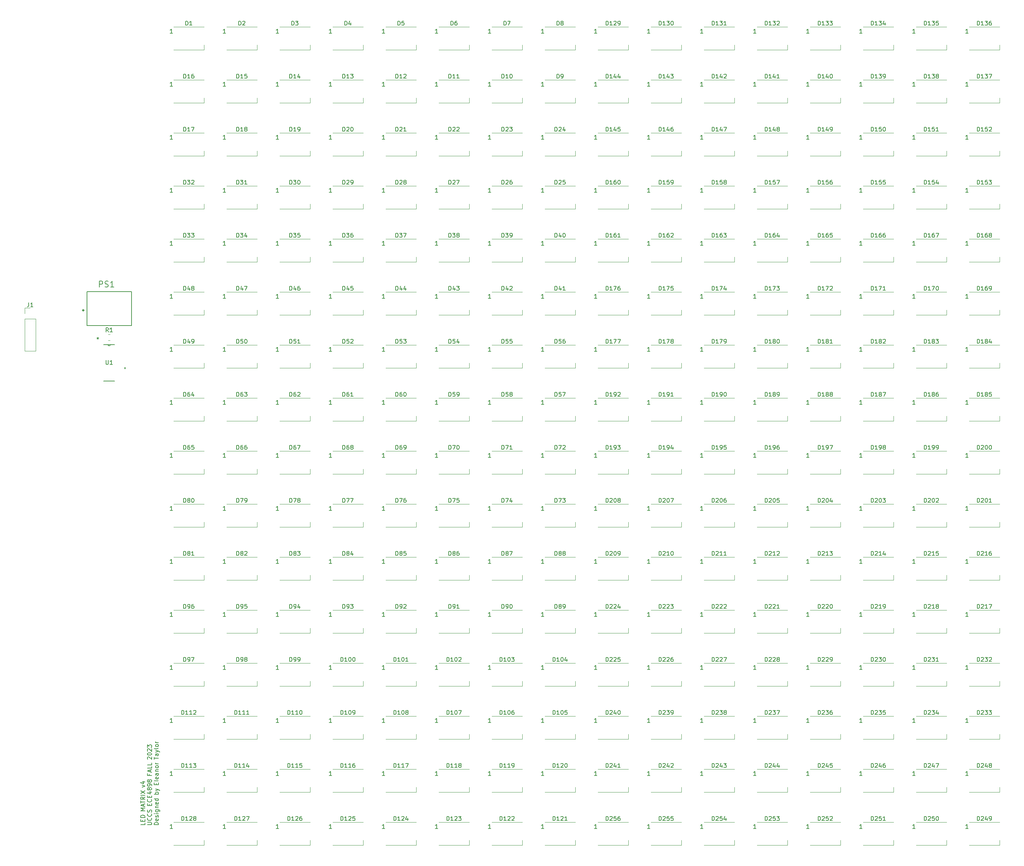
<source format=gbr>
%TF.GenerationSoftware,KiCad,Pcbnew,(7.0.0)*%
%TF.CreationDate,2023-07-17T21:56:26-06:00*%
%TF.ProjectId,led-matrix-v4,6c65642d-6d61-4747-9269-782d76342e6b,0*%
%TF.SameCoordinates,Original*%
%TF.FileFunction,Legend,Top*%
%TF.FilePolarity,Positive*%
%FSLAX46Y46*%
G04 Gerber Fmt 4.6, Leading zero omitted, Abs format (unit mm)*
G04 Created by KiCad (PCBNEW (7.0.0)) date 2023-07-17 21:56:26*
%MOMM*%
%LPD*%
G01*
G04 APERTURE LIST*
%ADD10C,0.150000*%
%ADD11C,0.120000*%
%ADD12C,0.127000*%
%ADD13C,0.300000*%
%ADD14C,0.152400*%
G04 APERTURE END LIST*
D10*
X72942380Y-238385714D02*
X72942380Y-238861904D01*
X72942380Y-238861904D02*
X71942380Y-238861904D01*
X72418571Y-238052380D02*
X72418571Y-237719047D01*
X72942380Y-237576190D02*
X72942380Y-238052380D01*
X72942380Y-238052380D02*
X71942380Y-238052380D01*
X71942380Y-238052380D02*
X71942380Y-237576190D01*
X72942380Y-237147618D02*
X71942380Y-237147618D01*
X71942380Y-237147618D02*
X71942380Y-236909523D01*
X71942380Y-236909523D02*
X71990000Y-236766666D01*
X71990000Y-236766666D02*
X72085238Y-236671428D01*
X72085238Y-236671428D02*
X72180476Y-236623809D01*
X72180476Y-236623809D02*
X72370952Y-236576190D01*
X72370952Y-236576190D02*
X72513809Y-236576190D01*
X72513809Y-236576190D02*
X72704285Y-236623809D01*
X72704285Y-236623809D02*
X72799523Y-236671428D01*
X72799523Y-236671428D02*
X72894761Y-236766666D01*
X72894761Y-236766666D02*
X72942380Y-236909523D01*
X72942380Y-236909523D02*
X72942380Y-237147618D01*
X72942380Y-235547618D02*
X71942380Y-235547618D01*
X71942380Y-235547618D02*
X72656666Y-235214285D01*
X72656666Y-235214285D02*
X71942380Y-234880952D01*
X71942380Y-234880952D02*
X72942380Y-234880952D01*
X72656666Y-234452380D02*
X72656666Y-233976190D01*
X72942380Y-234547618D02*
X71942380Y-234214285D01*
X71942380Y-234214285D02*
X72942380Y-233880952D01*
X71942380Y-233690475D02*
X71942380Y-233119047D01*
X72942380Y-233404761D02*
X71942380Y-233404761D01*
X72942380Y-232214285D02*
X72466190Y-232547618D01*
X72942380Y-232785713D02*
X71942380Y-232785713D01*
X71942380Y-232785713D02*
X71942380Y-232404761D01*
X71942380Y-232404761D02*
X71990000Y-232309523D01*
X71990000Y-232309523D02*
X72037619Y-232261904D01*
X72037619Y-232261904D02*
X72132857Y-232214285D01*
X72132857Y-232214285D02*
X72275714Y-232214285D01*
X72275714Y-232214285D02*
X72370952Y-232261904D01*
X72370952Y-232261904D02*
X72418571Y-232309523D01*
X72418571Y-232309523D02*
X72466190Y-232404761D01*
X72466190Y-232404761D02*
X72466190Y-232785713D01*
X72942380Y-231785713D02*
X71942380Y-231785713D01*
X71942380Y-231404761D02*
X72942380Y-230738095D01*
X71942380Y-230738095D02*
X72942380Y-231404761D01*
X72275714Y-229852380D02*
X72942380Y-229614285D01*
X72942380Y-229614285D02*
X72275714Y-229376190D01*
X72275714Y-228566666D02*
X72942380Y-228566666D01*
X71894761Y-228804761D02*
X72609047Y-229042856D01*
X72609047Y-229042856D02*
X72609047Y-228423809D01*
X73562380Y-238861904D02*
X74371904Y-238861904D01*
X74371904Y-238861904D02*
X74467142Y-238814285D01*
X74467142Y-238814285D02*
X74514761Y-238766666D01*
X74514761Y-238766666D02*
X74562380Y-238671428D01*
X74562380Y-238671428D02*
X74562380Y-238480952D01*
X74562380Y-238480952D02*
X74514761Y-238385714D01*
X74514761Y-238385714D02*
X74467142Y-238338095D01*
X74467142Y-238338095D02*
X74371904Y-238290476D01*
X74371904Y-238290476D02*
X73562380Y-238290476D01*
X74467142Y-237242857D02*
X74514761Y-237290476D01*
X74514761Y-237290476D02*
X74562380Y-237433333D01*
X74562380Y-237433333D02*
X74562380Y-237528571D01*
X74562380Y-237528571D02*
X74514761Y-237671428D01*
X74514761Y-237671428D02*
X74419523Y-237766666D01*
X74419523Y-237766666D02*
X74324285Y-237814285D01*
X74324285Y-237814285D02*
X74133809Y-237861904D01*
X74133809Y-237861904D02*
X73990952Y-237861904D01*
X73990952Y-237861904D02*
X73800476Y-237814285D01*
X73800476Y-237814285D02*
X73705238Y-237766666D01*
X73705238Y-237766666D02*
X73610000Y-237671428D01*
X73610000Y-237671428D02*
X73562380Y-237528571D01*
X73562380Y-237528571D02*
X73562380Y-237433333D01*
X73562380Y-237433333D02*
X73610000Y-237290476D01*
X73610000Y-237290476D02*
X73657619Y-237242857D01*
X74467142Y-236242857D02*
X74514761Y-236290476D01*
X74514761Y-236290476D02*
X74562380Y-236433333D01*
X74562380Y-236433333D02*
X74562380Y-236528571D01*
X74562380Y-236528571D02*
X74514761Y-236671428D01*
X74514761Y-236671428D02*
X74419523Y-236766666D01*
X74419523Y-236766666D02*
X74324285Y-236814285D01*
X74324285Y-236814285D02*
X74133809Y-236861904D01*
X74133809Y-236861904D02*
X73990952Y-236861904D01*
X73990952Y-236861904D02*
X73800476Y-236814285D01*
X73800476Y-236814285D02*
X73705238Y-236766666D01*
X73705238Y-236766666D02*
X73610000Y-236671428D01*
X73610000Y-236671428D02*
X73562380Y-236528571D01*
X73562380Y-236528571D02*
X73562380Y-236433333D01*
X73562380Y-236433333D02*
X73610000Y-236290476D01*
X73610000Y-236290476D02*
X73657619Y-236242857D01*
X74514761Y-235861904D02*
X74562380Y-235719047D01*
X74562380Y-235719047D02*
X74562380Y-235480952D01*
X74562380Y-235480952D02*
X74514761Y-235385714D01*
X74514761Y-235385714D02*
X74467142Y-235338095D01*
X74467142Y-235338095D02*
X74371904Y-235290476D01*
X74371904Y-235290476D02*
X74276666Y-235290476D01*
X74276666Y-235290476D02*
X74181428Y-235338095D01*
X74181428Y-235338095D02*
X74133809Y-235385714D01*
X74133809Y-235385714D02*
X74086190Y-235480952D01*
X74086190Y-235480952D02*
X74038571Y-235671428D01*
X74038571Y-235671428D02*
X73990952Y-235766666D01*
X73990952Y-235766666D02*
X73943333Y-235814285D01*
X73943333Y-235814285D02*
X73848095Y-235861904D01*
X73848095Y-235861904D02*
X73752857Y-235861904D01*
X73752857Y-235861904D02*
X73657619Y-235814285D01*
X73657619Y-235814285D02*
X73610000Y-235766666D01*
X73610000Y-235766666D02*
X73562380Y-235671428D01*
X73562380Y-235671428D02*
X73562380Y-235433333D01*
X73562380Y-235433333D02*
X73610000Y-235290476D01*
X74038571Y-234261904D02*
X74038571Y-233928571D01*
X74562380Y-233785714D02*
X74562380Y-234261904D01*
X74562380Y-234261904D02*
X73562380Y-234261904D01*
X73562380Y-234261904D02*
X73562380Y-233785714D01*
X74467142Y-232785714D02*
X74514761Y-232833333D01*
X74514761Y-232833333D02*
X74562380Y-232976190D01*
X74562380Y-232976190D02*
X74562380Y-233071428D01*
X74562380Y-233071428D02*
X74514761Y-233214285D01*
X74514761Y-233214285D02*
X74419523Y-233309523D01*
X74419523Y-233309523D02*
X74324285Y-233357142D01*
X74324285Y-233357142D02*
X74133809Y-233404761D01*
X74133809Y-233404761D02*
X73990952Y-233404761D01*
X73990952Y-233404761D02*
X73800476Y-233357142D01*
X73800476Y-233357142D02*
X73705238Y-233309523D01*
X73705238Y-233309523D02*
X73610000Y-233214285D01*
X73610000Y-233214285D02*
X73562380Y-233071428D01*
X73562380Y-233071428D02*
X73562380Y-232976190D01*
X73562380Y-232976190D02*
X73610000Y-232833333D01*
X73610000Y-232833333D02*
X73657619Y-232785714D01*
X74038571Y-232357142D02*
X74038571Y-232023809D01*
X74562380Y-231880952D02*
X74562380Y-232357142D01*
X74562380Y-232357142D02*
X73562380Y-232357142D01*
X73562380Y-232357142D02*
X73562380Y-231880952D01*
X73895714Y-231023809D02*
X74562380Y-231023809D01*
X73514761Y-231261904D02*
X74229047Y-231499999D01*
X74229047Y-231499999D02*
X74229047Y-230880952D01*
X73990952Y-230357142D02*
X73943333Y-230452380D01*
X73943333Y-230452380D02*
X73895714Y-230499999D01*
X73895714Y-230499999D02*
X73800476Y-230547618D01*
X73800476Y-230547618D02*
X73752857Y-230547618D01*
X73752857Y-230547618D02*
X73657619Y-230499999D01*
X73657619Y-230499999D02*
X73610000Y-230452380D01*
X73610000Y-230452380D02*
X73562380Y-230357142D01*
X73562380Y-230357142D02*
X73562380Y-230166666D01*
X73562380Y-230166666D02*
X73610000Y-230071428D01*
X73610000Y-230071428D02*
X73657619Y-230023809D01*
X73657619Y-230023809D02*
X73752857Y-229976190D01*
X73752857Y-229976190D02*
X73800476Y-229976190D01*
X73800476Y-229976190D02*
X73895714Y-230023809D01*
X73895714Y-230023809D02*
X73943333Y-230071428D01*
X73943333Y-230071428D02*
X73990952Y-230166666D01*
X73990952Y-230166666D02*
X73990952Y-230357142D01*
X73990952Y-230357142D02*
X74038571Y-230452380D01*
X74038571Y-230452380D02*
X74086190Y-230499999D01*
X74086190Y-230499999D02*
X74181428Y-230547618D01*
X74181428Y-230547618D02*
X74371904Y-230547618D01*
X74371904Y-230547618D02*
X74467142Y-230499999D01*
X74467142Y-230499999D02*
X74514761Y-230452380D01*
X74514761Y-230452380D02*
X74562380Y-230357142D01*
X74562380Y-230357142D02*
X74562380Y-230166666D01*
X74562380Y-230166666D02*
X74514761Y-230071428D01*
X74514761Y-230071428D02*
X74467142Y-230023809D01*
X74467142Y-230023809D02*
X74371904Y-229976190D01*
X74371904Y-229976190D02*
X74181428Y-229976190D01*
X74181428Y-229976190D02*
X74086190Y-230023809D01*
X74086190Y-230023809D02*
X74038571Y-230071428D01*
X74038571Y-230071428D02*
X73990952Y-230166666D01*
X74562380Y-229499999D02*
X74562380Y-229309523D01*
X74562380Y-229309523D02*
X74514761Y-229214285D01*
X74514761Y-229214285D02*
X74467142Y-229166666D01*
X74467142Y-229166666D02*
X74324285Y-229071428D01*
X74324285Y-229071428D02*
X74133809Y-229023809D01*
X74133809Y-229023809D02*
X73752857Y-229023809D01*
X73752857Y-229023809D02*
X73657619Y-229071428D01*
X73657619Y-229071428D02*
X73610000Y-229119047D01*
X73610000Y-229119047D02*
X73562380Y-229214285D01*
X73562380Y-229214285D02*
X73562380Y-229404761D01*
X73562380Y-229404761D02*
X73610000Y-229499999D01*
X73610000Y-229499999D02*
X73657619Y-229547618D01*
X73657619Y-229547618D02*
X73752857Y-229595237D01*
X73752857Y-229595237D02*
X73990952Y-229595237D01*
X73990952Y-229595237D02*
X74086190Y-229547618D01*
X74086190Y-229547618D02*
X74133809Y-229499999D01*
X74133809Y-229499999D02*
X74181428Y-229404761D01*
X74181428Y-229404761D02*
X74181428Y-229214285D01*
X74181428Y-229214285D02*
X74133809Y-229119047D01*
X74133809Y-229119047D02*
X74086190Y-229071428D01*
X74086190Y-229071428D02*
X73990952Y-229023809D01*
X73990952Y-228452380D02*
X73943333Y-228547618D01*
X73943333Y-228547618D02*
X73895714Y-228595237D01*
X73895714Y-228595237D02*
X73800476Y-228642856D01*
X73800476Y-228642856D02*
X73752857Y-228642856D01*
X73752857Y-228642856D02*
X73657619Y-228595237D01*
X73657619Y-228595237D02*
X73610000Y-228547618D01*
X73610000Y-228547618D02*
X73562380Y-228452380D01*
X73562380Y-228452380D02*
X73562380Y-228261904D01*
X73562380Y-228261904D02*
X73610000Y-228166666D01*
X73610000Y-228166666D02*
X73657619Y-228119047D01*
X73657619Y-228119047D02*
X73752857Y-228071428D01*
X73752857Y-228071428D02*
X73800476Y-228071428D01*
X73800476Y-228071428D02*
X73895714Y-228119047D01*
X73895714Y-228119047D02*
X73943333Y-228166666D01*
X73943333Y-228166666D02*
X73990952Y-228261904D01*
X73990952Y-228261904D02*
X73990952Y-228452380D01*
X73990952Y-228452380D02*
X74038571Y-228547618D01*
X74038571Y-228547618D02*
X74086190Y-228595237D01*
X74086190Y-228595237D02*
X74181428Y-228642856D01*
X74181428Y-228642856D02*
X74371904Y-228642856D01*
X74371904Y-228642856D02*
X74467142Y-228595237D01*
X74467142Y-228595237D02*
X74514761Y-228547618D01*
X74514761Y-228547618D02*
X74562380Y-228452380D01*
X74562380Y-228452380D02*
X74562380Y-228261904D01*
X74562380Y-228261904D02*
X74514761Y-228166666D01*
X74514761Y-228166666D02*
X74467142Y-228119047D01*
X74467142Y-228119047D02*
X74371904Y-228071428D01*
X74371904Y-228071428D02*
X74181428Y-228071428D01*
X74181428Y-228071428D02*
X74086190Y-228119047D01*
X74086190Y-228119047D02*
X74038571Y-228166666D01*
X74038571Y-228166666D02*
X73990952Y-228261904D01*
X74038571Y-226709523D02*
X74038571Y-227042856D01*
X74562380Y-227042856D02*
X73562380Y-227042856D01*
X73562380Y-227042856D02*
X73562380Y-226566666D01*
X74276666Y-226233332D02*
X74276666Y-225757142D01*
X74562380Y-226328570D02*
X73562380Y-225995237D01*
X73562380Y-225995237D02*
X74562380Y-225661904D01*
X74562380Y-224852380D02*
X74562380Y-225328570D01*
X74562380Y-225328570D02*
X73562380Y-225328570D01*
X74562380Y-224042856D02*
X74562380Y-224519046D01*
X74562380Y-224519046D02*
X73562380Y-224519046D01*
X73657619Y-223157141D02*
X73610000Y-223109522D01*
X73610000Y-223109522D02*
X73562380Y-223014284D01*
X73562380Y-223014284D02*
X73562380Y-222776189D01*
X73562380Y-222776189D02*
X73610000Y-222680951D01*
X73610000Y-222680951D02*
X73657619Y-222633332D01*
X73657619Y-222633332D02*
X73752857Y-222585713D01*
X73752857Y-222585713D02*
X73848095Y-222585713D01*
X73848095Y-222585713D02*
X73990952Y-222633332D01*
X73990952Y-222633332D02*
X74562380Y-223204760D01*
X74562380Y-223204760D02*
X74562380Y-222585713D01*
X73562380Y-221966665D02*
X73562380Y-221871427D01*
X73562380Y-221871427D02*
X73610000Y-221776189D01*
X73610000Y-221776189D02*
X73657619Y-221728570D01*
X73657619Y-221728570D02*
X73752857Y-221680951D01*
X73752857Y-221680951D02*
X73943333Y-221633332D01*
X73943333Y-221633332D02*
X74181428Y-221633332D01*
X74181428Y-221633332D02*
X74371904Y-221680951D01*
X74371904Y-221680951D02*
X74467142Y-221728570D01*
X74467142Y-221728570D02*
X74514761Y-221776189D01*
X74514761Y-221776189D02*
X74562380Y-221871427D01*
X74562380Y-221871427D02*
X74562380Y-221966665D01*
X74562380Y-221966665D02*
X74514761Y-222061903D01*
X74514761Y-222061903D02*
X74467142Y-222109522D01*
X74467142Y-222109522D02*
X74371904Y-222157141D01*
X74371904Y-222157141D02*
X74181428Y-222204760D01*
X74181428Y-222204760D02*
X73943333Y-222204760D01*
X73943333Y-222204760D02*
X73752857Y-222157141D01*
X73752857Y-222157141D02*
X73657619Y-222109522D01*
X73657619Y-222109522D02*
X73610000Y-222061903D01*
X73610000Y-222061903D02*
X73562380Y-221966665D01*
X73657619Y-221252379D02*
X73610000Y-221204760D01*
X73610000Y-221204760D02*
X73562380Y-221109522D01*
X73562380Y-221109522D02*
X73562380Y-220871427D01*
X73562380Y-220871427D02*
X73610000Y-220776189D01*
X73610000Y-220776189D02*
X73657619Y-220728570D01*
X73657619Y-220728570D02*
X73752857Y-220680951D01*
X73752857Y-220680951D02*
X73848095Y-220680951D01*
X73848095Y-220680951D02*
X73990952Y-220728570D01*
X73990952Y-220728570D02*
X74562380Y-221299998D01*
X74562380Y-221299998D02*
X74562380Y-220680951D01*
X73562380Y-220347617D02*
X73562380Y-219728570D01*
X73562380Y-219728570D02*
X73943333Y-220061903D01*
X73943333Y-220061903D02*
X73943333Y-219919046D01*
X73943333Y-219919046D02*
X73990952Y-219823808D01*
X73990952Y-219823808D02*
X74038571Y-219776189D01*
X74038571Y-219776189D02*
X74133809Y-219728570D01*
X74133809Y-219728570D02*
X74371904Y-219728570D01*
X74371904Y-219728570D02*
X74467142Y-219776189D01*
X74467142Y-219776189D02*
X74514761Y-219823808D01*
X74514761Y-219823808D02*
X74562380Y-219919046D01*
X74562380Y-219919046D02*
X74562380Y-220204760D01*
X74562380Y-220204760D02*
X74514761Y-220299998D01*
X74514761Y-220299998D02*
X74467142Y-220347617D01*
X76182380Y-238861904D02*
X75182380Y-238861904D01*
X75182380Y-238861904D02*
X75182380Y-238623809D01*
X75182380Y-238623809D02*
X75230000Y-238480952D01*
X75230000Y-238480952D02*
X75325238Y-238385714D01*
X75325238Y-238385714D02*
X75420476Y-238338095D01*
X75420476Y-238338095D02*
X75610952Y-238290476D01*
X75610952Y-238290476D02*
X75753809Y-238290476D01*
X75753809Y-238290476D02*
X75944285Y-238338095D01*
X75944285Y-238338095D02*
X76039523Y-238385714D01*
X76039523Y-238385714D02*
X76134761Y-238480952D01*
X76134761Y-238480952D02*
X76182380Y-238623809D01*
X76182380Y-238623809D02*
X76182380Y-238861904D01*
X76134761Y-237480952D02*
X76182380Y-237576190D01*
X76182380Y-237576190D02*
X76182380Y-237766666D01*
X76182380Y-237766666D02*
X76134761Y-237861904D01*
X76134761Y-237861904D02*
X76039523Y-237909523D01*
X76039523Y-237909523D02*
X75658571Y-237909523D01*
X75658571Y-237909523D02*
X75563333Y-237861904D01*
X75563333Y-237861904D02*
X75515714Y-237766666D01*
X75515714Y-237766666D02*
X75515714Y-237576190D01*
X75515714Y-237576190D02*
X75563333Y-237480952D01*
X75563333Y-237480952D02*
X75658571Y-237433333D01*
X75658571Y-237433333D02*
X75753809Y-237433333D01*
X75753809Y-237433333D02*
X75849047Y-237909523D01*
X76134761Y-237052380D02*
X76182380Y-236957142D01*
X76182380Y-236957142D02*
X76182380Y-236766666D01*
X76182380Y-236766666D02*
X76134761Y-236671428D01*
X76134761Y-236671428D02*
X76039523Y-236623809D01*
X76039523Y-236623809D02*
X75991904Y-236623809D01*
X75991904Y-236623809D02*
X75896666Y-236671428D01*
X75896666Y-236671428D02*
X75849047Y-236766666D01*
X75849047Y-236766666D02*
X75849047Y-236909523D01*
X75849047Y-236909523D02*
X75801428Y-237004761D01*
X75801428Y-237004761D02*
X75706190Y-237052380D01*
X75706190Y-237052380D02*
X75658571Y-237052380D01*
X75658571Y-237052380D02*
X75563333Y-237004761D01*
X75563333Y-237004761D02*
X75515714Y-236909523D01*
X75515714Y-236909523D02*
X75515714Y-236766666D01*
X75515714Y-236766666D02*
X75563333Y-236671428D01*
X76182380Y-236195237D02*
X75515714Y-236195237D01*
X75182380Y-236195237D02*
X75230000Y-236242856D01*
X75230000Y-236242856D02*
X75277619Y-236195237D01*
X75277619Y-236195237D02*
X75230000Y-236147618D01*
X75230000Y-236147618D02*
X75182380Y-236195237D01*
X75182380Y-236195237D02*
X75277619Y-236195237D01*
X75515714Y-235290476D02*
X76325238Y-235290476D01*
X76325238Y-235290476D02*
X76420476Y-235338095D01*
X76420476Y-235338095D02*
X76468095Y-235385714D01*
X76468095Y-235385714D02*
X76515714Y-235480952D01*
X76515714Y-235480952D02*
X76515714Y-235623809D01*
X76515714Y-235623809D02*
X76468095Y-235719047D01*
X76134761Y-235290476D02*
X76182380Y-235385714D01*
X76182380Y-235385714D02*
X76182380Y-235576190D01*
X76182380Y-235576190D02*
X76134761Y-235671428D01*
X76134761Y-235671428D02*
X76087142Y-235719047D01*
X76087142Y-235719047D02*
X75991904Y-235766666D01*
X75991904Y-235766666D02*
X75706190Y-235766666D01*
X75706190Y-235766666D02*
X75610952Y-235719047D01*
X75610952Y-235719047D02*
X75563333Y-235671428D01*
X75563333Y-235671428D02*
X75515714Y-235576190D01*
X75515714Y-235576190D02*
X75515714Y-235385714D01*
X75515714Y-235385714D02*
X75563333Y-235290476D01*
X75515714Y-234814285D02*
X76182380Y-234814285D01*
X75610952Y-234814285D02*
X75563333Y-234766666D01*
X75563333Y-234766666D02*
X75515714Y-234671428D01*
X75515714Y-234671428D02*
X75515714Y-234528571D01*
X75515714Y-234528571D02*
X75563333Y-234433333D01*
X75563333Y-234433333D02*
X75658571Y-234385714D01*
X75658571Y-234385714D02*
X76182380Y-234385714D01*
X76134761Y-233528571D02*
X76182380Y-233623809D01*
X76182380Y-233623809D02*
X76182380Y-233814285D01*
X76182380Y-233814285D02*
X76134761Y-233909523D01*
X76134761Y-233909523D02*
X76039523Y-233957142D01*
X76039523Y-233957142D02*
X75658571Y-233957142D01*
X75658571Y-233957142D02*
X75563333Y-233909523D01*
X75563333Y-233909523D02*
X75515714Y-233814285D01*
X75515714Y-233814285D02*
X75515714Y-233623809D01*
X75515714Y-233623809D02*
X75563333Y-233528571D01*
X75563333Y-233528571D02*
X75658571Y-233480952D01*
X75658571Y-233480952D02*
X75753809Y-233480952D01*
X75753809Y-233480952D02*
X75849047Y-233957142D01*
X76182380Y-232623809D02*
X75182380Y-232623809D01*
X76134761Y-232623809D02*
X76182380Y-232719047D01*
X76182380Y-232719047D02*
X76182380Y-232909523D01*
X76182380Y-232909523D02*
X76134761Y-233004761D01*
X76134761Y-233004761D02*
X76087142Y-233052380D01*
X76087142Y-233052380D02*
X75991904Y-233099999D01*
X75991904Y-233099999D02*
X75706190Y-233099999D01*
X75706190Y-233099999D02*
X75610952Y-233052380D01*
X75610952Y-233052380D02*
X75563333Y-233004761D01*
X75563333Y-233004761D02*
X75515714Y-232909523D01*
X75515714Y-232909523D02*
X75515714Y-232719047D01*
X75515714Y-232719047D02*
X75563333Y-232623809D01*
X76182380Y-231547618D02*
X75182380Y-231547618D01*
X75563333Y-231547618D02*
X75515714Y-231452380D01*
X75515714Y-231452380D02*
X75515714Y-231261904D01*
X75515714Y-231261904D02*
X75563333Y-231166666D01*
X75563333Y-231166666D02*
X75610952Y-231119047D01*
X75610952Y-231119047D02*
X75706190Y-231071428D01*
X75706190Y-231071428D02*
X75991904Y-231071428D01*
X75991904Y-231071428D02*
X76087142Y-231119047D01*
X76087142Y-231119047D02*
X76134761Y-231166666D01*
X76134761Y-231166666D02*
X76182380Y-231261904D01*
X76182380Y-231261904D02*
X76182380Y-231452380D01*
X76182380Y-231452380D02*
X76134761Y-231547618D01*
X75515714Y-230738094D02*
X76182380Y-230499999D01*
X75515714Y-230261904D02*
X76182380Y-230499999D01*
X76182380Y-230499999D02*
X76420476Y-230595237D01*
X76420476Y-230595237D02*
X76468095Y-230642856D01*
X76468095Y-230642856D02*
X76515714Y-230738094D01*
X75658571Y-229280951D02*
X75658571Y-228947618D01*
X76182380Y-228804761D02*
X76182380Y-229280951D01*
X76182380Y-229280951D02*
X75182380Y-229280951D01*
X75182380Y-229280951D02*
X75182380Y-228804761D01*
X76182380Y-228233332D02*
X76134761Y-228328570D01*
X76134761Y-228328570D02*
X76039523Y-228376189D01*
X76039523Y-228376189D02*
X75182380Y-228376189D01*
X76134761Y-227471427D02*
X76182380Y-227566665D01*
X76182380Y-227566665D02*
X76182380Y-227757141D01*
X76182380Y-227757141D02*
X76134761Y-227852379D01*
X76134761Y-227852379D02*
X76039523Y-227899998D01*
X76039523Y-227899998D02*
X75658571Y-227899998D01*
X75658571Y-227899998D02*
X75563333Y-227852379D01*
X75563333Y-227852379D02*
X75515714Y-227757141D01*
X75515714Y-227757141D02*
X75515714Y-227566665D01*
X75515714Y-227566665D02*
X75563333Y-227471427D01*
X75563333Y-227471427D02*
X75658571Y-227423808D01*
X75658571Y-227423808D02*
X75753809Y-227423808D01*
X75753809Y-227423808D02*
X75849047Y-227899998D01*
X76182380Y-226566665D02*
X75658571Y-226566665D01*
X75658571Y-226566665D02*
X75563333Y-226614284D01*
X75563333Y-226614284D02*
X75515714Y-226709522D01*
X75515714Y-226709522D02*
X75515714Y-226899998D01*
X75515714Y-226899998D02*
X75563333Y-226995236D01*
X76134761Y-226566665D02*
X76182380Y-226661903D01*
X76182380Y-226661903D02*
X76182380Y-226899998D01*
X76182380Y-226899998D02*
X76134761Y-226995236D01*
X76134761Y-226995236D02*
X76039523Y-227042855D01*
X76039523Y-227042855D02*
X75944285Y-227042855D01*
X75944285Y-227042855D02*
X75849047Y-226995236D01*
X75849047Y-226995236D02*
X75801428Y-226899998D01*
X75801428Y-226899998D02*
X75801428Y-226661903D01*
X75801428Y-226661903D02*
X75753809Y-226566665D01*
X75515714Y-226090474D02*
X76182380Y-226090474D01*
X75610952Y-226090474D02*
X75563333Y-226042855D01*
X75563333Y-226042855D02*
X75515714Y-225947617D01*
X75515714Y-225947617D02*
X75515714Y-225804760D01*
X75515714Y-225804760D02*
X75563333Y-225709522D01*
X75563333Y-225709522D02*
X75658571Y-225661903D01*
X75658571Y-225661903D02*
X76182380Y-225661903D01*
X76182380Y-225042855D02*
X76134761Y-225138093D01*
X76134761Y-225138093D02*
X76087142Y-225185712D01*
X76087142Y-225185712D02*
X75991904Y-225233331D01*
X75991904Y-225233331D02*
X75706190Y-225233331D01*
X75706190Y-225233331D02*
X75610952Y-225185712D01*
X75610952Y-225185712D02*
X75563333Y-225138093D01*
X75563333Y-225138093D02*
X75515714Y-225042855D01*
X75515714Y-225042855D02*
X75515714Y-224899998D01*
X75515714Y-224899998D02*
X75563333Y-224804760D01*
X75563333Y-224804760D02*
X75610952Y-224757141D01*
X75610952Y-224757141D02*
X75706190Y-224709522D01*
X75706190Y-224709522D02*
X75991904Y-224709522D01*
X75991904Y-224709522D02*
X76087142Y-224757141D01*
X76087142Y-224757141D02*
X76134761Y-224804760D01*
X76134761Y-224804760D02*
X76182380Y-224899998D01*
X76182380Y-224899998D02*
X76182380Y-225042855D01*
X76182380Y-224280950D02*
X75515714Y-224280950D01*
X75706190Y-224280950D02*
X75610952Y-224233331D01*
X75610952Y-224233331D02*
X75563333Y-224185712D01*
X75563333Y-224185712D02*
X75515714Y-224090474D01*
X75515714Y-224090474D02*
X75515714Y-223995236D01*
X75182380Y-223204759D02*
X75182380Y-222633331D01*
X76182380Y-222919045D02*
X75182380Y-222919045D01*
X76182380Y-221871426D02*
X75658571Y-221871426D01*
X75658571Y-221871426D02*
X75563333Y-221919045D01*
X75563333Y-221919045D02*
X75515714Y-222014283D01*
X75515714Y-222014283D02*
X75515714Y-222204759D01*
X75515714Y-222204759D02*
X75563333Y-222299997D01*
X76134761Y-221871426D02*
X76182380Y-221966664D01*
X76182380Y-221966664D02*
X76182380Y-222204759D01*
X76182380Y-222204759D02*
X76134761Y-222299997D01*
X76134761Y-222299997D02*
X76039523Y-222347616D01*
X76039523Y-222347616D02*
X75944285Y-222347616D01*
X75944285Y-222347616D02*
X75849047Y-222299997D01*
X75849047Y-222299997D02*
X75801428Y-222204759D01*
X75801428Y-222204759D02*
X75801428Y-221966664D01*
X75801428Y-221966664D02*
X75753809Y-221871426D01*
X75515714Y-221490473D02*
X76182380Y-221252378D01*
X75515714Y-221014283D02*
X76182380Y-221252378D01*
X76182380Y-221252378D02*
X76420476Y-221347616D01*
X76420476Y-221347616D02*
X76468095Y-221395235D01*
X76468095Y-221395235D02*
X76515714Y-221490473D01*
X76182380Y-220490473D02*
X76134761Y-220585711D01*
X76134761Y-220585711D02*
X76039523Y-220633330D01*
X76039523Y-220633330D02*
X75182380Y-220633330D01*
X76182380Y-219966663D02*
X76134761Y-220061901D01*
X76134761Y-220061901D02*
X76087142Y-220109520D01*
X76087142Y-220109520D02*
X75991904Y-220157139D01*
X75991904Y-220157139D02*
X75706190Y-220157139D01*
X75706190Y-220157139D02*
X75610952Y-220109520D01*
X75610952Y-220109520D02*
X75563333Y-220061901D01*
X75563333Y-220061901D02*
X75515714Y-219966663D01*
X75515714Y-219966663D02*
X75515714Y-219823806D01*
X75515714Y-219823806D02*
X75563333Y-219728568D01*
X75563333Y-219728568D02*
X75610952Y-219680949D01*
X75610952Y-219680949D02*
X75706190Y-219633330D01*
X75706190Y-219633330D02*
X75991904Y-219633330D01*
X75991904Y-219633330D02*
X76087142Y-219680949D01*
X76087142Y-219680949D02*
X76134761Y-219728568D01*
X76134761Y-219728568D02*
X76182380Y-219823806D01*
X76182380Y-219823806D02*
X76182380Y-219966663D01*
X76182380Y-219204758D02*
X75515714Y-219204758D01*
X75706190Y-219204758D02*
X75610952Y-219157139D01*
X75610952Y-219157139D02*
X75563333Y-219109520D01*
X75563333Y-219109520D02*
X75515714Y-219014282D01*
X75515714Y-219014282D02*
X75515714Y-218919044D01*
%TO.C,D196*%
X221459524Y-148967380D02*
X221459524Y-147967380D01*
X221459524Y-147967380D02*
X221697619Y-147967380D01*
X221697619Y-147967380D02*
X221840476Y-148015000D01*
X221840476Y-148015000D02*
X221935714Y-148110238D01*
X221935714Y-148110238D02*
X221983333Y-148205476D01*
X221983333Y-148205476D02*
X222030952Y-148395952D01*
X222030952Y-148395952D02*
X222030952Y-148538809D01*
X222030952Y-148538809D02*
X221983333Y-148729285D01*
X221983333Y-148729285D02*
X221935714Y-148824523D01*
X221935714Y-148824523D02*
X221840476Y-148919761D01*
X221840476Y-148919761D02*
X221697619Y-148967380D01*
X221697619Y-148967380D02*
X221459524Y-148967380D01*
X222983333Y-148967380D02*
X222411905Y-148967380D01*
X222697619Y-148967380D02*
X222697619Y-147967380D01*
X222697619Y-147967380D02*
X222602381Y-148110238D01*
X222602381Y-148110238D02*
X222507143Y-148205476D01*
X222507143Y-148205476D02*
X222411905Y-148253095D01*
X223459524Y-148967380D02*
X223650000Y-148967380D01*
X223650000Y-148967380D02*
X223745238Y-148919761D01*
X223745238Y-148919761D02*
X223792857Y-148872142D01*
X223792857Y-148872142D02*
X223888095Y-148729285D01*
X223888095Y-148729285D02*
X223935714Y-148538809D01*
X223935714Y-148538809D02*
X223935714Y-148157857D01*
X223935714Y-148157857D02*
X223888095Y-148062619D01*
X223888095Y-148062619D02*
X223840476Y-148015000D01*
X223840476Y-148015000D02*
X223745238Y-147967380D01*
X223745238Y-147967380D02*
X223554762Y-147967380D01*
X223554762Y-147967380D02*
X223459524Y-148015000D01*
X223459524Y-148015000D02*
X223411905Y-148062619D01*
X223411905Y-148062619D02*
X223364286Y-148157857D01*
X223364286Y-148157857D02*
X223364286Y-148395952D01*
X223364286Y-148395952D02*
X223411905Y-148491190D01*
X223411905Y-148491190D02*
X223459524Y-148538809D01*
X223459524Y-148538809D02*
X223554762Y-148586428D01*
X223554762Y-148586428D02*
X223745238Y-148586428D01*
X223745238Y-148586428D02*
X223840476Y-148538809D01*
X223840476Y-148538809D02*
X223888095Y-148491190D01*
X223888095Y-148491190D02*
X223935714Y-148395952D01*
X224792857Y-147967380D02*
X224602381Y-147967380D01*
X224602381Y-147967380D02*
X224507143Y-148015000D01*
X224507143Y-148015000D02*
X224459524Y-148062619D01*
X224459524Y-148062619D02*
X224364286Y-148205476D01*
X224364286Y-148205476D02*
X224316667Y-148395952D01*
X224316667Y-148395952D02*
X224316667Y-148776904D01*
X224316667Y-148776904D02*
X224364286Y-148872142D01*
X224364286Y-148872142D02*
X224411905Y-148919761D01*
X224411905Y-148919761D02*
X224507143Y-148967380D01*
X224507143Y-148967380D02*
X224697619Y-148967380D01*
X224697619Y-148967380D02*
X224792857Y-148919761D01*
X224792857Y-148919761D02*
X224840476Y-148872142D01*
X224840476Y-148872142D02*
X224888095Y-148776904D01*
X224888095Y-148776904D02*
X224888095Y-148538809D01*
X224888095Y-148538809D02*
X224840476Y-148443571D01*
X224840476Y-148443571D02*
X224792857Y-148395952D01*
X224792857Y-148395952D02*
X224697619Y-148348333D01*
X224697619Y-148348333D02*
X224507143Y-148348333D01*
X224507143Y-148348333D02*
X224411905Y-148395952D01*
X224411905Y-148395952D02*
X224364286Y-148443571D01*
X224364286Y-148443571D02*
X224316667Y-148538809D01*
X219285714Y-150867380D02*
X218714286Y-150867380D01*
X219000000Y-150867380D02*
X219000000Y-149867380D01*
X219000000Y-149867380D02*
X218904762Y-150010238D01*
X218904762Y-150010238D02*
X218809524Y-150105476D01*
X218809524Y-150105476D02*
X218714286Y-150153095D01*
%TO.C,D116*%
X119859524Y-225167380D02*
X119859524Y-224167380D01*
X119859524Y-224167380D02*
X120097619Y-224167380D01*
X120097619Y-224167380D02*
X120240476Y-224215000D01*
X120240476Y-224215000D02*
X120335714Y-224310238D01*
X120335714Y-224310238D02*
X120383333Y-224405476D01*
X120383333Y-224405476D02*
X120430952Y-224595952D01*
X120430952Y-224595952D02*
X120430952Y-224738809D01*
X120430952Y-224738809D02*
X120383333Y-224929285D01*
X120383333Y-224929285D02*
X120335714Y-225024523D01*
X120335714Y-225024523D02*
X120240476Y-225119761D01*
X120240476Y-225119761D02*
X120097619Y-225167380D01*
X120097619Y-225167380D02*
X119859524Y-225167380D01*
X121383333Y-225167380D02*
X120811905Y-225167380D01*
X121097619Y-225167380D02*
X121097619Y-224167380D01*
X121097619Y-224167380D02*
X121002381Y-224310238D01*
X121002381Y-224310238D02*
X120907143Y-224405476D01*
X120907143Y-224405476D02*
X120811905Y-224453095D01*
X122335714Y-225167380D02*
X121764286Y-225167380D01*
X122050000Y-225167380D02*
X122050000Y-224167380D01*
X122050000Y-224167380D02*
X121954762Y-224310238D01*
X121954762Y-224310238D02*
X121859524Y-224405476D01*
X121859524Y-224405476D02*
X121764286Y-224453095D01*
X123192857Y-224167380D02*
X123002381Y-224167380D01*
X123002381Y-224167380D02*
X122907143Y-224215000D01*
X122907143Y-224215000D02*
X122859524Y-224262619D01*
X122859524Y-224262619D02*
X122764286Y-224405476D01*
X122764286Y-224405476D02*
X122716667Y-224595952D01*
X122716667Y-224595952D02*
X122716667Y-224976904D01*
X122716667Y-224976904D02*
X122764286Y-225072142D01*
X122764286Y-225072142D02*
X122811905Y-225119761D01*
X122811905Y-225119761D02*
X122907143Y-225167380D01*
X122907143Y-225167380D02*
X123097619Y-225167380D01*
X123097619Y-225167380D02*
X123192857Y-225119761D01*
X123192857Y-225119761D02*
X123240476Y-225072142D01*
X123240476Y-225072142D02*
X123288095Y-224976904D01*
X123288095Y-224976904D02*
X123288095Y-224738809D01*
X123288095Y-224738809D02*
X123240476Y-224643571D01*
X123240476Y-224643571D02*
X123192857Y-224595952D01*
X123192857Y-224595952D02*
X123097619Y-224548333D01*
X123097619Y-224548333D02*
X122907143Y-224548333D01*
X122907143Y-224548333D02*
X122811905Y-224595952D01*
X122811905Y-224595952D02*
X122764286Y-224643571D01*
X122764286Y-224643571D02*
X122716667Y-224738809D01*
X117685714Y-227067380D02*
X117114286Y-227067380D01*
X117400000Y-227067380D02*
X117400000Y-226067380D01*
X117400000Y-226067380D02*
X117304762Y-226210238D01*
X117304762Y-226210238D02*
X117209524Y-226305476D01*
X117209524Y-226305476D02*
X117114286Y-226353095D01*
%TO.C,D94*%
X107635714Y-187067380D02*
X107635714Y-186067380D01*
X107635714Y-186067380D02*
X107873809Y-186067380D01*
X107873809Y-186067380D02*
X108016666Y-186115000D01*
X108016666Y-186115000D02*
X108111904Y-186210238D01*
X108111904Y-186210238D02*
X108159523Y-186305476D01*
X108159523Y-186305476D02*
X108207142Y-186495952D01*
X108207142Y-186495952D02*
X108207142Y-186638809D01*
X108207142Y-186638809D02*
X108159523Y-186829285D01*
X108159523Y-186829285D02*
X108111904Y-186924523D01*
X108111904Y-186924523D02*
X108016666Y-187019761D01*
X108016666Y-187019761D02*
X107873809Y-187067380D01*
X107873809Y-187067380D02*
X107635714Y-187067380D01*
X108683333Y-187067380D02*
X108873809Y-187067380D01*
X108873809Y-187067380D02*
X108969047Y-187019761D01*
X108969047Y-187019761D02*
X109016666Y-186972142D01*
X109016666Y-186972142D02*
X109111904Y-186829285D01*
X109111904Y-186829285D02*
X109159523Y-186638809D01*
X109159523Y-186638809D02*
X109159523Y-186257857D01*
X109159523Y-186257857D02*
X109111904Y-186162619D01*
X109111904Y-186162619D02*
X109064285Y-186115000D01*
X109064285Y-186115000D02*
X108969047Y-186067380D01*
X108969047Y-186067380D02*
X108778571Y-186067380D01*
X108778571Y-186067380D02*
X108683333Y-186115000D01*
X108683333Y-186115000D02*
X108635714Y-186162619D01*
X108635714Y-186162619D02*
X108588095Y-186257857D01*
X108588095Y-186257857D02*
X108588095Y-186495952D01*
X108588095Y-186495952D02*
X108635714Y-186591190D01*
X108635714Y-186591190D02*
X108683333Y-186638809D01*
X108683333Y-186638809D02*
X108778571Y-186686428D01*
X108778571Y-186686428D02*
X108969047Y-186686428D01*
X108969047Y-186686428D02*
X109064285Y-186638809D01*
X109064285Y-186638809D02*
X109111904Y-186591190D01*
X109111904Y-186591190D02*
X109159523Y-186495952D01*
X110016666Y-186400714D02*
X110016666Y-187067380D01*
X109778571Y-186019761D02*
X109540476Y-186734047D01*
X109540476Y-186734047D02*
X110159523Y-186734047D01*
X104985714Y-188967380D02*
X104414286Y-188967380D01*
X104700000Y-188967380D02*
X104700000Y-187967380D01*
X104700000Y-187967380D02*
X104604762Y-188110238D01*
X104604762Y-188110238D02*
X104509524Y-188205476D01*
X104509524Y-188205476D02*
X104414286Y-188253095D01*
%TO.C,D33*%
X82235714Y-98167380D02*
X82235714Y-97167380D01*
X82235714Y-97167380D02*
X82473809Y-97167380D01*
X82473809Y-97167380D02*
X82616666Y-97215000D01*
X82616666Y-97215000D02*
X82711904Y-97310238D01*
X82711904Y-97310238D02*
X82759523Y-97405476D01*
X82759523Y-97405476D02*
X82807142Y-97595952D01*
X82807142Y-97595952D02*
X82807142Y-97738809D01*
X82807142Y-97738809D02*
X82759523Y-97929285D01*
X82759523Y-97929285D02*
X82711904Y-98024523D01*
X82711904Y-98024523D02*
X82616666Y-98119761D01*
X82616666Y-98119761D02*
X82473809Y-98167380D01*
X82473809Y-98167380D02*
X82235714Y-98167380D01*
X83140476Y-97167380D02*
X83759523Y-97167380D01*
X83759523Y-97167380D02*
X83426190Y-97548333D01*
X83426190Y-97548333D02*
X83569047Y-97548333D01*
X83569047Y-97548333D02*
X83664285Y-97595952D01*
X83664285Y-97595952D02*
X83711904Y-97643571D01*
X83711904Y-97643571D02*
X83759523Y-97738809D01*
X83759523Y-97738809D02*
X83759523Y-97976904D01*
X83759523Y-97976904D02*
X83711904Y-98072142D01*
X83711904Y-98072142D02*
X83664285Y-98119761D01*
X83664285Y-98119761D02*
X83569047Y-98167380D01*
X83569047Y-98167380D02*
X83283333Y-98167380D01*
X83283333Y-98167380D02*
X83188095Y-98119761D01*
X83188095Y-98119761D02*
X83140476Y-98072142D01*
X84092857Y-97167380D02*
X84711904Y-97167380D01*
X84711904Y-97167380D02*
X84378571Y-97548333D01*
X84378571Y-97548333D02*
X84521428Y-97548333D01*
X84521428Y-97548333D02*
X84616666Y-97595952D01*
X84616666Y-97595952D02*
X84664285Y-97643571D01*
X84664285Y-97643571D02*
X84711904Y-97738809D01*
X84711904Y-97738809D02*
X84711904Y-97976904D01*
X84711904Y-97976904D02*
X84664285Y-98072142D01*
X84664285Y-98072142D02*
X84616666Y-98119761D01*
X84616666Y-98119761D02*
X84521428Y-98167380D01*
X84521428Y-98167380D02*
X84235714Y-98167380D01*
X84235714Y-98167380D02*
X84140476Y-98119761D01*
X84140476Y-98119761D02*
X84092857Y-98072142D01*
X79585714Y-100067380D02*
X79014286Y-100067380D01*
X79300000Y-100067380D02*
X79300000Y-99067380D01*
X79300000Y-99067380D02*
X79204762Y-99210238D01*
X79204762Y-99210238D02*
X79109524Y-99305476D01*
X79109524Y-99305476D02*
X79014286Y-99353095D01*
%TO.C,D98*%
X94935714Y-199767380D02*
X94935714Y-198767380D01*
X94935714Y-198767380D02*
X95173809Y-198767380D01*
X95173809Y-198767380D02*
X95316666Y-198815000D01*
X95316666Y-198815000D02*
X95411904Y-198910238D01*
X95411904Y-198910238D02*
X95459523Y-199005476D01*
X95459523Y-199005476D02*
X95507142Y-199195952D01*
X95507142Y-199195952D02*
X95507142Y-199338809D01*
X95507142Y-199338809D02*
X95459523Y-199529285D01*
X95459523Y-199529285D02*
X95411904Y-199624523D01*
X95411904Y-199624523D02*
X95316666Y-199719761D01*
X95316666Y-199719761D02*
X95173809Y-199767380D01*
X95173809Y-199767380D02*
X94935714Y-199767380D01*
X95983333Y-199767380D02*
X96173809Y-199767380D01*
X96173809Y-199767380D02*
X96269047Y-199719761D01*
X96269047Y-199719761D02*
X96316666Y-199672142D01*
X96316666Y-199672142D02*
X96411904Y-199529285D01*
X96411904Y-199529285D02*
X96459523Y-199338809D01*
X96459523Y-199338809D02*
X96459523Y-198957857D01*
X96459523Y-198957857D02*
X96411904Y-198862619D01*
X96411904Y-198862619D02*
X96364285Y-198815000D01*
X96364285Y-198815000D02*
X96269047Y-198767380D01*
X96269047Y-198767380D02*
X96078571Y-198767380D01*
X96078571Y-198767380D02*
X95983333Y-198815000D01*
X95983333Y-198815000D02*
X95935714Y-198862619D01*
X95935714Y-198862619D02*
X95888095Y-198957857D01*
X95888095Y-198957857D02*
X95888095Y-199195952D01*
X95888095Y-199195952D02*
X95935714Y-199291190D01*
X95935714Y-199291190D02*
X95983333Y-199338809D01*
X95983333Y-199338809D02*
X96078571Y-199386428D01*
X96078571Y-199386428D02*
X96269047Y-199386428D01*
X96269047Y-199386428D02*
X96364285Y-199338809D01*
X96364285Y-199338809D02*
X96411904Y-199291190D01*
X96411904Y-199291190D02*
X96459523Y-199195952D01*
X97030952Y-199195952D02*
X96935714Y-199148333D01*
X96935714Y-199148333D02*
X96888095Y-199100714D01*
X96888095Y-199100714D02*
X96840476Y-199005476D01*
X96840476Y-199005476D02*
X96840476Y-198957857D01*
X96840476Y-198957857D02*
X96888095Y-198862619D01*
X96888095Y-198862619D02*
X96935714Y-198815000D01*
X96935714Y-198815000D02*
X97030952Y-198767380D01*
X97030952Y-198767380D02*
X97221428Y-198767380D01*
X97221428Y-198767380D02*
X97316666Y-198815000D01*
X97316666Y-198815000D02*
X97364285Y-198862619D01*
X97364285Y-198862619D02*
X97411904Y-198957857D01*
X97411904Y-198957857D02*
X97411904Y-199005476D01*
X97411904Y-199005476D02*
X97364285Y-199100714D01*
X97364285Y-199100714D02*
X97316666Y-199148333D01*
X97316666Y-199148333D02*
X97221428Y-199195952D01*
X97221428Y-199195952D02*
X97030952Y-199195952D01*
X97030952Y-199195952D02*
X96935714Y-199243571D01*
X96935714Y-199243571D02*
X96888095Y-199291190D01*
X96888095Y-199291190D02*
X96840476Y-199386428D01*
X96840476Y-199386428D02*
X96840476Y-199576904D01*
X96840476Y-199576904D02*
X96888095Y-199672142D01*
X96888095Y-199672142D02*
X96935714Y-199719761D01*
X96935714Y-199719761D02*
X97030952Y-199767380D01*
X97030952Y-199767380D02*
X97221428Y-199767380D01*
X97221428Y-199767380D02*
X97316666Y-199719761D01*
X97316666Y-199719761D02*
X97364285Y-199672142D01*
X97364285Y-199672142D02*
X97411904Y-199576904D01*
X97411904Y-199576904D02*
X97411904Y-199386428D01*
X97411904Y-199386428D02*
X97364285Y-199291190D01*
X97364285Y-199291190D02*
X97316666Y-199243571D01*
X97316666Y-199243571D02*
X97221428Y-199195952D01*
X92285714Y-201667380D02*
X91714286Y-201667380D01*
X92000000Y-201667380D02*
X92000000Y-200667380D01*
X92000000Y-200667380D02*
X91904762Y-200810238D01*
X91904762Y-200810238D02*
X91809524Y-200905476D01*
X91809524Y-200905476D02*
X91714286Y-200953095D01*
%TO.C,D135*%
X259559524Y-47367380D02*
X259559524Y-46367380D01*
X259559524Y-46367380D02*
X259797619Y-46367380D01*
X259797619Y-46367380D02*
X259940476Y-46415000D01*
X259940476Y-46415000D02*
X260035714Y-46510238D01*
X260035714Y-46510238D02*
X260083333Y-46605476D01*
X260083333Y-46605476D02*
X260130952Y-46795952D01*
X260130952Y-46795952D02*
X260130952Y-46938809D01*
X260130952Y-46938809D02*
X260083333Y-47129285D01*
X260083333Y-47129285D02*
X260035714Y-47224523D01*
X260035714Y-47224523D02*
X259940476Y-47319761D01*
X259940476Y-47319761D02*
X259797619Y-47367380D01*
X259797619Y-47367380D02*
X259559524Y-47367380D01*
X261083333Y-47367380D02*
X260511905Y-47367380D01*
X260797619Y-47367380D02*
X260797619Y-46367380D01*
X260797619Y-46367380D02*
X260702381Y-46510238D01*
X260702381Y-46510238D02*
X260607143Y-46605476D01*
X260607143Y-46605476D02*
X260511905Y-46653095D01*
X261416667Y-46367380D02*
X262035714Y-46367380D01*
X262035714Y-46367380D02*
X261702381Y-46748333D01*
X261702381Y-46748333D02*
X261845238Y-46748333D01*
X261845238Y-46748333D02*
X261940476Y-46795952D01*
X261940476Y-46795952D02*
X261988095Y-46843571D01*
X261988095Y-46843571D02*
X262035714Y-46938809D01*
X262035714Y-46938809D02*
X262035714Y-47176904D01*
X262035714Y-47176904D02*
X261988095Y-47272142D01*
X261988095Y-47272142D02*
X261940476Y-47319761D01*
X261940476Y-47319761D02*
X261845238Y-47367380D01*
X261845238Y-47367380D02*
X261559524Y-47367380D01*
X261559524Y-47367380D02*
X261464286Y-47319761D01*
X261464286Y-47319761D02*
X261416667Y-47272142D01*
X262940476Y-46367380D02*
X262464286Y-46367380D01*
X262464286Y-46367380D02*
X262416667Y-46843571D01*
X262416667Y-46843571D02*
X262464286Y-46795952D01*
X262464286Y-46795952D02*
X262559524Y-46748333D01*
X262559524Y-46748333D02*
X262797619Y-46748333D01*
X262797619Y-46748333D02*
X262892857Y-46795952D01*
X262892857Y-46795952D02*
X262940476Y-46843571D01*
X262940476Y-46843571D02*
X262988095Y-46938809D01*
X262988095Y-46938809D02*
X262988095Y-47176904D01*
X262988095Y-47176904D02*
X262940476Y-47272142D01*
X262940476Y-47272142D02*
X262892857Y-47319761D01*
X262892857Y-47319761D02*
X262797619Y-47367380D01*
X262797619Y-47367380D02*
X262559524Y-47367380D01*
X262559524Y-47367380D02*
X262464286Y-47319761D01*
X262464286Y-47319761D02*
X262416667Y-47272142D01*
X257385714Y-49267380D02*
X256814286Y-49267380D01*
X257100000Y-49267380D02*
X257100000Y-48267380D01*
X257100000Y-48267380D02*
X257004762Y-48410238D01*
X257004762Y-48410238D02*
X256909524Y-48505476D01*
X256909524Y-48505476D02*
X256814286Y-48553095D01*
%TO.C,D80*%
X82235714Y-161667380D02*
X82235714Y-160667380D01*
X82235714Y-160667380D02*
X82473809Y-160667380D01*
X82473809Y-160667380D02*
X82616666Y-160715000D01*
X82616666Y-160715000D02*
X82711904Y-160810238D01*
X82711904Y-160810238D02*
X82759523Y-160905476D01*
X82759523Y-160905476D02*
X82807142Y-161095952D01*
X82807142Y-161095952D02*
X82807142Y-161238809D01*
X82807142Y-161238809D02*
X82759523Y-161429285D01*
X82759523Y-161429285D02*
X82711904Y-161524523D01*
X82711904Y-161524523D02*
X82616666Y-161619761D01*
X82616666Y-161619761D02*
X82473809Y-161667380D01*
X82473809Y-161667380D02*
X82235714Y-161667380D01*
X83378571Y-161095952D02*
X83283333Y-161048333D01*
X83283333Y-161048333D02*
X83235714Y-161000714D01*
X83235714Y-161000714D02*
X83188095Y-160905476D01*
X83188095Y-160905476D02*
X83188095Y-160857857D01*
X83188095Y-160857857D02*
X83235714Y-160762619D01*
X83235714Y-160762619D02*
X83283333Y-160715000D01*
X83283333Y-160715000D02*
X83378571Y-160667380D01*
X83378571Y-160667380D02*
X83569047Y-160667380D01*
X83569047Y-160667380D02*
X83664285Y-160715000D01*
X83664285Y-160715000D02*
X83711904Y-160762619D01*
X83711904Y-160762619D02*
X83759523Y-160857857D01*
X83759523Y-160857857D02*
X83759523Y-160905476D01*
X83759523Y-160905476D02*
X83711904Y-161000714D01*
X83711904Y-161000714D02*
X83664285Y-161048333D01*
X83664285Y-161048333D02*
X83569047Y-161095952D01*
X83569047Y-161095952D02*
X83378571Y-161095952D01*
X83378571Y-161095952D02*
X83283333Y-161143571D01*
X83283333Y-161143571D02*
X83235714Y-161191190D01*
X83235714Y-161191190D02*
X83188095Y-161286428D01*
X83188095Y-161286428D02*
X83188095Y-161476904D01*
X83188095Y-161476904D02*
X83235714Y-161572142D01*
X83235714Y-161572142D02*
X83283333Y-161619761D01*
X83283333Y-161619761D02*
X83378571Y-161667380D01*
X83378571Y-161667380D02*
X83569047Y-161667380D01*
X83569047Y-161667380D02*
X83664285Y-161619761D01*
X83664285Y-161619761D02*
X83711904Y-161572142D01*
X83711904Y-161572142D02*
X83759523Y-161476904D01*
X83759523Y-161476904D02*
X83759523Y-161286428D01*
X83759523Y-161286428D02*
X83711904Y-161191190D01*
X83711904Y-161191190D02*
X83664285Y-161143571D01*
X83664285Y-161143571D02*
X83569047Y-161095952D01*
X84378571Y-160667380D02*
X84473809Y-160667380D01*
X84473809Y-160667380D02*
X84569047Y-160715000D01*
X84569047Y-160715000D02*
X84616666Y-160762619D01*
X84616666Y-160762619D02*
X84664285Y-160857857D01*
X84664285Y-160857857D02*
X84711904Y-161048333D01*
X84711904Y-161048333D02*
X84711904Y-161286428D01*
X84711904Y-161286428D02*
X84664285Y-161476904D01*
X84664285Y-161476904D02*
X84616666Y-161572142D01*
X84616666Y-161572142D02*
X84569047Y-161619761D01*
X84569047Y-161619761D02*
X84473809Y-161667380D01*
X84473809Y-161667380D02*
X84378571Y-161667380D01*
X84378571Y-161667380D02*
X84283333Y-161619761D01*
X84283333Y-161619761D02*
X84235714Y-161572142D01*
X84235714Y-161572142D02*
X84188095Y-161476904D01*
X84188095Y-161476904D02*
X84140476Y-161286428D01*
X84140476Y-161286428D02*
X84140476Y-161048333D01*
X84140476Y-161048333D02*
X84188095Y-160857857D01*
X84188095Y-160857857D02*
X84235714Y-160762619D01*
X84235714Y-160762619D02*
X84283333Y-160715000D01*
X84283333Y-160715000D02*
X84378571Y-160667380D01*
X79585714Y-163567380D02*
X79014286Y-163567380D01*
X79300000Y-163567380D02*
X79300000Y-162567380D01*
X79300000Y-162567380D02*
X79204762Y-162710238D01*
X79204762Y-162710238D02*
X79109524Y-162805476D01*
X79109524Y-162805476D02*
X79014286Y-162853095D01*
%TO.C,D18*%
X94935714Y-72767380D02*
X94935714Y-71767380D01*
X94935714Y-71767380D02*
X95173809Y-71767380D01*
X95173809Y-71767380D02*
X95316666Y-71815000D01*
X95316666Y-71815000D02*
X95411904Y-71910238D01*
X95411904Y-71910238D02*
X95459523Y-72005476D01*
X95459523Y-72005476D02*
X95507142Y-72195952D01*
X95507142Y-72195952D02*
X95507142Y-72338809D01*
X95507142Y-72338809D02*
X95459523Y-72529285D01*
X95459523Y-72529285D02*
X95411904Y-72624523D01*
X95411904Y-72624523D02*
X95316666Y-72719761D01*
X95316666Y-72719761D02*
X95173809Y-72767380D01*
X95173809Y-72767380D02*
X94935714Y-72767380D01*
X96459523Y-72767380D02*
X95888095Y-72767380D01*
X96173809Y-72767380D02*
X96173809Y-71767380D01*
X96173809Y-71767380D02*
X96078571Y-71910238D01*
X96078571Y-71910238D02*
X95983333Y-72005476D01*
X95983333Y-72005476D02*
X95888095Y-72053095D01*
X97030952Y-72195952D02*
X96935714Y-72148333D01*
X96935714Y-72148333D02*
X96888095Y-72100714D01*
X96888095Y-72100714D02*
X96840476Y-72005476D01*
X96840476Y-72005476D02*
X96840476Y-71957857D01*
X96840476Y-71957857D02*
X96888095Y-71862619D01*
X96888095Y-71862619D02*
X96935714Y-71815000D01*
X96935714Y-71815000D02*
X97030952Y-71767380D01*
X97030952Y-71767380D02*
X97221428Y-71767380D01*
X97221428Y-71767380D02*
X97316666Y-71815000D01*
X97316666Y-71815000D02*
X97364285Y-71862619D01*
X97364285Y-71862619D02*
X97411904Y-71957857D01*
X97411904Y-71957857D02*
X97411904Y-72005476D01*
X97411904Y-72005476D02*
X97364285Y-72100714D01*
X97364285Y-72100714D02*
X97316666Y-72148333D01*
X97316666Y-72148333D02*
X97221428Y-72195952D01*
X97221428Y-72195952D02*
X97030952Y-72195952D01*
X97030952Y-72195952D02*
X96935714Y-72243571D01*
X96935714Y-72243571D02*
X96888095Y-72291190D01*
X96888095Y-72291190D02*
X96840476Y-72386428D01*
X96840476Y-72386428D02*
X96840476Y-72576904D01*
X96840476Y-72576904D02*
X96888095Y-72672142D01*
X96888095Y-72672142D02*
X96935714Y-72719761D01*
X96935714Y-72719761D02*
X97030952Y-72767380D01*
X97030952Y-72767380D02*
X97221428Y-72767380D01*
X97221428Y-72767380D02*
X97316666Y-72719761D01*
X97316666Y-72719761D02*
X97364285Y-72672142D01*
X97364285Y-72672142D02*
X97411904Y-72576904D01*
X97411904Y-72576904D02*
X97411904Y-72386428D01*
X97411904Y-72386428D02*
X97364285Y-72291190D01*
X97364285Y-72291190D02*
X97316666Y-72243571D01*
X97316666Y-72243571D02*
X97221428Y-72195952D01*
X92285714Y-74667380D02*
X91714286Y-74667380D01*
X92000000Y-74667380D02*
X92000000Y-73667380D01*
X92000000Y-73667380D02*
X91904762Y-73810238D01*
X91904762Y-73810238D02*
X91809524Y-73905476D01*
X91809524Y-73905476D02*
X91714286Y-73953095D01*
%TO.C,D30*%
X107635714Y-85467380D02*
X107635714Y-84467380D01*
X107635714Y-84467380D02*
X107873809Y-84467380D01*
X107873809Y-84467380D02*
X108016666Y-84515000D01*
X108016666Y-84515000D02*
X108111904Y-84610238D01*
X108111904Y-84610238D02*
X108159523Y-84705476D01*
X108159523Y-84705476D02*
X108207142Y-84895952D01*
X108207142Y-84895952D02*
X108207142Y-85038809D01*
X108207142Y-85038809D02*
X108159523Y-85229285D01*
X108159523Y-85229285D02*
X108111904Y-85324523D01*
X108111904Y-85324523D02*
X108016666Y-85419761D01*
X108016666Y-85419761D02*
X107873809Y-85467380D01*
X107873809Y-85467380D02*
X107635714Y-85467380D01*
X108540476Y-84467380D02*
X109159523Y-84467380D01*
X109159523Y-84467380D02*
X108826190Y-84848333D01*
X108826190Y-84848333D02*
X108969047Y-84848333D01*
X108969047Y-84848333D02*
X109064285Y-84895952D01*
X109064285Y-84895952D02*
X109111904Y-84943571D01*
X109111904Y-84943571D02*
X109159523Y-85038809D01*
X109159523Y-85038809D02*
X109159523Y-85276904D01*
X109159523Y-85276904D02*
X109111904Y-85372142D01*
X109111904Y-85372142D02*
X109064285Y-85419761D01*
X109064285Y-85419761D02*
X108969047Y-85467380D01*
X108969047Y-85467380D02*
X108683333Y-85467380D01*
X108683333Y-85467380D02*
X108588095Y-85419761D01*
X108588095Y-85419761D02*
X108540476Y-85372142D01*
X109778571Y-84467380D02*
X109873809Y-84467380D01*
X109873809Y-84467380D02*
X109969047Y-84515000D01*
X109969047Y-84515000D02*
X110016666Y-84562619D01*
X110016666Y-84562619D02*
X110064285Y-84657857D01*
X110064285Y-84657857D02*
X110111904Y-84848333D01*
X110111904Y-84848333D02*
X110111904Y-85086428D01*
X110111904Y-85086428D02*
X110064285Y-85276904D01*
X110064285Y-85276904D02*
X110016666Y-85372142D01*
X110016666Y-85372142D02*
X109969047Y-85419761D01*
X109969047Y-85419761D02*
X109873809Y-85467380D01*
X109873809Y-85467380D02*
X109778571Y-85467380D01*
X109778571Y-85467380D02*
X109683333Y-85419761D01*
X109683333Y-85419761D02*
X109635714Y-85372142D01*
X109635714Y-85372142D02*
X109588095Y-85276904D01*
X109588095Y-85276904D02*
X109540476Y-85086428D01*
X109540476Y-85086428D02*
X109540476Y-84848333D01*
X109540476Y-84848333D02*
X109588095Y-84657857D01*
X109588095Y-84657857D02*
X109635714Y-84562619D01*
X109635714Y-84562619D02*
X109683333Y-84515000D01*
X109683333Y-84515000D02*
X109778571Y-84467380D01*
X104985714Y-87367380D02*
X104414286Y-87367380D01*
X104700000Y-87367380D02*
X104700000Y-86367380D01*
X104700000Y-86367380D02*
X104604762Y-86510238D01*
X104604762Y-86510238D02*
X104509524Y-86605476D01*
X104509524Y-86605476D02*
X104414286Y-86653095D01*
%TO.C,D35*%
X107635714Y-98167380D02*
X107635714Y-97167380D01*
X107635714Y-97167380D02*
X107873809Y-97167380D01*
X107873809Y-97167380D02*
X108016666Y-97215000D01*
X108016666Y-97215000D02*
X108111904Y-97310238D01*
X108111904Y-97310238D02*
X108159523Y-97405476D01*
X108159523Y-97405476D02*
X108207142Y-97595952D01*
X108207142Y-97595952D02*
X108207142Y-97738809D01*
X108207142Y-97738809D02*
X108159523Y-97929285D01*
X108159523Y-97929285D02*
X108111904Y-98024523D01*
X108111904Y-98024523D02*
X108016666Y-98119761D01*
X108016666Y-98119761D02*
X107873809Y-98167380D01*
X107873809Y-98167380D02*
X107635714Y-98167380D01*
X108540476Y-97167380D02*
X109159523Y-97167380D01*
X109159523Y-97167380D02*
X108826190Y-97548333D01*
X108826190Y-97548333D02*
X108969047Y-97548333D01*
X108969047Y-97548333D02*
X109064285Y-97595952D01*
X109064285Y-97595952D02*
X109111904Y-97643571D01*
X109111904Y-97643571D02*
X109159523Y-97738809D01*
X109159523Y-97738809D02*
X109159523Y-97976904D01*
X109159523Y-97976904D02*
X109111904Y-98072142D01*
X109111904Y-98072142D02*
X109064285Y-98119761D01*
X109064285Y-98119761D02*
X108969047Y-98167380D01*
X108969047Y-98167380D02*
X108683333Y-98167380D01*
X108683333Y-98167380D02*
X108588095Y-98119761D01*
X108588095Y-98119761D02*
X108540476Y-98072142D01*
X110064285Y-97167380D02*
X109588095Y-97167380D01*
X109588095Y-97167380D02*
X109540476Y-97643571D01*
X109540476Y-97643571D02*
X109588095Y-97595952D01*
X109588095Y-97595952D02*
X109683333Y-97548333D01*
X109683333Y-97548333D02*
X109921428Y-97548333D01*
X109921428Y-97548333D02*
X110016666Y-97595952D01*
X110016666Y-97595952D02*
X110064285Y-97643571D01*
X110064285Y-97643571D02*
X110111904Y-97738809D01*
X110111904Y-97738809D02*
X110111904Y-97976904D01*
X110111904Y-97976904D02*
X110064285Y-98072142D01*
X110064285Y-98072142D02*
X110016666Y-98119761D01*
X110016666Y-98119761D02*
X109921428Y-98167380D01*
X109921428Y-98167380D02*
X109683333Y-98167380D01*
X109683333Y-98167380D02*
X109588095Y-98119761D01*
X109588095Y-98119761D02*
X109540476Y-98072142D01*
X104985714Y-100067380D02*
X104414286Y-100067380D01*
X104700000Y-100067380D02*
X104700000Y-99067380D01*
X104700000Y-99067380D02*
X104604762Y-99210238D01*
X104604762Y-99210238D02*
X104509524Y-99305476D01*
X104509524Y-99305476D02*
X104414286Y-99353095D01*
%TO.C,D36*%
X120335714Y-98167380D02*
X120335714Y-97167380D01*
X120335714Y-97167380D02*
X120573809Y-97167380D01*
X120573809Y-97167380D02*
X120716666Y-97215000D01*
X120716666Y-97215000D02*
X120811904Y-97310238D01*
X120811904Y-97310238D02*
X120859523Y-97405476D01*
X120859523Y-97405476D02*
X120907142Y-97595952D01*
X120907142Y-97595952D02*
X120907142Y-97738809D01*
X120907142Y-97738809D02*
X120859523Y-97929285D01*
X120859523Y-97929285D02*
X120811904Y-98024523D01*
X120811904Y-98024523D02*
X120716666Y-98119761D01*
X120716666Y-98119761D02*
X120573809Y-98167380D01*
X120573809Y-98167380D02*
X120335714Y-98167380D01*
X121240476Y-97167380D02*
X121859523Y-97167380D01*
X121859523Y-97167380D02*
X121526190Y-97548333D01*
X121526190Y-97548333D02*
X121669047Y-97548333D01*
X121669047Y-97548333D02*
X121764285Y-97595952D01*
X121764285Y-97595952D02*
X121811904Y-97643571D01*
X121811904Y-97643571D02*
X121859523Y-97738809D01*
X121859523Y-97738809D02*
X121859523Y-97976904D01*
X121859523Y-97976904D02*
X121811904Y-98072142D01*
X121811904Y-98072142D02*
X121764285Y-98119761D01*
X121764285Y-98119761D02*
X121669047Y-98167380D01*
X121669047Y-98167380D02*
X121383333Y-98167380D01*
X121383333Y-98167380D02*
X121288095Y-98119761D01*
X121288095Y-98119761D02*
X121240476Y-98072142D01*
X122716666Y-97167380D02*
X122526190Y-97167380D01*
X122526190Y-97167380D02*
X122430952Y-97215000D01*
X122430952Y-97215000D02*
X122383333Y-97262619D01*
X122383333Y-97262619D02*
X122288095Y-97405476D01*
X122288095Y-97405476D02*
X122240476Y-97595952D01*
X122240476Y-97595952D02*
X122240476Y-97976904D01*
X122240476Y-97976904D02*
X122288095Y-98072142D01*
X122288095Y-98072142D02*
X122335714Y-98119761D01*
X122335714Y-98119761D02*
X122430952Y-98167380D01*
X122430952Y-98167380D02*
X122621428Y-98167380D01*
X122621428Y-98167380D02*
X122716666Y-98119761D01*
X122716666Y-98119761D02*
X122764285Y-98072142D01*
X122764285Y-98072142D02*
X122811904Y-97976904D01*
X122811904Y-97976904D02*
X122811904Y-97738809D01*
X122811904Y-97738809D02*
X122764285Y-97643571D01*
X122764285Y-97643571D02*
X122716666Y-97595952D01*
X122716666Y-97595952D02*
X122621428Y-97548333D01*
X122621428Y-97548333D02*
X122430952Y-97548333D01*
X122430952Y-97548333D02*
X122335714Y-97595952D01*
X122335714Y-97595952D02*
X122288095Y-97643571D01*
X122288095Y-97643571D02*
X122240476Y-97738809D01*
X117685714Y-100067380D02*
X117114286Y-100067380D01*
X117400000Y-100067380D02*
X117400000Y-99067380D01*
X117400000Y-99067380D02*
X117304762Y-99210238D01*
X117304762Y-99210238D02*
X117209524Y-99305476D01*
X117209524Y-99305476D02*
X117114286Y-99353095D01*
%TO.C,D146*%
X196059524Y-72767380D02*
X196059524Y-71767380D01*
X196059524Y-71767380D02*
X196297619Y-71767380D01*
X196297619Y-71767380D02*
X196440476Y-71815000D01*
X196440476Y-71815000D02*
X196535714Y-71910238D01*
X196535714Y-71910238D02*
X196583333Y-72005476D01*
X196583333Y-72005476D02*
X196630952Y-72195952D01*
X196630952Y-72195952D02*
X196630952Y-72338809D01*
X196630952Y-72338809D02*
X196583333Y-72529285D01*
X196583333Y-72529285D02*
X196535714Y-72624523D01*
X196535714Y-72624523D02*
X196440476Y-72719761D01*
X196440476Y-72719761D02*
X196297619Y-72767380D01*
X196297619Y-72767380D02*
X196059524Y-72767380D01*
X197583333Y-72767380D02*
X197011905Y-72767380D01*
X197297619Y-72767380D02*
X197297619Y-71767380D01*
X197297619Y-71767380D02*
X197202381Y-71910238D01*
X197202381Y-71910238D02*
X197107143Y-72005476D01*
X197107143Y-72005476D02*
X197011905Y-72053095D01*
X198440476Y-72100714D02*
X198440476Y-72767380D01*
X198202381Y-71719761D02*
X197964286Y-72434047D01*
X197964286Y-72434047D02*
X198583333Y-72434047D01*
X199392857Y-71767380D02*
X199202381Y-71767380D01*
X199202381Y-71767380D02*
X199107143Y-71815000D01*
X199107143Y-71815000D02*
X199059524Y-71862619D01*
X199059524Y-71862619D02*
X198964286Y-72005476D01*
X198964286Y-72005476D02*
X198916667Y-72195952D01*
X198916667Y-72195952D02*
X198916667Y-72576904D01*
X198916667Y-72576904D02*
X198964286Y-72672142D01*
X198964286Y-72672142D02*
X199011905Y-72719761D01*
X199011905Y-72719761D02*
X199107143Y-72767380D01*
X199107143Y-72767380D02*
X199297619Y-72767380D01*
X199297619Y-72767380D02*
X199392857Y-72719761D01*
X199392857Y-72719761D02*
X199440476Y-72672142D01*
X199440476Y-72672142D02*
X199488095Y-72576904D01*
X199488095Y-72576904D02*
X199488095Y-72338809D01*
X199488095Y-72338809D02*
X199440476Y-72243571D01*
X199440476Y-72243571D02*
X199392857Y-72195952D01*
X199392857Y-72195952D02*
X199297619Y-72148333D01*
X199297619Y-72148333D02*
X199107143Y-72148333D01*
X199107143Y-72148333D02*
X199011905Y-72195952D01*
X199011905Y-72195952D02*
X198964286Y-72243571D01*
X198964286Y-72243571D02*
X198916667Y-72338809D01*
X193885714Y-74667380D02*
X193314286Y-74667380D01*
X193600000Y-74667380D02*
X193600000Y-73667380D01*
X193600000Y-73667380D02*
X193504762Y-73810238D01*
X193504762Y-73810238D02*
X193409524Y-73905476D01*
X193409524Y-73905476D02*
X193314286Y-73953095D01*
%TO.C,D71*%
X158435714Y-148967380D02*
X158435714Y-147967380D01*
X158435714Y-147967380D02*
X158673809Y-147967380D01*
X158673809Y-147967380D02*
X158816666Y-148015000D01*
X158816666Y-148015000D02*
X158911904Y-148110238D01*
X158911904Y-148110238D02*
X158959523Y-148205476D01*
X158959523Y-148205476D02*
X159007142Y-148395952D01*
X159007142Y-148395952D02*
X159007142Y-148538809D01*
X159007142Y-148538809D02*
X158959523Y-148729285D01*
X158959523Y-148729285D02*
X158911904Y-148824523D01*
X158911904Y-148824523D02*
X158816666Y-148919761D01*
X158816666Y-148919761D02*
X158673809Y-148967380D01*
X158673809Y-148967380D02*
X158435714Y-148967380D01*
X159340476Y-147967380D02*
X160007142Y-147967380D01*
X160007142Y-147967380D02*
X159578571Y-148967380D01*
X160911904Y-148967380D02*
X160340476Y-148967380D01*
X160626190Y-148967380D02*
X160626190Y-147967380D01*
X160626190Y-147967380D02*
X160530952Y-148110238D01*
X160530952Y-148110238D02*
X160435714Y-148205476D01*
X160435714Y-148205476D02*
X160340476Y-148253095D01*
X155785714Y-150867380D02*
X155214286Y-150867380D01*
X155500000Y-150867380D02*
X155500000Y-149867380D01*
X155500000Y-149867380D02*
X155404762Y-150010238D01*
X155404762Y-150010238D02*
X155309524Y-150105476D01*
X155309524Y-150105476D02*
X155214286Y-150153095D01*
%TO.C,D101*%
X132559524Y-199767380D02*
X132559524Y-198767380D01*
X132559524Y-198767380D02*
X132797619Y-198767380D01*
X132797619Y-198767380D02*
X132940476Y-198815000D01*
X132940476Y-198815000D02*
X133035714Y-198910238D01*
X133035714Y-198910238D02*
X133083333Y-199005476D01*
X133083333Y-199005476D02*
X133130952Y-199195952D01*
X133130952Y-199195952D02*
X133130952Y-199338809D01*
X133130952Y-199338809D02*
X133083333Y-199529285D01*
X133083333Y-199529285D02*
X133035714Y-199624523D01*
X133035714Y-199624523D02*
X132940476Y-199719761D01*
X132940476Y-199719761D02*
X132797619Y-199767380D01*
X132797619Y-199767380D02*
X132559524Y-199767380D01*
X134083333Y-199767380D02*
X133511905Y-199767380D01*
X133797619Y-199767380D02*
X133797619Y-198767380D01*
X133797619Y-198767380D02*
X133702381Y-198910238D01*
X133702381Y-198910238D02*
X133607143Y-199005476D01*
X133607143Y-199005476D02*
X133511905Y-199053095D01*
X134702381Y-198767380D02*
X134797619Y-198767380D01*
X134797619Y-198767380D02*
X134892857Y-198815000D01*
X134892857Y-198815000D02*
X134940476Y-198862619D01*
X134940476Y-198862619D02*
X134988095Y-198957857D01*
X134988095Y-198957857D02*
X135035714Y-199148333D01*
X135035714Y-199148333D02*
X135035714Y-199386428D01*
X135035714Y-199386428D02*
X134988095Y-199576904D01*
X134988095Y-199576904D02*
X134940476Y-199672142D01*
X134940476Y-199672142D02*
X134892857Y-199719761D01*
X134892857Y-199719761D02*
X134797619Y-199767380D01*
X134797619Y-199767380D02*
X134702381Y-199767380D01*
X134702381Y-199767380D02*
X134607143Y-199719761D01*
X134607143Y-199719761D02*
X134559524Y-199672142D01*
X134559524Y-199672142D02*
X134511905Y-199576904D01*
X134511905Y-199576904D02*
X134464286Y-199386428D01*
X134464286Y-199386428D02*
X134464286Y-199148333D01*
X134464286Y-199148333D02*
X134511905Y-198957857D01*
X134511905Y-198957857D02*
X134559524Y-198862619D01*
X134559524Y-198862619D02*
X134607143Y-198815000D01*
X134607143Y-198815000D02*
X134702381Y-198767380D01*
X135988095Y-199767380D02*
X135416667Y-199767380D01*
X135702381Y-199767380D02*
X135702381Y-198767380D01*
X135702381Y-198767380D02*
X135607143Y-198910238D01*
X135607143Y-198910238D02*
X135511905Y-199005476D01*
X135511905Y-199005476D02*
X135416667Y-199053095D01*
X130385714Y-201667380D02*
X129814286Y-201667380D01*
X130100000Y-201667380D02*
X130100000Y-200667380D01*
X130100000Y-200667380D02*
X130004762Y-200810238D01*
X130004762Y-200810238D02*
X129909524Y-200905476D01*
X129909524Y-200905476D02*
X129814286Y-200953095D01*
%TO.C,D256*%
X183359524Y-237867380D02*
X183359524Y-236867380D01*
X183359524Y-236867380D02*
X183597619Y-236867380D01*
X183597619Y-236867380D02*
X183740476Y-236915000D01*
X183740476Y-236915000D02*
X183835714Y-237010238D01*
X183835714Y-237010238D02*
X183883333Y-237105476D01*
X183883333Y-237105476D02*
X183930952Y-237295952D01*
X183930952Y-237295952D02*
X183930952Y-237438809D01*
X183930952Y-237438809D02*
X183883333Y-237629285D01*
X183883333Y-237629285D02*
X183835714Y-237724523D01*
X183835714Y-237724523D02*
X183740476Y-237819761D01*
X183740476Y-237819761D02*
X183597619Y-237867380D01*
X183597619Y-237867380D02*
X183359524Y-237867380D01*
X184311905Y-236962619D02*
X184359524Y-236915000D01*
X184359524Y-236915000D02*
X184454762Y-236867380D01*
X184454762Y-236867380D02*
X184692857Y-236867380D01*
X184692857Y-236867380D02*
X184788095Y-236915000D01*
X184788095Y-236915000D02*
X184835714Y-236962619D01*
X184835714Y-236962619D02*
X184883333Y-237057857D01*
X184883333Y-237057857D02*
X184883333Y-237153095D01*
X184883333Y-237153095D02*
X184835714Y-237295952D01*
X184835714Y-237295952D02*
X184264286Y-237867380D01*
X184264286Y-237867380D02*
X184883333Y-237867380D01*
X185788095Y-236867380D02*
X185311905Y-236867380D01*
X185311905Y-236867380D02*
X185264286Y-237343571D01*
X185264286Y-237343571D02*
X185311905Y-237295952D01*
X185311905Y-237295952D02*
X185407143Y-237248333D01*
X185407143Y-237248333D02*
X185645238Y-237248333D01*
X185645238Y-237248333D02*
X185740476Y-237295952D01*
X185740476Y-237295952D02*
X185788095Y-237343571D01*
X185788095Y-237343571D02*
X185835714Y-237438809D01*
X185835714Y-237438809D02*
X185835714Y-237676904D01*
X185835714Y-237676904D02*
X185788095Y-237772142D01*
X185788095Y-237772142D02*
X185740476Y-237819761D01*
X185740476Y-237819761D02*
X185645238Y-237867380D01*
X185645238Y-237867380D02*
X185407143Y-237867380D01*
X185407143Y-237867380D02*
X185311905Y-237819761D01*
X185311905Y-237819761D02*
X185264286Y-237772142D01*
X186692857Y-236867380D02*
X186502381Y-236867380D01*
X186502381Y-236867380D02*
X186407143Y-236915000D01*
X186407143Y-236915000D02*
X186359524Y-236962619D01*
X186359524Y-236962619D02*
X186264286Y-237105476D01*
X186264286Y-237105476D02*
X186216667Y-237295952D01*
X186216667Y-237295952D02*
X186216667Y-237676904D01*
X186216667Y-237676904D02*
X186264286Y-237772142D01*
X186264286Y-237772142D02*
X186311905Y-237819761D01*
X186311905Y-237819761D02*
X186407143Y-237867380D01*
X186407143Y-237867380D02*
X186597619Y-237867380D01*
X186597619Y-237867380D02*
X186692857Y-237819761D01*
X186692857Y-237819761D02*
X186740476Y-237772142D01*
X186740476Y-237772142D02*
X186788095Y-237676904D01*
X186788095Y-237676904D02*
X186788095Y-237438809D01*
X186788095Y-237438809D02*
X186740476Y-237343571D01*
X186740476Y-237343571D02*
X186692857Y-237295952D01*
X186692857Y-237295952D02*
X186597619Y-237248333D01*
X186597619Y-237248333D02*
X186407143Y-237248333D01*
X186407143Y-237248333D02*
X186311905Y-237295952D01*
X186311905Y-237295952D02*
X186264286Y-237343571D01*
X186264286Y-237343571D02*
X186216667Y-237438809D01*
X181185714Y-239767380D02*
X180614286Y-239767380D01*
X180900000Y-239767380D02*
X180900000Y-238767380D01*
X180900000Y-238767380D02*
X180804762Y-238910238D01*
X180804762Y-238910238D02*
X180709524Y-239005476D01*
X180709524Y-239005476D02*
X180614286Y-239053095D01*
%TO.C,D244*%
X221459524Y-225167380D02*
X221459524Y-224167380D01*
X221459524Y-224167380D02*
X221697619Y-224167380D01*
X221697619Y-224167380D02*
X221840476Y-224215000D01*
X221840476Y-224215000D02*
X221935714Y-224310238D01*
X221935714Y-224310238D02*
X221983333Y-224405476D01*
X221983333Y-224405476D02*
X222030952Y-224595952D01*
X222030952Y-224595952D02*
X222030952Y-224738809D01*
X222030952Y-224738809D02*
X221983333Y-224929285D01*
X221983333Y-224929285D02*
X221935714Y-225024523D01*
X221935714Y-225024523D02*
X221840476Y-225119761D01*
X221840476Y-225119761D02*
X221697619Y-225167380D01*
X221697619Y-225167380D02*
X221459524Y-225167380D01*
X222411905Y-224262619D02*
X222459524Y-224215000D01*
X222459524Y-224215000D02*
X222554762Y-224167380D01*
X222554762Y-224167380D02*
X222792857Y-224167380D01*
X222792857Y-224167380D02*
X222888095Y-224215000D01*
X222888095Y-224215000D02*
X222935714Y-224262619D01*
X222935714Y-224262619D02*
X222983333Y-224357857D01*
X222983333Y-224357857D02*
X222983333Y-224453095D01*
X222983333Y-224453095D02*
X222935714Y-224595952D01*
X222935714Y-224595952D02*
X222364286Y-225167380D01*
X222364286Y-225167380D02*
X222983333Y-225167380D01*
X223840476Y-224500714D02*
X223840476Y-225167380D01*
X223602381Y-224119761D02*
X223364286Y-224834047D01*
X223364286Y-224834047D02*
X223983333Y-224834047D01*
X224792857Y-224500714D02*
X224792857Y-225167380D01*
X224554762Y-224119761D02*
X224316667Y-224834047D01*
X224316667Y-224834047D02*
X224935714Y-224834047D01*
X219285714Y-227067380D02*
X218714286Y-227067380D01*
X219000000Y-227067380D02*
X219000000Y-226067380D01*
X219000000Y-226067380D02*
X218904762Y-226210238D01*
X218904762Y-226210238D02*
X218809524Y-226305476D01*
X218809524Y-226305476D02*
X218714286Y-226353095D01*
%TO.C,PS1*%
X62064162Y-110068390D02*
X62064162Y-108667894D01*
X62064162Y-108667894D02*
X62597684Y-108667894D01*
X62597684Y-108667894D02*
X62731065Y-108734585D01*
X62731065Y-108734585D02*
X62797755Y-108801275D01*
X62797755Y-108801275D02*
X62864445Y-108934655D01*
X62864445Y-108934655D02*
X62864445Y-109134726D01*
X62864445Y-109134726D02*
X62797755Y-109268107D01*
X62797755Y-109268107D02*
X62731065Y-109334797D01*
X62731065Y-109334797D02*
X62597684Y-109401487D01*
X62597684Y-109401487D02*
X62064162Y-109401487D01*
X63397968Y-110001700D02*
X63598039Y-110068390D01*
X63598039Y-110068390D02*
X63931490Y-110068390D01*
X63931490Y-110068390D02*
X64064871Y-110001700D01*
X64064871Y-110001700D02*
X64131561Y-109935010D01*
X64131561Y-109935010D02*
X64198251Y-109801629D01*
X64198251Y-109801629D02*
X64198251Y-109668249D01*
X64198251Y-109668249D02*
X64131561Y-109534868D01*
X64131561Y-109534868D02*
X64064871Y-109468178D01*
X64064871Y-109468178D02*
X63931490Y-109401487D01*
X63931490Y-109401487D02*
X63664729Y-109334797D01*
X63664729Y-109334797D02*
X63531348Y-109268107D01*
X63531348Y-109268107D02*
X63464658Y-109201417D01*
X63464658Y-109201417D02*
X63397968Y-109068036D01*
X63397968Y-109068036D02*
X63397968Y-108934655D01*
X63397968Y-108934655D02*
X63464658Y-108801275D01*
X63464658Y-108801275D02*
X63531348Y-108734585D01*
X63531348Y-108734585D02*
X63664729Y-108667894D01*
X63664729Y-108667894D02*
X63998180Y-108667894D01*
X63998180Y-108667894D02*
X64198251Y-108734585D01*
X65532057Y-110068390D02*
X64731774Y-110068390D01*
X65131915Y-110068390D02*
X65131915Y-108667894D01*
X65131915Y-108667894D02*
X64998535Y-108867965D01*
X64998535Y-108867965D02*
X64865154Y-109001346D01*
X64865154Y-109001346D02*
X64731774Y-109068036D01*
%TO.C,D56*%
X171135714Y-123567380D02*
X171135714Y-122567380D01*
X171135714Y-122567380D02*
X171373809Y-122567380D01*
X171373809Y-122567380D02*
X171516666Y-122615000D01*
X171516666Y-122615000D02*
X171611904Y-122710238D01*
X171611904Y-122710238D02*
X171659523Y-122805476D01*
X171659523Y-122805476D02*
X171707142Y-122995952D01*
X171707142Y-122995952D02*
X171707142Y-123138809D01*
X171707142Y-123138809D02*
X171659523Y-123329285D01*
X171659523Y-123329285D02*
X171611904Y-123424523D01*
X171611904Y-123424523D02*
X171516666Y-123519761D01*
X171516666Y-123519761D02*
X171373809Y-123567380D01*
X171373809Y-123567380D02*
X171135714Y-123567380D01*
X172611904Y-122567380D02*
X172135714Y-122567380D01*
X172135714Y-122567380D02*
X172088095Y-123043571D01*
X172088095Y-123043571D02*
X172135714Y-122995952D01*
X172135714Y-122995952D02*
X172230952Y-122948333D01*
X172230952Y-122948333D02*
X172469047Y-122948333D01*
X172469047Y-122948333D02*
X172564285Y-122995952D01*
X172564285Y-122995952D02*
X172611904Y-123043571D01*
X172611904Y-123043571D02*
X172659523Y-123138809D01*
X172659523Y-123138809D02*
X172659523Y-123376904D01*
X172659523Y-123376904D02*
X172611904Y-123472142D01*
X172611904Y-123472142D02*
X172564285Y-123519761D01*
X172564285Y-123519761D02*
X172469047Y-123567380D01*
X172469047Y-123567380D02*
X172230952Y-123567380D01*
X172230952Y-123567380D02*
X172135714Y-123519761D01*
X172135714Y-123519761D02*
X172088095Y-123472142D01*
X173516666Y-122567380D02*
X173326190Y-122567380D01*
X173326190Y-122567380D02*
X173230952Y-122615000D01*
X173230952Y-122615000D02*
X173183333Y-122662619D01*
X173183333Y-122662619D02*
X173088095Y-122805476D01*
X173088095Y-122805476D02*
X173040476Y-122995952D01*
X173040476Y-122995952D02*
X173040476Y-123376904D01*
X173040476Y-123376904D02*
X173088095Y-123472142D01*
X173088095Y-123472142D02*
X173135714Y-123519761D01*
X173135714Y-123519761D02*
X173230952Y-123567380D01*
X173230952Y-123567380D02*
X173421428Y-123567380D01*
X173421428Y-123567380D02*
X173516666Y-123519761D01*
X173516666Y-123519761D02*
X173564285Y-123472142D01*
X173564285Y-123472142D02*
X173611904Y-123376904D01*
X173611904Y-123376904D02*
X173611904Y-123138809D01*
X173611904Y-123138809D02*
X173564285Y-123043571D01*
X173564285Y-123043571D02*
X173516666Y-122995952D01*
X173516666Y-122995952D02*
X173421428Y-122948333D01*
X173421428Y-122948333D02*
X173230952Y-122948333D01*
X173230952Y-122948333D02*
X173135714Y-122995952D01*
X173135714Y-122995952D02*
X173088095Y-123043571D01*
X173088095Y-123043571D02*
X173040476Y-123138809D01*
X168485714Y-125467380D02*
X167914286Y-125467380D01*
X168200000Y-125467380D02*
X168200000Y-124467380D01*
X168200000Y-124467380D02*
X168104762Y-124610238D01*
X168104762Y-124610238D02*
X168009524Y-124705476D01*
X168009524Y-124705476D02*
X167914286Y-124753095D01*
%TO.C,D208*%
X183359524Y-161667380D02*
X183359524Y-160667380D01*
X183359524Y-160667380D02*
X183597619Y-160667380D01*
X183597619Y-160667380D02*
X183740476Y-160715000D01*
X183740476Y-160715000D02*
X183835714Y-160810238D01*
X183835714Y-160810238D02*
X183883333Y-160905476D01*
X183883333Y-160905476D02*
X183930952Y-161095952D01*
X183930952Y-161095952D02*
X183930952Y-161238809D01*
X183930952Y-161238809D02*
X183883333Y-161429285D01*
X183883333Y-161429285D02*
X183835714Y-161524523D01*
X183835714Y-161524523D02*
X183740476Y-161619761D01*
X183740476Y-161619761D02*
X183597619Y-161667380D01*
X183597619Y-161667380D02*
X183359524Y-161667380D01*
X184311905Y-160762619D02*
X184359524Y-160715000D01*
X184359524Y-160715000D02*
X184454762Y-160667380D01*
X184454762Y-160667380D02*
X184692857Y-160667380D01*
X184692857Y-160667380D02*
X184788095Y-160715000D01*
X184788095Y-160715000D02*
X184835714Y-160762619D01*
X184835714Y-160762619D02*
X184883333Y-160857857D01*
X184883333Y-160857857D02*
X184883333Y-160953095D01*
X184883333Y-160953095D02*
X184835714Y-161095952D01*
X184835714Y-161095952D02*
X184264286Y-161667380D01*
X184264286Y-161667380D02*
X184883333Y-161667380D01*
X185502381Y-160667380D02*
X185597619Y-160667380D01*
X185597619Y-160667380D02*
X185692857Y-160715000D01*
X185692857Y-160715000D02*
X185740476Y-160762619D01*
X185740476Y-160762619D02*
X185788095Y-160857857D01*
X185788095Y-160857857D02*
X185835714Y-161048333D01*
X185835714Y-161048333D02*
X185835714Y-161286428D01*
X185835714Y-161286428D02*
X185788095Y-161476904D01*
X185788095Y-161476904D02*
X185740476Y-161572142D01*
X185740476Y-161572142D02*
X185692857Y-161619761D01*
X185692857Y-161619761D02*
X185597619Y-161667380D01*
X185597619Y-161667380D02*
X185502381Y-161667380D01*
X185502381Y-161667380D02*
X185407143Y-161619761D01*
X185407143Y-161619761D02*
X185359524Y-161572142D01*
X185359524Y-161572142D02*
X185311905Y-161476904D01*
X185311905Y-161476904D02*
X185264286Y-161286428D01*
X185264286Y-161286428D02*
X185264286Y-161048333D01*
X185264286Y-161048333D02*
X185311905Y-160857857D01*
X185311905Y-160857857D02*
X185359524Y-160762619D01*
X185359524Y-160762619D02*
X185407143Y-160715000D01*
X185407143Y-160715000D02*
X185502381Y-160667380D01*
X186407143Y-161095952D02*
X186311905Y-161048333D01*
X186311905Y-161048333D02*
X186264286Y-161000714D01*
X186264286Y-161000714D02*
X186216667Y-160905476D01*
X186216667Y-160905476D02*
X186216667Y-160857857D01*
X186216667Y-160857857D02*
X186264286Y-160762619D01*
X186264286Y-160762619D02*
X186311905Y-160715000D01*
X186311905Y-160715000D02*
X186407143Y-160667380D01*
X186407143Y-160667380D02*
X186597619Y-160667380D01*
X186597619Y-160667380D02*
X186692857Y-160715000D01*
X186692857Y-160715000D02*
X186740476Y-160762619D01*
X186740476Y-160762619D02*
X186788095Y-160857857D01*
X186788095Y-160857857D02*
X186788095Y-160905476D01*
X186788095Y-160905476D02*
X186740476Y-161000714D01*
X186740476Y-161000714D02*
X186692857Y-161048333D01*
X186692857Y-161048333D02*
X186597619Y-161095952D01*
X186597619Y-161095952D02*
X186407143Y-161095952D01*
X186407143Y-161095952D02*
X186311905Y-161143571D01*
X186311905Y-161143571D02*
X186264286Y-161191190D01*
X186264286Y-161191190D02*
X186216667Y-161286428D01*
X186216667Y-161286428D02*
X186216667Y-161476904D01*
X186216667Y-161476904D02*
X186264286Y-161572142D01*
X186264286Y-161572142D02*
X186311905Y-161619761D01*
X186311905Y-161619761D02*
X186407143Y-161667380D01*
X186407143Y-161667380D02*
X186597619Y-161667380D01*
X186597619Y-161667380D02*
X186692857Y-161619761D01*
X186692857Y-161619761D02*
X186740476Y-161572142D01*
X186740476Y-161572142D02*
X186788095Y-161476904D01*
X186788095Y-161476904D02*
X186788095Y-161286428D01*
X186788095Y-161286428D02*
X186740476Y-161191190D01*
X186740476Y-161191190D02*
X186692857Y-161143571D01*
X186692857Y-161143571D02*
X186597619Y-161095952D01*
X181185714Y-163567380D02*
X180614286Y-163567380D01*
X180900000Y-163567380D02*
X180900000Y-162567380D01*
X180900000Y-162567380D02*
X180804762Y-162710238D01*
X180804762Y-162710238D02*
X180709524Y-162805476D01*
X180709524Y-162805476D02*
X180614286Y-162853095D01*
%TO.C,D239*%
X196059524Y-212467380D02*
X196059524Y-211467380D01*
X196059524Y-211467380D02*
X196297619Y-211467380D01*
X196297619Y-211467380D02*
X196440476Y-211515000D01*
X196440476Y-211515000D02*
X196535714Y-211610238D01*
X196535714Y-211610238D02*
X196583333Y-211705476D01*
X196583333Y-211705476D02*
X196630952Y-211895952D01*
X196630952Y-211895952D02*
X196630952Y-212038809D01*
X196630952Y-212038809D02*
X196583333Y-212229285D01*
X196583333Y-212229285D02*
X196535714Y-212324523D01*
X196535714Y-212324523D02*
X196440476Y-212419761D01*
X196440476Y-212419761D02*
X196297619Y-212467380D01*
X196297619Y-212467380D02*
X196059524Y-212467380D01*
X197011905Y-211562619D02*
X197059524Y-211515000D01*
X197059524Y-211515000D02*
X197154762Y-211467380D01*
X197154762Y-211467380D02*
X197392857Y-211467380D01*
X197392857Y-211467380D02*
X197488095Y-211515000D01*
X197488095Y-211515000D02*
X197535714Y-211562619D01*
X197535714Y-211562619D02*
X197583333Y-211657857D01*
X197583333Y-211657857D02*
X197583333Y-211753095D01*
X197583333Y-211753095D02*
X197535714Y-211895952D01*
X197535714Y-211895952D02*
X196964286Y-212467380D01*
X196964286Y-212467380D02*
X197583333Y-212467380D01*
X197916667Y-211467380D02*
X198535714Y-211467380D01*
X198535714Y-211467380D02*
X198202381Y-211848333D01*
X198202381Y-211848333D02*
X198345238Y-211848333D01*
X198345238Y-211848333D02*
X198440476Y-211895952D01*
X198440476Y-211895952D02*
X198488095Y-211943571D01*
X198488095Y-211943571D02*
X198535714Y-212038809D01*
X198535714Y-212038809D02*
X198535714Y-212276904D01*
X198535714Y-212276904D02*
X198488095Y-212372142D01*
X198488095Y-212372142D02*
X198440476Y-212419761D01*
X198440476Y-212419761D02*
X198345238Y-212467380D01*
X198345238Y-212467380D02*
X198059524Y-212467380D01*
X198059524Y-212467380D02*
X197964286Y-212419761D01*
X197964286Y-212419761D02*
X197916667Y-212372142D01*
X199011905Y-212467380D02*
X199202381Y-212467380D01*
X199202381Y-212467380D02*
X199297619Y-212419761D01*
X199297619Y-212419761D02*
X199345238Y-212372142D01*
X199345238Y-212372142D02*
X199440476Y-212229285D01*
X199440476Y-212229285D02*
X199488095Y-212038809D01*
X199488095Y-212038809D02*
X199488095Y-211657857D01*
X199488095Y-211657857D02*
X199440476Y-211562619D01*
X199440476Y-211562619D02*
X199392857Y-211515000D01*
X199392857Y-211515000D02*
X199297619Y-211467380D01*
X199297619Y-211467380D02*
X199107143Y-211467380D01*
X199107143Y-211467380D02*
X199011905Y-211515000D01*
X199011905Y-211515000D02*
X198964286Y-211562619D01*
X198964286Y-211562619D02*
X198916667Y-211657857D01*
X198916667Y-211657857D02*
X198916667Y-211895952D01*
X198916667Y-211895952D02*
X198964286Y-211991190D01*
X198964286Y-211991190D02*
X199011905Y-212038809D01*
X199011905Y-212038809D02*
X199107143Y-212086428D01*
X199107143Y-212086428D02*
X199297619Y-212086428D01*
X199297619Y-212086428D02*
X199392857Y-212038809D01*
X199392857Y-212038809D02*
X199440476Y-211991190D01*
X199440476Y-211991190D02*
X199488095Y-211895952D01*
X193885714Y-214367380D02*
X193314286Y-214367380D01*
X193600000Y-214367380D02*
X193600000Y-213367380D01*
X193600000Y-213367380D02*
X193504762Y-213510238D01*
X193504762Y-213510238D02*
X193409524Y-213605476D01*
X193409524Y-213605476D02*
X193314286Y-213653095D01*
%TO.C,D227*%
X208759524Y-199767380D02*
X208759524Y-198767380D01*
X208759524Y-198767380D02*
X208997619Y-198767380D01*
X208997619Y-198767380D02*
X209140476Y-198815000D01*
X209140476Y-198815000D02*
X209235714Y-198910238D01*
X209235714Y-198910238D02*
X209283333Y-199005476D01*
X209283333Y-199005476D02*
X209330952Y-199195952D01*
X209330952Y-199195952D02*
X209330952Y-199338809D01*
X209330952Y-199338809D02*
X209283333Y-199529285D01*
X209283333Y-199529285D02*
X209235714Y-199624523D01*
X209235714Y-199624523D02*
X209140476Y-199719761D01*
X209140476Y-199719761D02*
X208997619Y-199767380D01*
X208997619Y-199767380D02*
X208759524Y-199767380D01*
X209711905Y-198862619D02*
X209759524Y-198815000D01*
X209759524Y-198815000D02*
X209854762Y-198767380D01*
X209854762Y-198767380D02*
X210092857Y-198767380D01*
X210092857Y-198767380D02*
X210188095Y-198815000D01*
X210188095Y-198815000D02*
X210235714Y-198862619D01*
X210235714Y-198862619D02*
X210283333Y-198957857D01*
X210283333Y-198957857D02*
X210283333Y-199053095D01*
X210283333Y-199053095D02*
X210235714Y-199195952D01*
X210235714Y-199195952D02*
X209664286Y-199767380D01*
X209664286Y-199767380D02*
X210283333Y-199767380D01*
X210664286Y-198862619D02*
X210711905Y-198815000D01*
X210711905Y-198815000D02*
X210807143Y-198767380D01*
X210807143Y-198767380D02*
X211045238Y-198767380D01*
X211045238Y-198767380D02*
X211140476Y-198815000D01*
X211140476Y-198815000D02*
X211188095Y-198862619D01*
X211188095Y-198862619D02*
X211235714Y-198957857D01*
X211235714Y-198957857D02*
X211235714Y-199053095D01*
X211235714Y-199053095D02*
X211188095Y-199195952D01*
X211188095Y-199195952D02*
X210616667Y-199767380D01*
X210616667Y-199767380D02*
X211235714Y-199767380D01*
X211569048Y-198767380D02*
X212235714Y-198767380D01*
X212235714Y-198767380D02*
X211807143Y-199767380D01*
X206585714Y-201667380D02*
X206014286Y-201667380D01*
X206300000Y-201667380D02*
X206300000Y-200667380D01*
X206300000Y-200667380D02*
X206204762Y-200810238D01*
X206204762Y-200810238D02*
X206109524Y-200905476D01*
X206109524Y-200905476D02*
X206014286Y-200953095D01*
%TO.C,R1*%
X64233333Y-120842380D02*
X63900000Y-120366190D01*
X63661905Y-120842380D02*
X63661905Y-119842380D01*
X63661905Y-119842380D02*
X64042857Y-119842380D01*
X64042857Y-119842380D02*
X64138095Y-119890000D01*
X64138095Y-119890000D02*
X64185714Y-119937619D01*
X64185714Y-119937619D02*
X64233333Y-120032857D01*
X64233333Y-120032857D02*
X64233333Y-120175714D01*
X64233333Y-120175714D02*
X64185714Y-120270952D01*
X64185714Y-120270952D02*
X64138095Y-120318571D01*
X64138095Y-120318571D02*
X64042857Y-120366190D01*
X64042857Y-120366190D02*
X63661905Y-120366190D01*
X65185714Y-120842380D02*
X64614286Y-120842380D01*
X64900000Y-120842380D02*
X64900000Y-119842380D01*
X64900000Y-119842380D02*
X64804762Y-119985238D01*
X64804762Y-119985238D02*
X64709524Y-120080476D01*
X64709524Y-120080476D02*
X64614286Y-120128095D01*
%TO.C,D138*%
X259559524Y-60067380D02*
X259559524Y-59067380D01*
X259559524Y-59067380D02*
X259797619Y-59067380D01*
X259797619Y-59067380D02*
X259940476Y-59115000D01*
X259940476Y-59115000D02*
X260035714Y-59210238D01*
X260035714Y-59210238D02*
X260083333Y-59305476D01*
X260083333Y-59305476D02*
X260130952Y-59495952D01*
X260130952Y-59495952D02*
X260130952Y-59638809D01*
X260130952Y-59638809D02*
X260083333Y-59829285D01*
X260083333Y-59829285D02*
X260035714Y-59924523D01*
X260035714Y-59924523D02*
X259940476Y-60019761D01*
X259940476Y-60019761D02*
X259797619Y-60067380D01*
X259797619Y-60067380D02*
X259559524Y-60067380D01*
X261083333Y-60067380D02*
X260511905Y-60067380D01*
X260797619Y-60067380D02*
X260797619Y-59067380D01*
X260797619Y-59067380D02*
X260702381Y-59210238D01*
X260702381Y-59210238D02*
X260607143Y-59305476D01*
X260607143Y-59305476D02*
X260511905Y-59353095D01*
X261416667Y-59067380D02*
X262035714Y-59067380D01*
X262035714Y-59067380D02*
X261702381Y-59448333D01*
X261702381Y-59448333D02*
X261845238Y-59448333D01*
X261845238Y-59448333D02*
X261940476Y-59495952D01*
X261940476Y-59495952D02*
X261988095Y-59543571D01*
X261988095Y-59543571D02*
X262035714Y-59638809D01*
X262035714Y-59638809D02*
X262035714Y-59876904D01*
X262035714Y-59876904D02*
X261988095Y-59972142D01*
X261988095Y-59972142D02*
X261940476Y-60019761D01*
X261940476Y-60019761D02*
X261845238Y-60067380D01*
X261845238Y-60067380D02*
X261559524Y-60067380D01*
X261559524Y-60067380D02*
X261464286Y-60019761D01*
X261464286Y-60019761D02*
X261416667Y-59972142D01*
X262607143Y-59495952D02*
X262511905Y-59448333D01*
X262511905Y-59448333D02*
X262464286Y-59400714D01*
X262464286Y-59400714D02*
X262416667Y-59305476D01*
X262416667Y-59305476D02*
X262416667Y-59257857D01*
X262416667Y-59257857D02*
X262464286Y-59162619D01*
X262464286Y-59162619D02*
X262511905Y-59115000D01*
X262511905Y-59115000D02*
X262607143Y-59067380D01*
X262607143Y-59067380D02*
X262797619Y-59067380D01*
X262797619Y-59067380D02*
X262892857Y-59115000D01*
X262892857Y-59115000D02*
X262940476Y-59162619D01*
X262940476Y-59162619D02*
X262988095Y-59257857D01*
X262988095Y-59257857D02*
X262988095Y-59305476D01*
X262988095Y-59305476D02*
X262940476Y-59400714D01*
X262940476Y-59400714D02*
X262892857Y-59448333D01*
X262892857Y-59448333D02*
X262797619Y-59495952D01*
X262797619Y-59495952D02*
X262607143Y-59495952D01*
X262607143Y-59495952D02*
X262511905Y-59543571D01*
X262511905Y-59543571D02*
X262464286Y-59591190D01*
X262464286Y-59591190D02*
X262416667Y-59686428D01*
X262416667Y-59686428D02*
X262416667Y-59876904D01*
X262416667Y-59876904D02*
X262464286Y-59972142D01*
X262464286Y-59972142D02*
X262511905Y-60019761D01*
X262511905Y-60019761D02*
X262607143Y-60067380D01*
X262607143Y-60067380D02*
X262797619Y-60067380D01*
X262797619Y-60067380D02*
X262892857Y-60019761D01*
X262892857Y-60019761D02*
X262940476Y-59972142D01*
X262940476Y-59972142D02*
X262988095Y-59876904D01*
X262988095Y-59876904D02*
X262988095Y-59686428D01*
X262988095Y-59686428D02*
X262940476Y-59591190D01*
X262940476Y-59591190D02*
X262892857Y-59543571D01*
X262892857Y-59543571D02*
X262797619Y-59495952D01*
X257385714Y-61967380D02*
X256814286Y-61967380D01*
X257100000Y-61967380D02*
X257100000Y-60967380D01*
X257100000Y-60967380D02*
X257004762Y-61110238D01*
X257004762Y-61110238D02*
X256909524Y-61205476D01*
X256909524Y-61205476D02*
X256814286Y-61253095D01*
%TO.C,D82*%
X94935714Y-174367380D02*
X94935714Y-173367380D01*
X94935714Y-173367380D02*
X95173809Y-173367380D01*
X95173809Y-173367380D02*
X95316666Y-173415000D01*
X95316666Y-173415000D02*
X95411904Y-173510238D01*
X95411904Y-173510238D02*
X95459523Y-173605476D01*
X95459523Y-173605476D02*
X95507142Y-173795952D01*
X95507142Y-173795952D02*
X95507142Y-173938809D01*
X95507142Y-173938809D02*
X95459523Y-174129285D01*
X95459523Y-174129285D02*
X95411904Y-174224523D01*
X95411904Y-174224523D02*
X95316666Y-174319761D01*
X95316666Y-174319761D02*
X95173809Y-174367380D01*
X95173809Y-174367380D02*
X94935714Y-174367380D01*
X96078571Y-173795952D02*
X95983333Y-173748333D01*
X95983333Y-173748333D02*
X95935714Y-173700714D01*
X95935714Y-173700714D02*
X95888095Y-173605476D01*
X95888095Y-173605476D02*
X95888095Y-173557857D01*
X95888095Y-173557857D02*
X95935714Y-173462619D01*
X95935714Y-173462619D02*
X95983333Y-173415000D01*
X95983333Y-173415000D02*
X96078571Y-173367380D01*
X96078571Y-173367380D02*
X96269047Y-173367380D01*
X96269047Y-173367380D02*
X96364285Y-173415000D01*
X96364285Y-173415000D02*
X96411904Y-173462619D01*
X96411904Y-173462619D02*
X96459523Y-173557857D01*
X96459523Y-173557857D02*
X96459523Y-173605476D01*
X96459523Y-173605476D02*
X96411904Y-173700714D01*
X96411904Y-173700714D02*
X96364285Y-173748333D01*
X96364285Y-173748333D02*
X96269047Y-173795952D01*
X96269047Y-173795952D02*
X96078571Y-173795952D01*
X96078571Y-173795952D02*
X95983333Y-173843571D01*
X95983333Y-173843571D02*
X95935714Y-173891190D01*
X95935714Y-173891190D02*
X95888095Y-173986428D01*
X95888095Y-173986428D02*
X95888095Y-174176904D01*
X95888095Y-174176904D02*
X95935714Y-174272142D01*
X95935714Y-174272142D02*
X95983333Y-174319761D01*
X95983333Y-174319761D02*
X96078571Y-174367380D01*
X96078571Y-174367380D02*
X96269047Y-174367380D01*
X96269047Y-174367380D02*
X96364285Y-174319761D01*
X96364285Y-174319761D02*
X96411904Y-174272142D01*
X96411904Y-174272142D02*
X96459523Y-174176904D01*
X96459523Y-174176904D02*
X96459523Y-173986428D01*
X96459523Y-173986428D02*
X96411904Y-173891190D01*
X96411904Y-173891190D02*
X96364285Y-173843571D01*
X96364285Y-173843571D02*
X96269047Y-173795952D01*
X96840476Y-173462619D02*
X96888095Y-173415000D01*
X96888095Y-173415000D02*
X96983333Y-173367380D01*
X96983333Y-173367380D02*
X97221428Y-173367380D01*
X97221428Y-173367380D02*
X97316666Y-173415000D01*
X97316666Y-173415000D02*
X97364285Y-173462619D01*
X97364285Y-173462619D02*
X97411904Y-173557857D01*
X97411904Y-173557857D02*
X97411904Y-173653095D01*
X97411904Y-173653095D02*
X97364285Y-173795952D01*
X97364285Y-173795952D02*
X96792857Y-174367380D01*
X96792857Y-174367380D02*
X97411904Y-174367380D01*
X92285714Y-176267380D02*
X91714286Y-176267380D01*
X92000000Y-176267380D02*
X92000000Y-175267380D01*
X92000000Y-175267380D02*
X91904762Y-175410238D01*
X91904762Y-175410238D02*
X91809524Y-175505476D01*
X91809524Y-175505476D02*
X91714286Y-175553095D01*
%TO.C,D172*%
X234159524Y-110867380D02*
X234159524Y-109867380D01*
X234159524Y-109867380D02*
X234397619Y-109867380D01*
X234397619Y-109867380D02*
X234540476Y-109915000D01*
X234540476Y-109915000D02*
X234635714Y-110010238D01*
X234635714Y-110010238D02*
X234683333Y-110105476D01*
X234683333Y-110105476D02*
X234730952Y-110295952D01*
X234730952Y-110295952D02*
X234730952Y-110438809D01*
X234730952Y-110438809D02*
X234683333Y-110629285D01*
X234683333Y-110629285D02*
X234635714Y-110724523D01*
X234635714Y-110724523D02*
X234540476Y-110819761D01*
X234540476Y-110819761D02*
X234397619Y-110867380D01*
X234397619Y-110867380D02*
X234159524Y-110867380D01*
X235683333Y-110867380D02*
X235111905Y-110867380D01*
X235397619Y-110867380D02*
X235397619Y-109867380D01*
X235397619Y-109867380D02*
X235302381Y-110010238D01*
X235302381Y-110010238D02*
X235207143Y-110105476D01*
X235207143Y-110105476D02*
X235111905Y-110153095D01*
X236016667Y-109867380D02*
X236683333Y-109867380D01*
X236683333Y-109867380D02*
X236254762Y-110867380D01*
X237016667Y-109962619D02*
X237064286Y-109915000D01*
X237064286Y-109915000D02*
X237159524Y-109867380D01*
X237159524Y-109867380D02*
X237397619Y-109867380D01*
X237397619Y-109867380D02*
X237492857Y-109915000D01*
X237492857Y-109915000D02*
X237540476Y-109962619D01*
X237540476Y-109962619D02*
X237588095Y-110057857D01*
X237588095Y-110057857D02*
X237588095Y-110153095D01*
X237588095Y-110153095D02*
X237540476Y-110295952D01*
X237540476Y-110295952D02*
X236969048Y-110867380D01*
X236969048Y-110867380D02*
X237588095Y-110867380D01*
X231985714Y-112767380D02*
X231414286Y-112767380D01*
X231700000Y-112767380D02*
X231700000Y-111767380D01*
X231700000Y-111767380D02*
X231604762Y-111910238D01*
X231604762Y-111910238D02*
X231509524Y-112005476D01*
X231509524Y-112005476D02*
X231414286Y-112053095D01*
%TO.C,D207*%
X196059524Y-161667380D02*
X196059524Y-160667380D01*
X196059524Y-160667380D02*
X196297619Y-160667380D01*
X196297619Y-160667380D02*
X196440476Y-160715000D01*
X196440476Y-160715000D02*
X196535714Y-160810238D01*
X196535714Y-160810238D02*
X196583333Y-160905476D01*
X196583333Y-160905476D02*
X196630952Y-161095952D01*
X196630952Y-161095952D02*
X196630952Y-161238809D01*
X196630952Y-161238809D02*
X196583333Y-161429285D01*
X196583333Y-161429285D02*
X196535714Y-161524523D01*
X196535714Y-161524523D02*
X196440476Y-161619761D01*
X196440476Y-161619761D02*
X196297619Y-161667380D01*
X196297619Y-161667380D02*
X196059524Y-161667380D01*
X197011905Y-160762619D02*
X197059524Y-160715000D01*
X197059524Y-160715000D02*
X197154762Y-160667380D01*
X197154762Y-160667380D02*
X197392857Y-160667380D01*
X197392857Y-160667380D02*
X197488095Y-160715000D01*
X197488095Y-160715000D02*
X197535714Y-160762619D01*
X197535714Y-160762619D02*
X197583333Y-160857857D01*
X197583333Y-160857857D02*
X197583333Y-160953095D01*
X197583333Y-160953095D02*
X197535714Y-161095952D01*
X197535714Y-161095952D02*
X196964286Y-161667380D01*
X196964286Y-161667380D02*
X197583333Y-161667380D01*
X198202381Y-160667380D02*
X198297619Y-160667380D01*
X198297619Y-160667380D02*
X198392857Y-160715000D01*
X198392857Y-160715000D02*
X198440476Y-160762619D01*
X198440476Y-160762619D02*
X198488095Y-160857857D01*
X198488095Y-160857857D02*
X198535714Y-161048333D01*
X198535714Y-161048333D02*
X198535714Y-161286428D01*
X198535714Y-161286428D02*
X198488095Y-161476904D01*
X198488095Y-161476904D02*
X198440476Y-161572142D01*
X198440476Y-161572142D02*
X198392857Y-161619761D01*
X198392857Y-161619761D02*
X198297619Y-161667380D01*
X198297619Y-161667380D02*
X198202381Y-161667380D01*
X198202381Y-161667380D02*
X198107143Y-161619761D01*
X198107143Y-161619761D02*
X198059524Y-161572142D01*
X198059524Y-161572142D02*
X198011905Y-161476904D01*
X198011905Y-161476904D02*
X197964286Y-161286428D01*
X197964286Y-161286428D02*
X197964286Y-161048333D01*
X197964286Y-161048333D02*
X198011905Y-160857857D01*
X198011905Y-160857857D02*
X198059524Y-160762619D01*
X198059524Y-160762619D02*
X198107143Y-160715000D01*
X198107143Y-160715000D02*
X198202381Y-160667380D01*
X198869048Y-160667380D02*
X199535714Y-160667380D01*
X199535714Y-160667380D02*
X199107143Y-161667380D01*
X193885714Y-163567380D02*
X193314286Y-163567380D01*
X193600000Y-163567380D02*
X193600000Y-162567380D01*
X193600000Y-162567380D02*
X193504762Y-162710238D01*
X193504762Y-162710238D02*
X193409524Y-162805476D01*
X193409524Y-162805476D02*
X193314286Y-162853095D01*
%TO.C,D235*%
X246859524Y-212467380D02*
X246859524Y-211467380D01*
X246859524Y-211467380D02*
X247097619Y-211467380D01*
X247097619Y-211467380D02*
X247240476Y-211515000D01*
X247240476Y-211515000D02*
X247335714Y-211610238D01*
X247335714Y-211610238D02*
X247383333Y-211705476D01*
X247383333Y-211705476D02*
X247430952Y-211895952D01*
X247430952Y-211895952D02*
X247430952Y-212038809D01*
X247430952Y-212038809D02*
X247383333Y-212229285D01*
X247383333Y-212229285D02*
X247335714Y-212324523D01*
X247335714Y-212324523D02*
X247240476Y-212419761D01*
X247240476Y-212419761D02*
X247097619Y-212467380D01*
X247097619Y-212467380D02*
X246859524Y-212467380D01*
X247811905Y-211562619D02*
X247859524Y-211515000D01*
X247859524Y-211515000D02*
X247954762Y-211467380D01*
X247954762Y-211467380D02*
X248192857Y-211467380D01*
X248192857Y-211467380D02*
X248288095Y-211515000D01*
X248288095Y-211515000D02*
X248335714Y-211562619D01*
X248335714Y-211562619D02*
X248383333Y-211657857D01*
X248383333Y-211657857D02*
X248383333Y-211753095D01*
X248383333Y-211753095D02*
X248335714Y-211895952D01*
X248335714Y-211895952D02*
X247764286Y-212467380D01*
X247764286Y-212467380D02*
X248383333Y-212467380D01*
X248716667Y-211467380D02*
X249335714Y-211467380D01*
X249335714Y-211467380D02*
X249002381Y-211848333D01*
X249002381Y-211848333D02*
X249145238Y-211848333D01*
X249145238Y-211848333D02*
X249240476Y-211895952D01*
X249240476Y-211895952D02*
X249288095Y-211943571D01*
X249288095Y-211943571D02*
X249335714Y-212038809D01*
X249335714Y-212038809D02*
X249335714Y-212276904D01*
X249335714Y-212276904D02*
X249288095Y-212372142D01*
X249288095Y-212372142D02*
X249240476Y-212419761D01*
X249240476Y-212419761D02*
X249145238Y-212467380D01*
X249145238Y-212467380D02*
X248859524Y-212467380D01*
X248859524Y-212467380D02*
X248764286Y-212419761D01*
X248764286Y-212419761D02*
X248716667Y-212372142D01*
X250240476Y-211467380D02*
X249764286Y-211467380D01*
X249764286Y-211467380D02*
X249716667Y-211943571D01*
X249716667Y-211943571D02*
X249764286Y-211895952D01*
X249764286Y-211895952D02*
X249859524Y-211848333D01*
X249859524Y-211848333D02*
X250097619Y-211848333D01*
X250097619Y-211848333D02*
X250192857Y-211895952D01*
X250192857Y-211895952D02*
X250240476Y-211943571D01*
X250240476Y-211943571D02*
X250288095Y-212038809D01*
X250288095Y-212038809D02*
X250288095Y-212276904D01*
X250288095Y-212276904D02*
X250240476Y-212372142D01*
X250240476Y-212372142D02*
X250192857Y-212419761D01*
X250192857Y-212419761D02*
X250097619Y-212467380D01*
X250097619Y-212467380D02*
X249859524Y-212467380D01*
X249859524Y-212467380D02*
X249764286Y-212419761D01*
X249764286Y-212419761D02*
X249716667Y-212372142D01*
X244685714Y-214367380D02*
X244114286Y-214367380D01*
X244400000Y-214367380D02*
X244400000Y-213367380D01*
X244400000Y-213367380D02*
X244304762Y-213510238D01*
X244304762Y-213510238D02*
X244209524Y-213605476D01*
X244209524Y-213605476D02*
X244114286Y-213653095D01*
%TO.C,D174*%
X208759524Y-110867380D02*
X208759524Y-109867380D01*
X208759524Y-109867380D02*
X208997619Y-109867380D01*
X208997619Y-109867380D02*
X209140476Y-109915000D01*
X209140476Y-109915000D02*
X209235714Y-110010238D01*
X209235714Y-110010238D02*
X209283333Y-110105476D01*
X209283333Y-110105476D02*
X209330952Y-110295952D01*
X209330952Y-110295952D02*
X209330952Y-110438809D01*
X209330952Y-110438809D02*
X209283333Y-110629285D01*
X209283333Y-110629285D02*
X209235714Y-110724523D01*
X209235714Y-110724523D02*
X209140476Y-110819761D01*
X209140476Y-110819761D02*
X208997619Y-110867380D01*
X208997619Y-110867380D02*
X208759524Y-110867380D01*
X210283333Y-110867380D02*
X209711905Y-110867380D01*
X209997619Y-110867380D02*
X209997619Y-109867380D01*
X209997619Y-109867380D02*
X209902381Y-110010238D01*
X209902381Y-110010238D02*
X209807143Y-110105476D01*
X209807143Y-110105476D02*
X209711905Y-110153095D01*
X210616667Y-109867380D02*
X211283333Y-109867380D01*
X211283333Y-109867380D02*
X210854762Y-110867380D01*
X212092857Y-110200714D02*
X212092857Y-110867380D01*
X211854762Y-109819761D02*
X211616667Y-110534047D01*
X211616667Y-110534047D02*
X212235714Y-110534047D01*
X206585714Y-112767380D02*
X206014286Y-112767380D01*
X206300000Y-112767380D02*
X206300000Y-111767380D01*
X206300000Y-111767380D02*
X206204762Y-111910238D01*
X206204762Y-111910238D02*
X206109524Y-112005476D01*
X206109524Y-112005476D02*
X206014286Y-112053095D01*
%TO.C,D151*%
X259559524Y-72767380D02*
X259559524Y-71767380D01*
X259559524Y-71767380D02*
X259797619Y-71767380D01*
X259797619Y-71767380D02*
X259940476Y-71815000D01*
X259940476Y-71815000D02*
X260035714Y-71910238D01*
X260035714Y-71910238D02*
X260083333Y-72005476D01*
X260083333Y-72005476D02*
X260130952Y-72195952D01*
X260130952Y-72195952D02*
X260130952Y-72338809D01*
X260130952Y-72338809D02*
X260083333Y-72529285D01*
X260083333Y-72529285D02*
X260035714Y-72624523D01*
X260035714Y-72624523D02*
X259940476Y-72719761D01*
X259940476Y-72719761D02*
X259797619Y-72767380D01*
X259797619Y-72767380D02*
X259559524Y-72767380D01*
X261083333Y-72767380D02*
X260511905Y-72767380D01*
X260797619Y-72767380D02*
X260797619Y-71767380D01*
X260797619Y-71767380D02*
X260702381Y-71910238D01*
X260702381Y-71910238D02*
X260607143Y-72005476D01*
X260607143Y-72005476D02*
X260511905Y-72053095D01*
X261988095Y-71767380D02*
X261511905Y-71767380D01*
X261511905Y-71767380D02*
X261464286Y-72243571D01*
X261464286Y-72243571D02*
X261511905Y-72195952D01*
X261511905Y-72195952D02*
X261607143Y-72148333D01*
X261607143Y-72148333D02*
X261845238Y-72148333D01*
X261845238Y-72148333D02*
X261940476Y-72195952D01*
X261940476Y-72195952D02*
X261988095Y-72243571D01*
X261988095Y-72243571D02*
X262035714Y-72338809D01*
X262035714Y-72338809D02*
X262035714Y-72576904D01*
X262035714Y-72576904D02*
X261988095Y-72672142D01*
X261988095Y-72672142D02*
X261940476Y-72719761D01*
X261940476Y-72719761D02*
X261845238Y-72767380D01*
X261845238Y-72767380D02*
X261607143Y-72767380D01*
X261607143Y-72767380D02*
X261511905Y-72719761D01*
X261511905Y-72719761D02*
X261464286Y-72672142D01*
X262988095Y-72767380D02*
X262416667Y-72767380D01*
X262702381Y-72767380D02*
X262702381Y-71767380D01*
X262702381Y-71767380D02*
X262607143Y-71910238D01*
X262607143Y-71910238D02*
X262511905Y-72005476D01*
X262511905Y-72005476D02*
X262416667Y-72053095D01*
X257385714Y-74667380D02*
X256814286Y-74667380D01*
X257100000Y-74667380D02*
X257100000Y-73667380D01*
X257100000Y-73667380D02*
X257004762Y-73810238D01*
X257004762Y-73810238D02*
X256909524Y-73905476D01*
X256909524Y-73905476D02*
X256814286Y-73953095D01*
%TO.C,D199*%
X259559524Y-148967380D02*
X259559524Y-147967380D01*
X259559524Y-147967380D02*
X259797619Y-147967380D01*
X259797619Y-147967380D02*
X259940476Y-148015000D01*
X259940476Y-148015000D02*
X260035714Y-148110238D01*
X260035714Y-148110238D02*
X260083333Y-148205476D01*
X260083333Y-148205476D02*
X260130952Y-148395952D01*
X260130952Y-148395952D02*
X260130952Y-148538809D01*
X260130952Y-148538809D02*
X260083333Y-148729285D01*
X260083333Y-148729285D02*
X260035714Y-148824523D01*
X260035714Y-148824523D02*
X259940476Y-148919761D01*
X259940476Y-148919761D02*
X259797619Y-148967380D01*
X259797619Y-148967380D02*
X259559524Y-148967380D01*
X261083333Y-148967380D02*
X260511905Y-148967380D01*
X260797619Y-148967380D02*
X260797619Y-147967380D01*
X260797619Y-147967380D02*
X260702381Y-148110238D01*
X260702381Y-148110238D02*
X260607143Y-148205476D01*
X260607143Y-148205476D02*
X260511905Y-148253095D01*
X261559524Y-148967380D02*
X261750000Y-148967380D01*
X261750000Y-148967380D02*
X261845238Y-148919761D01*
X261845238Y-148919761D02*
X261892857Y-148872142D01*
X261892857Y-148872142D02*
X261988095Y-148729285D01*
X261988095Y-148729285D02*
X262035714Y-148538809D01*
X262035714Y-148538809D02*
X262035714Y-148157857D01*
X262035714Y-148157857D02*
X261988095Y-148062619D01*
X261988095Y-148062619D02*
X261940476Y-148015000D01*
X261940476Y-148015000D02*
X261845238Y-147967380D01*
X261845238Y-147967380D02*
X261654762Y-147967380D01*
X261654762Y-147967380D02*
X261559524Y-148015000D01*
X261559524Y-148015000D02*
X261511905Y-148062619D01*
X261511905Y-148062619D02*
X261464286Y-148157857D01*
X261464286Y-148157857D02*
X261464286Y-148395952D01*
X261464286Y-148395952D02*
X261511905Y-148491190D01*
X261511905Y-148491190D02*
X261559524Y-148538809D01*
X261559524Y-148538809D02*
X261654762Y-148586428D01*
X261654762Y-148586428D02*
X261845238Y-148586428D01*
X261845238Y-148586428D02*
X261940476Y-148538809D01*
X261940476Y-148538809D02*
X261988095Y-148491190D01*
X261988095Y-148491190D02*
X262035714Y-148395952D01*
X262511905Y-148967380D02*
X262702381Y-148967380D01*
X262702381Y-148967380D02*
X262797619Y-148919761D01*
X262797619Y-148919761D02*
X262845238Y-148872142D01*
X262845238Y-148872142D02*
X262940476Y-148729285D01*
X262940476Y-148729285D02*
X262988095Y-148538809D01*
X262988095Y-148538809D02*
X262988095Y-148157857D01*
X262988095Y-148157857D02*
X262940476Y-148062619D01*
X262940476Y-148062619D02*
X262892857Y-148015000D01*
X262892857Y-148015000D02*
X262797619Y-147967380D01*
X262797619Y-147967380D02*
X262607143Y-147967380D01*
X262607143Y-147967380D02*
X262511905Y-148015000D01*
X262511905Y-148015000D02*
X262464286Y-148062619D01*
X262464286Y-148062619D02*
X262416667Y-148157857D01*
X262416667Y-148157857D02*
X262416667Y-148395952D01*
X262416667Y-148395952D02*
X262464286Y-148491190D01*
X262464286Y-148491190D02*
X262511905Y-148538809D01*
X262511905Y-148538809D02*
X262607143Y-148586428D01*
X262607143Y-148586428D02*
X262797619Y-148586428D01*
X262797619Y-148586428D02*
X262892857Y-148538809D01*
X262892857Y-148538809D02*
X262940476Y-148491190D01*
X262940476Y-148491190D02*
X262988095Y-148395952D01*
X257385714Y-150867380D02*
X256814286Y-150867380D01*
X257100000Y-150867380D02*
X257100000Y-149867380D01*
X257100000Y-149867380D02*
X257004762Y-150010238D01*
X257004762Y-150010238D02*
X256909524Y-150105476D01*
X256909524Y-150105476D02*
X256814286Y-150153095D01*
%TO.C,D25*%
X171135714Y-85467380D02*
X171135714Y-84467380D01*
X171135714Y-84467380D02*
X171373809Y-84467380D01*
X171373809Y-84467380D02*
X171516666Y-84515000D01*
X171516666Y-84515000D02*
X171611904Y-84610238D01*
X171611904Y-84610238D02*
X171659523Y-84705476D01*
X171659523Y-84705476D02*
X171707142Y-84895952D01*
X171707142Y-84895952D02*
X171707142Y-85038809D01*
X171707142Y-85038809D02*
X171659523Y-85229285D01*
X171659523Y-85229285D02*
X171611904Y-85324523D01*
X171611904Y-85324523D02*
X171516666Y-85419761D01*
X171516666Y-85419761D02*
X171373809Y-85467380D01*
X171373809Y-85467380D02*
X171135714Y-85467380D01*
X172088095Y-84562619D02*
X172135714Y-84515000D01*
X172135714Y-84515000D02*
X172230952Y-84467380D01*
X172230952Y-84467380D02*
X172469047Y-84467380D01*
X172469047Y-84467380D02*
X172564285Y-84515000D01*
X172564285Y-84515000D02*
X172611904Y-84562619D01*
X172611904Y-84562619D02*
X172659523Y-84657857D01*
X172659523Y-84657857D02*
X172659523Y-84753095D01*
X172659523Y-84753095D02*
X172611904Y-84895952D01*
X172611904Y-84895952D02*
X172040476Y-85467380D01*
X172040476Y-85467380D02*
X172659523Y-85467380D01*
X173564285Y-84467380D02*
X173088095Y-84467380D01*
X173088095Y-84467380D02*
X173040476Y-84943571D01*
X173040476Y-84943571D02*
X173088095Y-84895952D01*
X173088095Y-84895952D02*
X173183333Y-84848333D01*
X173183333Y-84848333D02*
X173421428Y-84848333D01*
X173421428Y-84848333D02*
X173516666Y-84895952D01*
X173516666Y-84895952D02*
X173564285Y-84943571D01*
X173564285Y-84943571D02*
X173611904Y-85038809D01*
X173611904Y-85038809D02*
X173611904Y-85276904D01*
X173611904Y-85276904D02*
X173564285Y-85372142D01*
X173564285Y-85372142D02*
X173516666Y-85419761D01*
X173516666Y-85419761D02*
X173421428Y-85467380D01*
X173421428Y-85467380D02*
X173183333Y-85467380D01*
X173183333Y-85467380D02*
X173088095Y-85419761D01*
X173088095Y-85419761D02*
X173040476Y-85372142D01*
X168485714Y-87367380D02*
X167914286Y-87367380D01*
X168200000Y-87367380D02*
X168200000Y-86367380D01*
X168200000Y-86367380D02*
X168104762Y-86510238D01*
X168104762Y-86510238D02*
X168009524Y-86605476D01*
X168009524Y-86605476D02*
X167914286Y-86653095D01*
%TO.C,D216*%
X272259524Y-174367380D02*
X272259524Y-173367380D01*
X272259524Y-173367380D02*
X272497619Y-173367380D01*
X272497619Y-173367380D02*
X272640476Y-173415000D01*
X272640476Y-173415000D02*
X272735714Y-173510238D01*
X272735714Y-173510238D02*
X272783333Y-173605476D01*
X272783333Y-173605476D02*
X272830952Y-173795952D01*
X272830952Y-173795952D02*
X272830952Y-173938809D01*
X272830952Y-173938809D02*
X272783333Y-174129285D01*
X272783333Y-174129285D02*
X272735714Y-174224523D01*
X272735714Y-174224523D02*
X272640476Y-174319761D01*
X272640476Y-174319761D02*
X272497619Y-174367380D01*
X272497619Y-174367380D02*
X272259524Y-174367380D01*
X273211905Y-173462619D02*
X273259524Y-173415000D01*
X273259524Y-173415000D02*
X273354762Y-173367380D01*
X273354762Y-173367380D02*
X273592857Y-173367380D01*
X273592857Y-173367380D02*
X273688095Y-173415000D01*
X273688095Y-173415000D02*
X273735714Y-173462619D01*
X273735714Y-173462619D02*
X273783333Y-173557857D01*
X273783333Y-173557857D02*
X273783333Y-173653095D01*
X273783333Y-173653095D02*
X273735714Y-173795952D01*
X273735714Y-173795952D02*
X273164286Y-174367380D01*
X273164286Y-174367380D02*
X273783333Y-174367380D01*
X274735714Y-174367380D02*
X274164286Y-174367380D01*
X274450000Y-174367380D02*
X274450000Y-173367380D01*
X274450000Y-173367380D02*
X274354762Y-173510238D01*
X274354762Y-173510238D02*
X274259524Y-173605476D01*
X274259524Y-173605476D02*
X274164286Y-173653095D01*
X275592857Y-173367380D02*
X275402381Y-173367380D01*
X275402381Y-173367380D02*
X275307143Y-173415000D01*
X275307143Y-173415000D02*
X275259524Y-173462619D01*
X275259524Y-173462619D02*
X275164286Y-173605476D01*
X275164286Y-173605476D02*
X275116667Y-173795952D01*
X275116667Y-173795952D02*
X275116667Y-174176904D01*
X275116667Y-174176904D02*
X275164286Y-174272142D01*
X275164286Y-174272142D02*
X275211905Y-174319761D01*
X275211905Y-174319761D02*
X275307143Y-174367380D01*
X275307143Y-174367380D02*
X275497619Y-174367380D01*
X275497619Y-174367380D02*
X275592857Y-174319761D01*
X275592857Y-174319761D02*
X275640476Y-174272142D01*
X275640476Y-174272142D02*
X275688095Y-174176904D01*
X275688095Y-174176904D02*
X275688095Y-173938809D01*
X275688095Y-173938809D02*
X275640476Y-173843571D01*
X275640476Y-173843571D02*
X275592857Y-173795952D01*
X275592857Y-173795952D02*
X275497619Y-173748333D01*
X275497619Y-173748333D02*
X275307143Y-173748333D01*
X275307143Y-173748333D02*
X275211905Y-173795952D01*
X275211905Y-173795952D02*
X275164286Y-173843571D01*
X275164286Y-173843571D02*
X275116667Y-173938809D01*
X270085714Y-176267380D02*
X269514286Y-176267380D01*
X269800000Y-176267380D02*
X269800000Y-175267380D01*
X269800000Y-175267380D02*
X269704762Y-175410238D01*
X269704762Y-175410238D02*
X269609524Y-175505476D01*
X269609524Y-175505476D02*
X269514286Y-175553095D01*
%TO.C,D96*%
X82235714Y-187067380D02*
X82235714Y-186067380D01*
X82235714Y-186067380D02*
X82473809Y-186067380D01*
X82473809Y-186067380D02*
X82616666Y-186115000D01*
X82616666Y-186115000D02*
X82711904Y-186210238D01*
X82711904Y-186210238D02*
X82759523Y-186305476D01*
X82759523Y-186305476D02*
X82807142Y-186495952D01*
X82807142Y-186495952D02*
X82807142Y-186638809D01*
X82807142Y-186638809D02*
X82759523Y-186829285D01*
X82759523Y-186829285D02*
X82711904Y-186924523D01*
X82711904Y-186924523D02*
X82616666Y-187019761D01*
X82616666Y-187019761D02*
X82473809Y-187067380D01*
X82473809Y-187067380D02*
X82235714Y-187067380D01*
X83283333Y-187067380D02*
X83473809Y-187067380D01*
X83473809Y-187067380D02*
X83569047Y-187019761D01*
X83569047Y-187019761D02*
X83616666Y-186972142D01*
X83616666Y-186972142D02*
X83711904Y-186829285D01*
X83711904Y-186829285D02*
X83759523Y-186638809D01*
X83759523Y-186638809D02*
X83759523Y-186257857D01*
X83759523Y-186257857D02*
X83711904Y-186162619D01*
X83711904Y-186162619D02*
X83664285Y-186115000D01*
X83664285Y-186115000D02*
X83569047Y-186067380D01*
X83569047Y-186067380D02*
X83378571Y-186067380D01*
X83378571Y-186067380D02*
X83283333Y-186115000D01*
X83283333Y-186115000D02*
X83235714Y-186162619D01*
X83235714Y-186162619D02*
X83188095Y-186257857D01*
X83188095Y-186257857D02*
X83188095Y-186495952D01*
X83188095Y-186495952D02*
X83235714Y-186591190D01*
X83235714Y-186591190D02*
X83283333Y-186638809D01*
X83283333Y-186638809D02*
X83378571Y-186686428D01*
X83378571Y-186686428D02*
X83569047Y-186686428D01*
X83569047Y-186686428D02*
X83664285Y-186638809D01*
X83664285Y-186638809D02*
X83711904Y-186591190D01*
X83711904Y-186591190D02*
X83759523Y-186495952D01*
X84616666Y-186067380D02*
X84426190Y-186067380D01*
X84426190Y-186067380D02*
X84330952Y-186115000D01*
X84330952Y-186115000D02*
X84283333Y-186162619D01*
X84283333Y-186162619D02*
X84188095Y-186305476D01*
X84188095Y-186305476D02*
X84140476Y-186495952D01*
X84140476Y-186495952D02*
X84140476Y-186876904D01*
X84140476Y-186876904D02*
X84188095Y-186972142D01*
X84188095Y-186972142D02*
X84235714Y-187019761D01*
X84235714Y-187019761D02*
X84330952Y-187067380D01*
X84330952Y-187067380D02*
X84521428Y-187067380D01*
X84521428Y-187067380D02*
X84616666Y-187019761D01*
X84616666Y-187019761D02*
X84664285Y-186972142D01*
X84664285Y-186972142D02*
X84711904Y-186876904D01*
X84711904Y-186876904D02*
X84711904Y-186638809D01*
X84711904Y-186638809D02*
X84664285Y-186543571D01*
X84664285Y-186543571D02*
X84616666Y-186495952D01*
X84616666Y-186495952D02*
X84521428Y-186448333D01*
X84521428Y-186448333D02*
X84330952Y-186448333D01*
X84330952Y-186448333D02*
X84235714Y-186495952D01*
X84235714Y-186495952D02*
X84188095Y-186543571D01*
X84188095Y-186543571D02*
X84140476Y-186638809D01*
X79585714Y-188967380D02*
X79014286Y-188967380D01*
X79300000Y-188967380D02*
X79300000Y-187967380D01*
X79300000Y-187967380D02*
X79204762Y-188110238D01*
X79204762Y-188110238D02*
X79109524Y-188205476D01*
X79109524Y-188205476D02*
X79014286Y-188253095D01*
%TO.C,D220*%
X234159524Y-187067380D02*
X234159524Y-186067380D01*
X234159524Y-186067380D02*
X234397619Y-186067380D01*
X234397619Y-186067380D02*
X234540476Y-186115000D01*
X234540476Y-186115000D02*
X234635714Y-186210238D01*
X234635714Y-186210238D02*
X234683333Y-186305476D01*
X234683333Y-186305476D02*
X234730952Y-186495952D01*
X234730952Y-186495952D02*
X234730952Y-186638809D01*
X234730952Y-186638809D02*
X234683333Y-186829285D01*
X234683333Y-186829285D02*
X234635714Y-186924523D01*
X234635714Y-186924523D02*
X234540476Y-187019761D01*
X234540476Y-187019761D02*
X234397619Y-187067380D01*
X234397619Y-187067380D02*
X234159524Y-187067380D01*
X235111905Y-186162619D02*
X235159524Y-186115000D01*
X235159524Y-186115000D02*
X235254762Y-186067380D01*
X235254762Y-186067380D02*
X235492857Y-186067380D01*
X235492857Y-186067380D02*
X235588095Y-186115000D01*
X235588095Y-186115000D02*
X235635714Y-186162619D01*
X235635714Y-186162619D02*
X235683333Y-186257857D01*
X235683333Y-186257857D02*
X235683333Y-186353095D01*
X235683333Y-186353095D02*
X235635714Y-186495952D01*
X235635714Y-186495952D02*
X235064286Y-187067380D01*
X235064286Y-187067380D02*
X235683333Y-187067380D01*
X236064286Y-186162619D02*
X236111905Y-186115000D01*
X236111905Y-186115000D02*
X236207143Y-186067380D01*
X236207143Y-186067380D02*
X236445238Y-186067380D01*
X236445238Y-186067380D02*
X236540476Y-186115000D01*
X236540476Y-186115000D02*
X236588095Y-186162619D01*
X236588095Y-186162619D02*
X236635714Y-186257857D01*
X236635714Y-186257857D02*
X236635714Y-186353095D01*
X236635714Y-186353095D02*
X236588095Y-186495952D01*
X236588095Y-186495952D02*
X236016667Y-187067380D01*
X236016667Y-187067380D02*
X236635714Y-187067380D01*
X237254762Y-186067380D02*
X237350000Y-186067380D01*
X237350000Y-186067380D02*
X237445238Y-186115000D01*
X237445238Y-186115000D02*
X237492857Y-186162619D01*
X237492857Y-186162619D02*
X237540476Y-186257857D01*
X237540476Y-186257857D02*
X237588095Y-186448333D01*
X237588095Y-186448333D02*
X237588095Y-186686428D01*
X237588095Y-186686428D02*
X237540476Y-186876904D01*
X237540476Y-186876904D02*
X237492857Y-186972142D01*
X237492857Y-186972142D02*
X237445238Y-187019761D01*
X237445238Y-187019761D02*
X237350000Y-187067380D01*
X237350000Y-187067380D02*
X237254762Y-187067380D01*
X237254762Y-187067380D02*
X237159524Y-187019761D01*
X237159524Y-187019761D02*
X237111905Y-186972142D01*
X237111905Y-186972142D02*
X237064286Y-186876904D01*
X237064286Y-186876904D02*
X237016667Y-186686428D01*
X237016667Y-186686428D02*
X237016667Y-186448333D01*
X237016667Y-186448333D02*
X237064286Y-186257857D01*
X237064286Y-186257857D02*
X237111905Y-186162619D01*
X237111905Y-186162619D02*
X237159524Y-186115000D01*
X237159524Y-186115000D02*
X237254762Y-186067380D01*
X231985714Y-188967380D02*
X231414286Y-188967380D01*
X231700000Y-188967380D02*
X231700000Y-187967380D01*
X231700000Y-187967380D02*
X231604762Y-188110238D01*
X231604762Y-188110238D02*
X231509524Y-188205476D01*
X231509524Y-188205476D02*
X231414286Y-188253095D01*
%TO.C,D189*%
X221459524Y-136267380D02*
X221459524Y-135267380D01*
X221459524Y-135267380D02*
X221697619Y-135267380D01*
X221697619Y-135267380D02*
X221840476Y-135315000D01*
X221840476Y-135315000D02*
X221935714Y-135410238D01*
X221935714Y-135410238D02*
X221983333Y-135505476D01*
X221983333Y-135505476D02*
X222030952Y-135695952D01*
X222030952Y-135695952D02*
X222030952Y-135838809D01*
X222030952Y-135838809D02*
X221983333Y-136029285D01*
X221983333Y-136029285D02*
X221935714Y-136124523D01*
X221935714Y-136124523D02*
X221840476Y-136219761D01*
X221840476Y-136219761D02*
X221697619Y-136267380D01*
X221697619Y-136267380D02*
X221459524Y-136267380D01*
X222983333Y-136267380D02*
X222411905Y-136267380D01*
X222697619Y-136267380D02*
X222697619Y-135267380D01*
X222697619Y-135267380D02*
X222602381Y-135410238D01*
X222602381Y-135410238D02*
X222507143Y-135505476D01*
X222507143Y-135505476D02*
X222411905Y-135553095D01*
X223554762Y-135695952D02*
X223459524Y-135648333D01*
X223459524Y-135648333D02*
X223411905Y-135600714D01*
X223411905Y-135600714D02*
X223364286Y-135505476D01*
X223364286Y-135505476D02*
X223364286Y-135457857D01*
X223364286Y-135457857D02*
X223411905Y-135362619D01*
X223411905Y-135362619D02*
X223459524Y-135315000D01*
X223459524Y-135315000D02*
X223554762Y-135267380D01*
X223554762Y-135267380D02*
X223745238Y-135267380D01*
X223745238Y-135267380D02*
X223840476Y-135315000D01*
X223840476Y-135315000D02*
X223888095Y-135362619D01*
X223888095Y-135362619D02*
X223935714Y-135457857D01*
X223935714Y-135457857D02*
X223935714Y-135505476D01*
X223935714Y-135505476D02*
X223888095Y-135600714D01*
X223888095Y-135600714D02*
X223840476Y-135648333D01*
X223840476Y-135648333D02*
X223745238Y-135695952D01*
X223745238Y-135695952D02*
X223554762Y-135695952D01*
X223554762Y-135695952D02*
X223459524Y-135743571D01*
X223459524Y-135743571D02*
X223411905Y-135791190D01*
X223411905Y-135791190D02*
X223364286Y-135886428D01*
X223364286Y-135886428D02*
X223364286Y-136076904D01*
X223364286Y-136076904D02*
X223411905Y-136172142D01*
X223411905Y-136172142D02*
X223459524Y-136219761D01*
X223459524Y-136219761D02*
X223554762Y-136267380D01*
X223554762Y-136267380D02*
X223745238Y-136267380D01*
X223745238Y-136267380D02*
X223840476Y-136219761D01*
X223840476Y-136219761D02*
X223888095Y-136172142D01*
X223888095Y-136172142D02*
X223935714Y-136076904D01*
X223935714Y-136076904D02*
X223935714Y-135886428D01*
X223935714Y-135886428D02*
X223888095Y-135791190D01*
X223888095Y-135791190D02*
X223840476Y-135743571D01*
X223840476Y-135743571D02*
X223745238Y-135695952D01*
X224411905Y-136267380D02*
X224602381Y-136267380D01*
X224602381Y-136267380D02*
X224697619Y-136219761D01*
X224697619Y-136219761D02*
X224745238Y-136172142D01*
X224745238Y-136172142D02*
X224840476Y-136029285D01*
X224840476Y-136029285D02*
X224888095Y-135838809D01*
X224888095Y-135838809D02*
X224888095Y-135457857D01*
X224888095Y-135457857D02*
X224840476Y-135362619D01*
X224840476Y-135362619D02*
X224792857Y-135315000D01*
X224792857Y-135315000D02*
X224697619Y-135267380D01*
X224697619Y-135267380D02*
X224507143Y-135267380D01*
X224507143Y-135267380D02*
X224411905Y-135315000D01*
X224411905Y-135315000D02*
X224364286Y-135362619D01*
X224364286Y-135362619D02*
X224316667Y-135457857D01*
X224316667Y-135457857D02*
X224316667Y-135695952D01*
X224316667Y-135695952D02*
X224364286Y-135791190D01*
X224364286Y-135791190D02*
X224411905Y-135838809D01*
X224411905Y-135838809D02*
X224507143Y-135886428D01*
X224507143Y-135886428D02*
X224697619Y-135886428D01*
X224697619Y-135886428D02*
X224792857Y-135838809D01*
X224792857Y-135838809D02*
X224840476Y-135791190D01*
X224840476Y-135791190D02*
X224888095Y-135695952D01*
X219285714Y-138167380D02*
X218714286Y-138167380D01*
X219000000Y-138167380D02*
X219000000Y-137167380D01*
X219000000Y-137167380D02*
X218904762Y-137310238D01*
X218904762Y-137310238D02*
X218809524Y-137405476D01*
X218809524Y-137405476D02*
X218714286Y-137453095D01*
%TO.C,D45*%
X120335714Y-110867380D02*
X120335714Y-109867380D01*
X120335714Y-109867380D02*
X120573809Y-109867380D01*
X120573809Y-109867380D02*
X120716666Y-109915000D01*
X120716666Y-109915000D02*
X120811904Y-110010238D01*
X120811904Y-110010238D02*
X120859523Y-110105476D01*
X120859523Y-110105476D02*
X120907142Y-110295952D01*
X120907142Y-110295952D02*
X120907142Y-110438809D01*
X120907142Y-110438809D02*
X120859523Y-110629285D01*
X120859523Y-110629285D02*
X120811904Y-110724523D01*
X120811904Y-110724523D02*
X120716666Y-110819761D01*
X120716666Y-110819761D02*
X120573809Y-110867380D01*
X120573809Y-110867380D02*
X120335714Y-110867380D01*
X121764285Y-110200714D02*
X121764285Y-110867380D01*
X121526190Y-109819761D02*
X121288095Y-110534047D01*
X121288095Y-110534047D02*
X121907142Y-110534047D01*
X122764285Y-109867380D02*
X122288095Y-109867380D01*
X122288095Y-109867380D02*
X122240476Y-110343571D01*
X122240476Y-110343571D02*
X122288095Y-110295952D01*
X122288095Y-110295952D02*
X122383333Y-110248333D01*
X122383333Y-110248333D02*
X122621428Y-110248333D01*
X122621428Y-110248333D02*
X122716666Y-110295952D01*
X122716666Y-110295952D02*
X122764285Y-110343571D01*
X122764285Y-110343571D02*
X122811904Y-110438809D01*
X122811904Y-110438809D02*
X122811904Y-110676904D01*
X122811904Y-110676904D02*
X122764285Y-110772142D01*
X122764285Y-110772142D02*
X122716666Y-110819761D01*
X122716666Y-110819761D02*
X122621428Y-110867380D01*
X122621428Y-110867380D02*
X122383333Y-110867380D01*
X122383333Y-110867380D02*
X122288095Y-110819761D01*
X122288095Y-110819761D02*
X122240476Y-110772142D01*
X117685714Y-112767380D02*
X117114286Y-112767380D01*
X117400000Y-112767380D02*
X117400000Y-111767380D01*
X117400000Y-111767380D02*
X117304762Y-111910238D01*
X117304762Y-111910238D02*
X117209524Y-112005476D01*
X117209524Y-112005476D02*
X117114286Y-112053095D01*
%TO.C,D43*%
X145735714Y-110867380D02*
X145735714Y-109867380D01*
X145735714Y-109867380D02*
X145973809Y-109867380D01*
X145973809Y-109867380D02*
X146116666Y-109915000D01*
X146116666Y-109915000D02*
X146211904Y-110010238D01*
X146211904Y-110010238D02*
X146259523Y-110105476D01*
X146259523Y-110105476D02*
X146307142Y-110295952D01*
X146307142Y-110295952D02*
X146307142Y-110438809D01*
X146307142Y-110438809D02*
X146259523Y-110629285D01*
X146259523Y-110629285D02*
X146211904Y-110724523D01*
X146211904Y-110724523D02*
X146116666Y-110819761D01*
X146116666Y-110819761D02*
X145973809Y-110867380D01*
X145973809Y-110867380D02*
X145735714Y-110867380D01*
X147164285Y-110200714D02*
X147164285Y-110867380D01*
X146926190Y-109819761D02*
X146688095Y-110534047D01*
X146688095Y-110534047D02*
X147307142Y-110534047D01*
X147592857Y-109867380D02*
X148211904Y-109867380D01*
X148211904Y-109867380D02*
X147878571Y-110248333D01*
X147878571Y-110248333D02*
X148021428Y-110248333D01*
X148021428Y-110248333D02*
X148116666Y-110295952D01*
X148116666Y-110295952D02*
X148164285Y-110343571D01*
X148164285Y-110343571D02*
X148211904Y-110438809D01*
X148211904Y-110438809D02*
X148211904Y-110676904D01*
X148211904Y-110676904D02*
X148164285Y-110772142D01*
X148164285Y-110772142D02*
X148116666Y-110819761D01*
X148116666Y-110819761D02*
X148021428Y-110867380D01*
X148021428Y-110867380D02*
X147735714Y-110867380D01*
X147735714Y-110867380D02*
X147640476Y-110819761D01*
X147640476Y-110819761D02*
X147592857Y-110772142D01*
X143085714Y-112767380D02*
X142514286Y-112767380D01*
X142800000Y-112767380D02*
X142800000Y-111767380D01*
X142800000Y-111767380D02*
X142704762Y-111910238D01*
X142704762Y-111910238D02*
X142609524Y-112005476D01*
X142609524Y-112005476D02*
X142514286Y-112053095D01*
%TO.C,D140*%
X234159524Y-60067380D02*
X234159524Y-59067380D01*
X234159524Y-59067380D02*
X234397619Y-59067380D01*
X234397619Y-59067380D02*
X234540476Y-59115000D01*
X234540476Y-59115000D02*
X234635714Y-59210238D01*
X234635714Y-59210238D02*
X234683333Y-59305476D01*
X234683333Y-59305476D02*
X234730952Y-59495952D01*
X234730952Y-59495952D02*
X234730952Y-59638809D01*
X234730952Y-59638809D02*
X234683333Y-59829285D01*
X234683333Y-59829285D02*
X234635714Y-59924523D01*
X234635714Y-59924523D02*
X234540476Y-60019761D01*
X234540476Y-60019761D02*
X234397619Y-60067380D01*
X234397619Y-60067380D02*
X234159524Y-60067380D01*
X235683333Y-60067380D02*
X235111905Y-60067380D01*
X235397619Y-60067380D02*
X235397619Y-59067380D01*
X235397619Y-59067380D02*
X235302381Y-59210238D01*
X235302381Y-59210238D02*
X235207143Y-59305476D01*
X235207143Y-59305476D02*
X235111905Y-59353095D01*
X236540476Y-59400714D02*
X236540476Y-60067380D01*
X236302381Y-59019761D02*
X236064286Y-59734047D01*
X236064286Y-59734047D02*
X236683333Y-59734047D01*
X237254762Y-59067380D02*
X237350000Y-59067380D01*
X237350000Y-59067380D02*
X237445238Y-59115000D01*
X237445238Y-59115000D02*
X237492857Y-59162619D01*
X237492857Y-59162619D02*
X237540476Y-59257857D01*
X237540476Y-59257857D02*
X237588095Y-59448333D01*
X237588095Y-59448333D02*
X237588095Y-59686428D01*
X237588095Y-59686428D02*
X237540476Y-59876904D01*
X237540476Y-59876904D02*
X237492857Y-59972142D01*
X237492857Y-59972142D02*
X237445238Y-60019761D01*
X237445238Y-60019761D02*
X237350000Y-60067380D01*
X237350000Y-60067380D02*
X237254762Y-60067380D01*
X237254762Y-60067380D02*
X237159524Y-60019761D01*
X237159524Y-60019761D02*
X237111905Y-59972142D01*
X237111905Y-59972142D02*
X237064286Y-59876904D01*
X237064286Y-59876904D02*
X237016667Y-59686428D01*
X237016667Y-59686428D02*
X237016667Y-59448333D01*
X237016667Y-59448333D02*
X237064286Y-59257857D01*
X237064286Y-59257857D02*
X237111905Y-59162619D01*
X237111905Y-59162619D02*
X237159524Y-59115000D01*
X237159524Y-59115000D02*
X237254762Y-59067380D01*
X231985714Y-61967380D02*
X231414286Y-61967380D01*
X231700000Y-61967380D02*
X231700000Y-60967380D01*
X231700000Y-60967380D02*
X231604762Y-61110238D01*
X231604762Y-61110238D02*
X231509524Y-61205476D01*
X231509524Y-61205476D02*
X231414286Y-61253095D01*
%TO.C,D134*%
X246859524Y-47367380D02*
X246859524Y-46367380D01*
X246859524Y-46367380D02*
X247097619Y-46367380D01*
X247097619Y-46367380D02*
X247240476Y-46415000D01*
X247240476Y-46415000D02*
X247335714Y-46510238D01*
X247335714Y-46510238D02*
X247383333Y-46605476D01*
X247383333Y-46605476D02*
X247430952Y-46795952D01*
X247430952Y-46795952D02*
X247430952Y-46938809D01*
X247430952Y-46938809D02*
X247383333Y-47129285D01*
X247383333Y-47129285D02*
X247335714Y-47224523D01*
X247335714Y-47224523D02*
X247240476Y-47319761D01*
X247240476Y-47319761D02*
X247097619Y-47367380D01*
X247097619Y-47367380D02*
X246859524Y-47367380D01*
X248383333Y-47367380D02*
X247811905Y-47367380D01*
X248097619Y-47367380D02*
X248097619Y-46367380D01*
X248097619Y-46367380D02*
X248002381Y-46510238D01*
X248002381Y-46510238D02*
X247907143Y-46605476D01*
X247907143Y-46605476D02*
X247811905Y-46653095D01*
X248716667Y-46367380D02*
X249335714Y-46367380D01*
X249335714Y-46367380D02*
X249002381Y-46748333D01*
X249002381Y-46748333D02*
X249145238Y-46748333D01*
X249145238Y-46748333D02*
X249240476Y-46795952D01*
X249240476Y-46795952D02*
X249288095Y-46843571D01*
X249288095Y-46843571D02*
X249335714Y-46938809D01*
X249335714Y-46938809D02*
X249335714Y-47176904D01*
X249335714Y-47176904D02*
X249288095Y-47272142D01*
X249288095Y-47272142D02*
X249240476Y-47319761D01*
X249240476Y-47319761D02*
X249145238Y-47367380D01*
X249145238Y-47367380D02*
X248859524Y-47367380D01*
X248859524Y-47367380D02*
X248764286Y-47319761D01*
X248764286Y-47319761D02*
X248716667Y-47272142D01*
X250192857Y-46700714D02*
X250192857Y-47367380D01*
X249954762Y-46319761D02*
X249716667Y-47034047D01*
X249716667Y-47034047D02*
X250335714Y-47034047D01*
X244685714Y-49267380D02*
X244114286Y-49267380D01*
X244400000Y-49267380D02*
X244400000Y-48267380D01*
X244400000Y-48267380D02*
X244304762Y-48410238D01*
X244304762Y-48410238D02*
X244209524Y-48505476D01*
X244209524Y-48505476D02*
X244114286Y-48553095D01*
%TO.C,D249*%
X272259524Y-237867380D02*
X272259524Y-236867380D01*
X272259524Y-236867380D02*
X272497619Y-236867380D01*
X272497619Y-236867380D02*
X272640476Y-236915000D01*
X272640476Y-236915000D02*
X272735714Y-237010238D01*
X272735714Y-237010238D02*
X272783333Y-237105476D01*
X272783333Y-237105476D02*
X272830952Y-237295952D01*
X272830952Y-237295952D02*
X272830952Y-237438809D01*
X272830952Y-237438809D02*
X272783333Y-237629285D01*
X272783333Y-237629285D02*
X272735714Y-237724523D01*
X272735714Y-237724523D02*
X272640476Y-237819761D01*
X272640476Y-237819761D02*
X272497619Y-237867380D01*
X272497619Y-237867380D02*
X272259524Y-237867380D01*
X273211905Y-236962619D02*
X273259524Y-236915000D01*
X273259524Y-236915000D02*
X273354762Y-236867380D01*
X273354762Y-236867380D02*
X273592857Y-236867380D01*
X273592857Y-236867380D02*
X273688095Y-236915000D01*
X273688095Y-236915000D02*
X273735714Y-236962619D01*
X273735714Y-236962619D02*
X273783333Y-237057857D01*
X273783333Y-237057857D02*
X273783333Y-237153095D01*
X273783333Y-237153095D02*
X273735714Y-237295952D01*
X273735714Y-237295952D02*
X273164286Y-237867380D01*
X273164286Y-237867380D02*
X273783333Y-237867380D01*
X274640476Y-237200714D02*
X274640476Y-237867380D01*
X274402381Y-236819761D02*
X274164286Y-237534047D01*
X274164286Y-237534047D02*
X274783333Y-237534047D01*
X275211905Y-237867380D02*
X275402381Y-237867380D01*
X275402381Y-237867380D02*
X275497619Y-237819761D01*
X275497619Y-237819761D02*
X275545238Y-237772142D01*
X275545238Y-237772142D02*
X275640476Y-237629285D01*
X275640476Y-237629285D02*
X275688095Y-237438809D01*
X275688095Y-237438809D02*
X275688095Y-237057857D01*
X275688095Y-237057857D02*
X275640476Y-236962619D01*
X275640476Y-236962619D02*
X275592857Y-236915000D01*
X275592857Y-236915000D02*
X275497619Y-236867380D01*
X275497619Y-236867380D02*
X275307143Y-236867380D01*
X275307143Y-236867380D02*
X275211905Y-236915000D01*
X275211905Y-236915000D02*
X275164286Y-236962619D01*
X275164286Y-236962619D02*
X275116667Y-237057857D01*
X275116667Y-237057857D02*
X275116667Y-237295952D01*
X275116667Y-237295952D02*
X275164286Y-237391190D01*
X275164286Y-237391190D02*
X275211905Y-237438809D01*
X275211905Y-237438809D02*
X275307143Y-237486428D01*
X275307143Y-237486428D02*
X275497619Y-237486428D01*
X275497619Y-237486428D02*
X275592857Y-237438809D01*
X275592857Y-237438809D02*
X275640476Y-237391190D01*
X275640476Y-237391190D02*
X275688095Y-237295952D01*
X270085714Y-239767380D02*
X269514286Y-239767380D01*
X269800000Y-239767380D02*
X269800000Y-238767380D01*
X269800000Y-238767380D02*
X269704762Y-238910238D01*
X269704762Y-238910238D02*
X269609524Y-239005476D01*
X269609524Y-239005476D02*
X269514286Y-239053095D01*
%TO.C,D85*%
X133035714Y-174367380D02*
X133035714Y-173367380D01*
X133035714Y-173367380D02*
X133273809Y-173367380D01*
X133273809Y-173367380D02*
X133416666Y-173415000D01*
X133416666Y-173415000D02*
X133511904Y-173510238D01*
X133511904Y-173510238D02*
X133559523Y-173605476D01*
X133559523Y-173605476D02*
X133607142Y-173795952D01*
X133607142Y-173795952D02*
X133607142Y-173938809D01*
X133607142Y-173938809D02*
X133559523Y-174129285D01*
X133559523Y-174129285D02*
X133511904Y-174224523D01*
X133511904Y-174224523D02*
X133416666Y-174319761D01*
X133416666Y-174319761D02*
X133273809Y-174367380D01*
X133273809Y-174367380D02*
X133035714Y-174367380D01*
X134178571Y-173795952D02*
X134083333Y-173748333D01*
X134083333Y-173748333D02*
X134035714Y-173700714D01*
X134035714Y-173700714D02*
X133988095Y-173605476D01*
X133988095Y-173605476D02*
X133988095Y-173557857D01*
X133988095Y-173557857D02*
X134035714Y-173462619D01*
X134035714Y-173462619D02*
X134083333Y-173415000D01*
X134083333Y-173415000D02*
X134178571Y-173367380D01*
X134178571Y-173367380D02*
X134369047Y-173367380D01*
X134369047Y-173367380D02*
X134464285Y-173415000D01*
X134464285Y-173415000D02*
X134511904Y-173462619D01*
X134511904Y-173462619D02*
X134559523Y-173557857D01*
X134559523Y-173557857D02*
X134559523Y-173605476D01*
X134559523Y-173605476D02*
X134511904Y-173700714D01*
X134511904Y-173700714D02*
X134464285Y-173748333D01*
X134464285Y-173748333D02*
X134369047Y-173795952D01*
X134369047Y-173795952D02*
X134178571Y-173795952D01*
X134178571Y-173795952D02*
X134083333Y-173843571D01*
X134083333Y-173843571D02*
X134035714Y-173891190D01*
X134035714Y-173891190D02*
X133988095Y-173986428D01*
X133988095Y-173986428D02*
X133988095Y-174176904D01*
X133988095Y-174176904D02*
X134035714Y-174272142D01*
X134035714Y-174272142D02*
X134083333Y-174319761D01*
X134083333Y-174319761D02*
X134178571Y-174367380D01*
X134178571Y-174367380D02*
X134369047Y-174367380D01*
X134369047Y-174367380D02*
X134464285Y-174319761D01*
X134464285Y-174319761D02*
X134511904Y-174272142D01*
X134511904Y-174272142D02*
X134559523Y-174176904D01*
X134559523Y-174176904D02*
X134559523Y-173986428D01*
X134559523Y-173986428D02*
X134511904Y-173891190D01*
X134511904Y-173891190D02*
X134464285Y-173843571D01*
X134464285Y-173843571D02*
X134369047Y-173795952D01*
X135464285Y-173367380D02*
X134988095Y-173367380D01*
X134988095Y-173367380D02*
X134940476Y-173843571D01*
X134940476Y-173843571D02*
X134988095Y-173795952D01*
X134988095Y-173795952D02*
X135083333Y-173748333D01*
X135083333Y-173748333D02*
X135321428Y-173748333D01*
X135321428Y-173748333D02*
X135416666Y-173795952D01*
X135416666Y-173795952D02*
X135464285Y-173843571D01*
X135464285Y-173843571D02*
X135511904Y-173938809D01*
X135511904Y-173938809D02*
X135511904Y-174176904D01*
X135511904Y-174176904D02*
X135464285Y-174272142D01*
X135464285Y-174272142D02*
X135416666Y-174319761D01*
X135416666Y-174319761D02*
X135321428Y-174367380D01*
X135321428Y-174367380D02*
X135083333Y-174367380D01*
X135083333Y-174367380D02*
X134988095Y-174319761D01*
X134988095Y-174319761D02*
X134940476Y-174272142D01*
X130385714Y-176267380D02*
X129814286Y-176267380D01*
X130100000Y-176267380D02*
X130100000Y-175267380D01*
X130100000Y-175267380D02*
X130004762Y-175410238D01*
X130004762Y-175410238D02*
X129909524Y-175505476D01*
X129909524Y-175505476D02*
X129814286Y-175553095D01*
%TO.C,D240*%
X183359524Y-212467380D02*
X183359524Y-211467380D01*
X183359524Y-211467380D02*
X183597619Y-211467380D01*
X183597619Y-211467380D02*
X183740476Y-211515000D01*
X183740476Y-211515000D02*
X183835714Y-211610238D01*
X183835714Y-211610238D02*
X183883333Y-211705476D01*
X183883333Y-211705476D02*
X183930952Y-211895952D01*
X183930952Y-211895952D02*
X183930952Y-212038809D01*
X183930952Y-212038809D02*
X183883333Y-212229285D01*
X183883333Y-212229285D02*
X183835714Y-212324523D01*
X183835714Y-212324523D02*
X183740476Y-212419761D01*
X183740476Y-212419761D02*
X183597619Y-212467380D01*
X183597619Y-212467380D02*
X183359524Y-212467380D01*
X184311905Y-211562619D02*
X184359524Y-211515000D01*
X184359524Y-211515000D02*
X184454762Y-211467380D01*
X184454762Y-211467380D02*
X184692857Y-211467380D01*
X184692857Y-211467380D02*
X184788095Y-211515000D01*
X184788095Y-211515000D02*
X184835714Y-211562619D01*
X184835714Y-211562619D02*
X184883333Y-211657857D01*
X184883333Y-211657857D02*
X184883333Y-211753095D01*
X184883333Y-211753095D02*
X184835714Y-211895952D01*
X184835714Y-211895952D02*
X184264286Y-212467380D01*
X184264286Y-212467380D02*
X184883333Y-212467380D01*
X185740476Y-211800714D02*
X185740476Y-212467380D01*
X185502381Y-211419761D02*
X185264286Y-212134047D01*
X185264286Y-212134047D02*
X185883333Y-212134047D01*
X186454762Y-211467380D02*
X186550000Y-211467380D01*
X186550000Y-211467380D02*
X186645238Y-211515000D01*
X186645238Y-211515000D02*
X186692857Y-211562619D01*
X186692857Y-211562619D02*
X186740476Y-211657857D01*
X186740476Y-211657857D02*
X186788095Y-211848333D01*
X186788095Y-211848333D02*
X186788095Y-212086428D01*
X186788095Y-212086428D02*
X186740476Y-212276904D01*
X186740476Y-212276904D02*
X186692857Y-212372142D01*
X186692857Y-212372142D02*
X186645238Y-212419761D01*
X186645238Y-212419761D02*
X186550000Y-212467380D01*
X186550000Y-212467380D02*
X186454762Y-212467380D01*
X186454762Y-212467380D02*
X186359524Y-212419761D01*
X186359524Y-212419761D02*
X186311905Y-212372142D01*
X186311905Y-212372142D02*
X186264286Y-212276904D01*
X186264286Y-212276904D02*
X186216667Y-212086428D01*
X186216667Y-212086428D02*
X186216667Y-211848333D01*
X186216667Y-211848333D02*
X186264286Y-211657857D01*
X186264286Y-211657857D02*
X186311905Y-211562619D01*
X186311905Y-211562619D02*
X186359524Y-211515000D01*
X186359524Y-211515000D02*
X186454762Y-211467380D01*
X181185714Y-214367380D02*
X180614286Y-214367380D01*
X180900000Y-214367380D02*
X180900000Y-213367380D01*
X180900000Y-213367380D02*
X180804762Y-213510238D01*
X180804762Y-213510238D02*
X180709524Y-213605476D01*
X180709524Y-213605476D02*
X180614286Y-213653095D01*
%TO.C,D90*%
X158435714Y-187067380D02*
X158435714Y-186067380D01*
X158435714Y-186067380D02*
X158673809Y-186067380D01*
X158673809Y-186067380D02*
X158816666Y-186115000D01*
X158816666Y-186115000D02*
X158911904Y-186210238D01*
X158911904Y-186210238D02*
X158959523Y-186305476D01*
X158959523Y-186305476D02*
X159007142Y-186495952D01*
X159007142Y-186495952D02*
X159007142Y-186638809D01*
X159007142Y-186638809D02*
X158959523Y-186829285D01*
X158959523Y-186829285D02*
X158911904Y-186924523D01*
X158911904Y-186924523D02*
X158816666Y-187019761D01*
X158816666Y-187019761D02*
X158673809Y-187067380D01*
X158673809Y-187067380D02*
X158435714Y-187067380D01*
X159483333Y-187067380D02*
X159673809Y-187067380D01*
X159673809Y-187067380D02*
X159769047Y-187019761D01*
X159769047Y-187019761D02*
X159816666Y-186972142D01*
X159816666Y-186972142D02*
X159911904Y-186829285D01*
X159911904Y-186829285D02*
X159959523Y-186638809D01*
X159959523Y-186638809D02*
X159959523Y-186257857D01*
X159959523Y-186257857D02*
X159911904Y-186162619D01*
X159911904Y-186162619D02*
X159864285Y-186115000D01*
X159864285Y-186115000D02*
X159769047Y-186067380D01*
X159769047Y-186067380D02*
X159578571Y-186067380D01*
X159578571Y-186067380D02*
X159483333Y-186115000D01*
X159483333Y-186115000D02*
X159435714Y-186162619D01*
X159435714Y-186162619D02*
X159388095Y-186257857D01*
X159388095Y-186257857D02*
X159388095Y-186495952D01*
X159388095Y-186495952D02*
X159435714Y-186591190D01*
X159435714Y-186591190D02*
X159483333Y-186638809D01*
X159483333Y-186638809D02*
X159578571Y-186686428D01*
X159578571Y-186686428D02*
X159769047Y-186686428D01*
X159769047Y-186686428D02*
X159864285Y-186638809D01*
X159864285Y-186638809D02*
X159911904Y-186591190D01*
X159911904Y-186591190D02*
X159959523Y-186495952D01*
X160578571Y-186067380D02*
X160673809Y-186067380D01*
X160673809Y-186067380D02*
X160769047Y-186115000D01*
X160769047Y-186115000D02*
X160816666Y-186162619D01*
X160816666Y-186162619D02*
X160864285Y-186257857D01*
X160864285Y-186257857D02*
X160911904Y-186448333D01*
X160911904Y-186448333D02*
X160911904Y-186686428D01*
X160911904Y-186686428D02*
X160864285Y-186876904D01*
X160864285Y-186876904D02*
X160816666Y-186972142D01*
X160816666Y-186972142D02*
X160769047Y-187019761D01*
X160769047Y-187019761D02*
X160673809Y-187067380D01*
X160673809Y-187067380D02*
X160578571Y-187067380D01*
X160578571Y-187067380D02*
X160483333Y-187019761D01*
X160483333Y-187019761D02*
X160435714Y-186972142D01*
X160435714Y-186972142D02*
X160388095Y-186876904D01*
X160388095Y-186876904D02*
X160340476Y-186686428D01*
X160340476Y-186686428D02*
X160340476Y-186448333D01*
X160340476Y-186448333D02*
X160388095Y-186257857D01*
X160388095Y-186257857D02*
X160435714Y-186162619D01*
X160435714Y-186162619D02*
X160483333Y-186115000D01*
X160483333Y-186115000D02*
X160578571Y-186067380D01*
X155785714Y-188967380D02*
X155214286Y-188967380D01*
X155500000Y-188967380D02*
X155500000Y-187967380D01*
X155500000Y-187967380D02*
X155404762Y-188110238D01*
X155404762Y-188110238D02*
X155309524Y-188205476D01*
X155309524Y-188205476D02*
X155214286Y-188253095D01*
%TO.C,D2*%
X95411905Y-47367380D02*
X95411905Y-46367380D01*
X95411905Y-46367380D02*
X95650000Y-46367380D01*
X95650000Y-46367380D02*
X95792857Y-46415000D01*
X95792857Y-46415000D02*
X95888095Y-46510238D01*
X95888095Y-46510238D02*
X95935714Y-46605476D01*
X95935714Y-46605476D02*
X95983333Y-46795952D01*
X95983333Y-46795952D02*
X95983333Y-46938809D01*
X95983333Y-46938809D02*
X95935714Y-47129285D01*
X95935714Y-47129285D02*
X95888095Y-47224523D01*
X95888095Y-47224523D02*
X95792857Y-47319761D01*
X95792857Y-47319761D02*
X95650000Y-47367380D01*
X95650000Y-47367380D02*
X95411905Y-47367380D01*
X96364286Y-46462619D02*
X96411905Y-46415000D01*
X96411905Y-46415000D02*
X96507143Y-46367380D01*
X96507143Y-46367380D02*
X96745238Y-46367380D01*
X96745238Y-46367380D02*
X96840476Y-46415000D01*
X96840476Y-46415000D02*
X96888095Y-46462619D01*
X96888095Y-46462619D02*
X96935714Y-46557857D01*
X96935714Y-46557857D02*
X96935714Y-46653095D01*
X96935714Y-46653095D02*
X96888095Y-46795952D01*
X96888095Y-46795952D02*
X96316667Y-47367380D01*
X96316667Y-47367380D02*
X96935714Y-47367380D01*
X92285714Y-49267380D02*
X91714286Y-49267380D01*
X92000000Y-49267380D02*
X92000000Y-48267380D01*
X92000000Y-48267380D02*
X91904762Y-48410238D01*
X91904762Y-48410238D02*
X91809524Y-48505476D01*
X91809524Y-48505476D02*
X91714286Y-48553095D01*
%TO.C,J1*%
X45166666Y-113787380D02*
X45166666Y-114501666D01*
X45166666Y-114501666D02*
X45119047Y-114644523D01*
X45119047Y-114644523D02*
X45023809Y-114739761D01*
X45023809Y-114739761D02*
X44880952Y-114787380D01*
X44880952Y-114787380D02*
X44785714Y-114787380D01*
X46166666Y-114787380D02*
X45595238Y-114787380D01*
X45880952Y-114787380D02*
X45880952Y-113787380D01*
X45880952Y-113787380D02*
X45785714Y-113930238D01*
X45785714Y-113930238D02*
X45690476Y-114025476D01*
X45690476Y-114025476D02*
X45595238Y-114073095D01*
%TO.C,D111*%
X94459524Y-212467380D02*
X94459524Y-211467380D01*
X94459524Y-211467380D02*
X94697619Y-211467380D01*
X94697619Y-211467380D02*
X94840476Y-211515000D01*
X94840476Y-211515000D02*
X94935714Y-211610238D01*
X94935714Y-211610238D02*
X94983333Y-211705476D01*
X94983333Y-211705476D02*
X95030952Y-211895952D01*
X95030952Y-211895952D02*
X95030952Y-212038809D01*
X95030952Y-212038809D02*
X94983333Y-212229285D01*
X94983333Y-212229285D02*
X94935714Y-212324523D01*
X94935714Y-212324523D02*
X94840476Y-212419761D01*
X94840476Y-212419761D02*
X94697619Y-212467380D01*
X94697619Y-212467380D02*
X94459524Y-212467380D01*
X95983333Y-212467380D02*
X95411905Y-212467380D01*
X95697619Y-212467380D02*
X95697619Y-211467380D01*
X95697619Y-211467380D02*
X95602381Y-211610238D01*
X95602381Y-211610238D02*
X95507143Y-211705476D01*
X95507143Y-211705476D02*
X95411905Y-211753095D01*
X96935714Y-212467380D02*
X96364286Y-212467380D01*
X96650000Y-212467380D02*
X96650000Y-211467380D01*
X96650000Y-211467380D02*
X96554762Y-211610238D01*
X96554762Y-211610238D02*
X96459524Y-211705476D01*
X96459524Y-211705476D02*
X96364286Y-211753095D01*
X97888095Y-212467380D02*
X97316667Y-212467380D01*
X97602381Y-212467380D02*
X97602381Y-211467380D01*
X97602381Y-211467380D02*
X97507143Y-211610238D01*
X97507143Y-211610238D02*
X97411905Y-211705476D01*
X97411905Y-211705476D02*
X97316667Y-211753095D01*
X92285714Y-214367380D02*
X91714286Y-214367380D01*
X92000000Y-214367380D02*
X92000000Y-213367380D01*
X92000000Y-213367380D02*
X91904762Y-213510238D01*
X91904762Y-213510238D02*
X91809524Y-213605476D01*
X91809524Y-213605476D02*
X91714286Y-213653095D01*
%TO.C,D170*%
X259559524Y-110867380D02*
X259559524Y-109867380D01*
X259559524Y-109867380D02*
X259797619Y-109867380D01*
X259797619Y-109867380D02*
X259940476Y-109915000D01*
X259940476Y-109915000D02*
X260035714Y-110010238D01*
X260035714Y-110010238D02*
X260083333Y-110105476D01*
X260083333Y-110105476D02*
X260130952Y-110295952D01*
X260130952Y-110295952D02*
X260130952Y-110438809D01*
X260130952Y-110438809D02*
X260083333Y-110629285D01*
X260083333Y-110629285D02*
X260035714Y-110724523D01*
X260035714Y-110724523D02*
X259940476Y-110819761D01*
X259940476Y-110819761D02*
X259797619Y-110867380D01*
X259797619Y-110867380D02*
X259559524Y-110867380D01*
X261083333Y-110867380D02*
X260511905Y-110867380D01*
X260797619Y-110867380D02*
X260797619Y-109867380D01*
X260797619Y-109867380D02*
X260702381Y-110010238D01*
X260702381Y-110010238D02*
X260607143Y-110105476D01*
X260607143Y-110105476D02*
X260511905Y-110153095D01*
X261416667Y-109867380D02*
X262083333Y-109867380D01*
X262083333Y-109867380D02*
X261654762Y-110867380D01*
X262654762Y-109867380D02*
X262750000Y-109867380D01*
X262750000Y-109867380D02*
X262845238Y-109915000D01*
X262845238Y-109915000D02*
X262892857Y-109962619D01*
X262892857Y-109962619D02*
X262940476Y-110057857D01*
X262940476Y-110057857D02*
X262988095Y-110248333D01*
X262988095Y-110248333D02*
X262988095Y-110486428D01*
X262988095Y-110486428D02*
X262940476Y-110676904D01*
X262940476Y-110676904D02*
X262892857Y-110772142D01*
X262892857Y-110772142D02*
X262845238Y-110819761D01*
X262845238Y-110819761D02*
X262750000Y-110867380D01*
X262750000Y-110867380D02*
X262654762Y-110867380D01*
X262654762Y-110867380D02*
X262559524Y-110819761D01*
X262559524Y-110819761D02*
X262511905Y-110772142D01*
X262511905Y-110772142D02*
X262464286Y-110676904D01*
X262464286Y-110676904D02*
X262416667Y-110486428D01*
X262416667Y-110486428D02*
X262416667Y-110248333D01*
X262416667Y-110248333D02*
X262464286Y-110057857D01*
X262464286Y-110057857D02*
X262511905Y-109962619D01*
X262511905Y-109962619D02*
X262559524Y-109915000D01*
X262559524Y-109915000D02*
X262654762Y-109867380D01*
X257385714Y-112767380D02*
X256814286Y-112767380D01*
X257100000Y-112767380D02*
X257100000Y-111767380D01*
X257100000Y-111767380D02*
X257004762Y-111910238D01*
X257004762Y-111910238D02*
X256909524Y-112005476D01*
X256909524Y-112005476D02*
X256814286Y-112053095D01*
%TO.C,D39*%
X158435714Y-98167380D02*
X158435714Y-97167380D01*
X158435714Y-97167380D02*
X158673809Y-97167380D01*
X158673809Y-97167380D02*
X158816666Y-97215000D01*
X158816666Y-97215000D02*
X158911904Y-97310238D01*
X158911904Y-97310238D02*
X158959523Y-97405476D01*
X158959523Y-97405476D02*
X159007142Y-97595952D01*
X159007142Y-97595952D02*
X159007142Y-97738809D01*
X159007142Y-97738809D02*
X158959523Y-97929285D01*
X158959523Y-97929285D02*
X158911904Y-98024523D01*
X158911904Y-98024523D02*
X158816666Y-98119761D01*
X158816666Y-98119761D02*
X158673809Y-98167380D01*
X158673809Y-98167380D02*
X158435714Y-98167380D01*
X159340476Y-97167380D02*
X159959523Y-97167380D01*
X159959523Y-97167380D02*
X159626190Y-97548333D01*
X159626190Y-97548333D02*
X159769047Y-97548333D01*
X159769047Y-97548333D02*
X159864285Y-97595952D01*
X159864285Y-97595952D02*
X159911904Y-97643571D01*
X159911904Y-97643571D02*
X159959523Y-97738809D01*
X159959523Y-97738809D02*
X159959523Y-97976904D01*
X159959523Y-97976904D02*
X159911904Y-98072142D01*
X159911904Y-98072142D02*
X159864285Y-98119761D01*
X159864285Y-98119761D02*
X159769047Y-98167380D01*
X159769047Y-98167380D02*
X159483333Y-98167380D01*
X159483333Y-98167380D02*
X159388095Y-98119761D01*
X159388095Y-98119761D02*
X159340476Y-98072142D01*
X160435714Y-98167380D02*
X160626190Y-98167380D01*
X160626190Y-98167380D02*
X160721428Y-98119761D01*
X160721428Y-98119761D02*
X160769047Y-98072142D01*
X160769047Y-98072142D02*
X160864285Y-97929285D01*
X160864285Y-97929285D02*
X160911904Y-97738809D01*
X160911904Y-97738809D02*
X160911904Y-97357857D01*
X160911904Y-97357857D02*
X160864285Y-97262619D01*
X160864285Y-97262619D02*
X160816666Y-97215000D01*
X160816666Y-97215000D02*
X160721428Y-97167380D01*
X160721428Y-97167380D02*
X160530952Y-97167380D01*
X160530952Y-97167380D02*
X160435714Y-97215000D01*
X160435714Y-97215000D02*
X160388095Y-97262619D01*
X160388095Y-97262619D02*
X160340476Y-97357857D01*
X160340476Y-97357857D02*
X160340476Y-97595952D01*
X160340476Y-97595952D02*
X160388095Y-97691190D01*
X160388095Y-97691190D02*
X160435714Y-97738809D01*
X160435714Y-97738809D02*
X160530952Y-97786428D01*
X160530952Y-97786428D02*
X160721428Y-97786428D01*
X160721428Y-97786428D02*
X160816666Y-97738809D01*
X160816666Y-97738809D02*
X160864285Y-97691190D01*
X160864285Y-97691190D02*
X160911904Y-97595952D01*
X155785714Y-100067380D02*
X155214286Y-100067380D01*
X155500000Y-100067380D02*
X155500000Y-99067380D01*
X155500000Y-99067380D02*
X155404762Y-99210238D01*
X155404762Y-99210238D02*
X155309524Y-99305476D01*
X155309524Y-99305476D02*
X155214286Y-99353095D01*
%TO.C,D27*%
X145735714Y-85467380D02*
X145735714Y-84467380D01*
X145735714Y-84467380D02*
X145973809Y-84467380D01*
X145973809Y-84467380D02*
X146116666Y-84515000D01*
X146116666Y-84515000D02*
X146211904Y-84610238D01*
X146211904Y-84610238D02*
X146259523Y-84705476D01*
X146259523Y-84705476D02*
X146307142Y-84895952D01*
X146307142Y-84895952D02*
X146307142Y-85038809D01*
X146307142Y-85038809D02*
X146259523Y-85229285D01*
X146259523Y-85229285D02*
X146211904Y-85324523D01*
X146211904Y-85324523D02*
X146116666Y-85419761D01*
X146116666Y-85419761D02*
X145973809Y-85467380D01*
X145973809Y-85467380D02*
X145735714Y-85467380D01*
X146688095Y-84562619D02*
X146735714Y-84515000D01*
X146735714Y-84515000D02*
X146830952Y-84467380D01*
X146830952Y-84467380D02*
X147069047Y-84467380D01*
X147069047Y-84467380D02*
X147164285Y-84515000D01*
X147164285Y-84515000D02*
X147211904Y-84562619D01*
X147211904Y-84562619D02*
X147259523Y-84657857D01*
X147259523Y-84657857D02*
X147259523Y-84753095D01*
X147259523Y-84753095D02*
X147211904Y-84895952D01*
X147211904Y-84895952D02*
X146640476Y-85467380D01*
X146640476Y-85467380D02*
X147259523Y-85467380D01*
X147592857Y-84467380D02*
X148259523Y-84467380D01*
X148259523Y-84467380D02*
X147830952Y-85467380D01*
X143085714Y-87367380D02*
X142514286Y-87367380D01*
X142800000Y-87367380D02*
X142800000Y-86367380D01*
X142800000Y-86367380D02*
X142704762Y-86510238D01*
X142704762Y-86510238D02*
X142609524Y-86605476D01*
X142609524Y-86605476D02*
X142514286Y-86653095D01*
%TO.C,D42*%
X158435714Y-110867380D02*
X158435714Y-109867380D01*
X158435714Y-109867380D02*
X158673809Y-109867380D01*
X158673809Y-109867380D02*
X158816666Y-109915000D01*
X158816666Y-109915000D02*
X158911904Y-110010238D01*
X158911904Y-110010238D02*
X158959523Y-110105476D01*
X158959523Y-110105476D02*
X159007142Y-110295952D01*
X159007142Y-110295952D02*
X159007142Y-110438809D01*
X159007142Y-110438809D02*
X158959523Y-110629285D01*
X158959523Y-110629285D02*
X158911904Y-110724523D01*
X158911904Y-110724523D02*
X158816666Y-110819761D01*
X158816666Y-110819761D02*
X158673809Y-110867380D01*
X158673809Y-110867380D02*
X158435714Y-110867380D01*
X159864285Y-110200714D02*
X159864285Y-110867380D01*
X159626190Y-109819761D02*
X159388095Y-110534047D01*
X159388095Y-110534047D02*
X160007142Y-110534047D01*
X160340476Y-109962619D02*
X160388095Y-109915000D01*
X160388095Y-109915000D02*
X160483333Y-109867380D01*
X160483333Y-109867380D02*
X160721428Y-109867380D01*
X160721428Y-109867380D02*
X160816666Y-109915000D01*
X160816666Y-109915000D02*
X160864285Y-109962619D01*
X160864285Y-109962619D02*
X160911904Y-110057857D01*
X160911904Y-110057857D02*
X160911904Y-110153095D01*
X160911904Y-110153095D02*
X160864285Y-110295952D01*
X160864285Y-110295952D02*
X160292857Y-110867380D01*
X160292857Y-110867380D02*
X160911904Y-110867380D01*
X155785714Y-112767380D02*
X155214286Y-112767380D01*
X155500000Y-112767380D02*
X155500000Y-111767380D01*
X155500000Y-111767380D02*
X155404762Y-111910238D01*
X155404762Y-111910238D02*
X155309524Y-112005476D01*
X155309524Y-112005476D02*
X155214286Y-112053095D01*
%TO.C,D75*%
X145735714Y-161667380D02*
X145735714Y-160667380D01*
X145735714Y-160667380D02*
X145973809Y-160667380D01*
X145973809Y-160667380D02*
X146116666Y-160715000D01*
X146116666Y-160715000D02*
X146211904Y-160810238D01*
X146211904Y-160810238D02*
X146259523Y-160905476D01*
X146259523Y-160905476D02*
X146307142Y-161095952D01*
X146307142Y-161095952D02*
X146307142Y-161238809D01*
X146307142Y-161238809D02*
X146259523Y-161429285D01*
X146259523Y-161429285D02*
X146211904Y-161524523D01*
X146211904Y-161524523D02*
X146116666Y-161619761D01*
X146116666Y-161619761D02*
X145973809Y-161667380D01*
X145973809Y-161667380D02*
X145735714Y-161667380D01*
X146640476Y-160667380D02*
X147307142Y-160667380D01*
X147307142Y-160667380D02*
X146878571Y-161667380D01*
X148164285Y-160667380D02*
X147688095Y-160667380D01*
X147688095Y-160667380D02*
X147640476Y-161143571D01*
X147640476Y-161143571D02*
X147688095Y-161095952D01*
X147688095Y-161095952D02*
X147783333Y-161048333D01*
X147783333Y-161048333D02*
X148021428Y-161048333D01*
X148021428Y-161048333D02*
X148116666Y-161095952D01*
X148116666Y-161095952D02*
X148164285Y-161143571D01*
X148164285Y-161143571D02*
X148211904Y-161238809D01*
X148211904Y-161238809D02*
X148211904Y-161476904D01*
X148211904Y-161476904D02*
X148164285Y-161572142D01*
X148164285Y-161572142D02*
X148116666Y-161619761D01*
X148116666Y-161619761D02*
X148021428Y-161667380D01*
X148021428Y-161667380D02*
X147783333Y-161667380D01*
X147783333Y-161667380D02*
X147688095Y-161619761D01*
X147688095Y-161619761D02*
X147640476Y-161572142D01*
X143085714Y-163567380D02*
X142514286Y-163567380D01*
X142800000Y-163567380D02*
X142800000Y-162567380D01*
X142800000Y-162567380D02*
X142704762Y-162710238D01*
X142704762Y-162710238D02*
X142609524Y-162805476D01*
X142609524Y-162805476D02*
X142514286Y-162853095D01*
%TO.C,D28*%
X133035714Y-85467380D02*
X133035714Y-84467380D01*
X133035714Y-84467380D02*
X133273809Y-84467380D01*
X133273809Y-84467380D02*
X133416666Y-84515000D01*
X133416666Y-84515000D02*
X133511904Y-84610238D01*
X133511904Y-84610238D02*
X133559523Y-84705476D01*
X133559523Y-84705476D02*
X133607142Y-84895952D01*
X133607142Y-84895952D02*
X133607142Y-85038809D01*
X133607142Y-85038809D02*
X133559523Y-85229285D01*
X133559523Y-85229285D02*
X133511904Y-85324523D01*
X133511904Y-85324523D02*
X133416666Y-85419761D01*
X133416666Y-85419761D02*
X133273809Y-85467380D01*
X133273809Y-85467380D02*
X133035714Y-85467380D01*
X133988095Y-84562619D02*
X134035714Y-84515000D01*
X134035714Y-84515000D02*
X134130952Y-84467380D01*
X134130952Y-84467380D02*
X134369047Y-84467380D01*
X134369047Y-84467380D02*
X134464285Y-84515000D01*
X134464285Y-84515000D02*
X134511904Y-84562619D01*
X134511904Y-84562619D02*
X134559523Y-84657857D01*
X134559523Y-84657857D02*
X134559523Y-84753095D01*
X134559523Y-84753095D02*
X134511904Y-84895952D01*
X134511904Y-84895952D02*
X133940476Y-85467380D01*
X133940476Y-85467380D02*
X134559523Y-85467380D01*
X135130952Y-84895952D02*
X135035714Y-84848333D01*
X135035714Y-84848333D02*
X134988095Y-84800714D01*
X134988095Y-84800714D02*
X134940476Y-84705476D01*
X134940476Y-84705476D02*
X134940476Y-84657857D01*
X134940476Y-84657857D02*
X134988095Y-84562619D01*
X134988095Y-84562619D02*
X135035714Y-84515000D01*
X135035714Y-84515000D02*
X135130952Y-84467380D01*
X135130952Y-84467380D02*
X135321428Y-84467380D01*
X135321428Y-84467380D02*
X135416666Y-84515000D01*
X135416666Y-84515000D02*
X135464285Y-84562619D01*
X135464285Y-84562619D02*
X135511904Y-84657857D01*
X135511904Y-84657857D02*
X135511904Y-84705476D01*
X135511904Y-84705476D02*
X135464285Y-84800714D01*
X135464285Y-84800714D02*
X135416666Y-84848333D01*
X135416666Y-84848333D02*
X135321428Y-84895952D01*
X135321428Y-84895952D02*
X135130952Y-84895952D01*
X135130952Y-84895952D02*
X135035714Y-84943571D01*
X135035714Y-84943571D02*
X134988095Y-84991190D01*
X134988095Y-84991190D02*
X134940476Y-85086428D01*
X134940476Y-85086428D02*
X134940476Y-85276904D01*
X134940476Y-85276904D02*
X134988095Y-85372142D01*
X134988095Y-85372142D02*
X135035714Y-85419761D01*
X135035714Y-85419761D02*
X135130952Y-85467380D01*
X135130952Y-85467380D02*
X135321428Y-85467380D01*
X135321428Y-85467380D02*
X135416666Y-85419761D01*
X135416666Y-85419761D02*
X135464285Y-85372142D01*
X135464285Y-85372142D02*
X135511904Y-85276904D01*
X135511904Y-85276904D02*
X135511904Y-85086428D01*
X135511904Y-85086428D02*
X135464285Y-84991190D01*
X135464285Y-84991190D02*
X135416666Y-84943571D01*
X135416666Y-84943571D02*
X135321428Y-84895952D01*
X130385714Y-87367380D02*
X129814286Y-87367380D01*
X130100000Y-87367380D02*
X130100000Y-86367380D01*
X130100000Y-86367380D02*
X130004762Y-86510238D01*
X130004762Y-86510238D02*
X129909524Y-86605476D01*
X129909524Y-86605476D02*
X129814286Y-86653095D01*
%TO.C,D76*%
X133035714Y-161667380D02*
X133035714Y-160667380D01*
X133035714Y-160667380D02*
X133273809Y-160667380D01*
X133273809Y-160667380D02*
X133416666Y-160715000D01*
X133416666Y-160715000D02*
X133511904Y-160810238D01*
X133511904Y-160810238D02*
X133559523Y-160905476D01*
X133559523Y-160905476D02*
X133607142Y-161095952D01*
X133607142Y-161095952D02*
X133607142Y-161238809D01*
X133607142Y-161238809D02*
X133559523Y-161429285D01*
X133559523Y-161429285D02*
X133511904Y-161524523D01*
X133511904Y-161524523D02*
X133416666Y-161619761D01*
X133416666Y-161619761D02*
X133273809Y-161667380D01*
X133273809Y-161667380D02*
X133035714Y-161667380D01*
X133940476Y-160667380D02*
X134607142Y-160667380D01*
X134607142Y-160667380D02*
X134178571Y-161667380D01*
X135416666Y-160667380D02*
X135226190Y-160667380D01*
X135226190Y-160667380D02*
X135130952Y-160715000D01*
X135130952Y-160715000D02*
X135083333Y-160762619D01*
X135083333Y-160762619D02*
X134988095Y-160905476D01*
X134988095Y-160905476D02*
X134940476Y-161095952D01*
X134940476Y-161095952D02*
X134940476Y-161476904D01*
X134940476Y-161476904D02*
X134988095Y-161572142D01*
X134988095Y-161572142D02*
X135035714Y-161619761D01*
X135035714Y-161619761D02*
X135130952Y-161667380D01*
X135130952Y-161667380D02*
X135321428Y-161667380D01*
X135321428Y-161667380D02*
X135416666Y-161619761D01*
X135416666Y-161619761D02*
X135464285Y-161572142D01*
X135464285Y-161572142D02*
X135511904Y-161476904D01*
X135511904Y-161476904D02*
X135511904Y-161238809D01*
X135511904Y-161238809D02*
X135464285Y-161143571D01*
X135464285Y-161143571D02*
X135416666Y-161095952D01*
X135416666Y-161095952D02*
X135321428Y-161048333D01*
X135321428Y-161048333D02*
X135130952Y-161048333D01*
X135130952Y-161048333D02*
X135035714Y-161095952D01*
X135035714Y-161095952D02*
X134988095Y-161143571D01*
X134988095Y-161143571D02*
X134940476Y-161238809D01*
X130385714Y-163567380D02*
X129814286Y-163567380D01*
X130100000Y-163567380D02*
X130100000Y-162567380D01*
X130100000Y-162567380D02*
X130004762Y-162710238D01*
X130004762Y-162710238D02*
X129909524Y-162805476D01*
X129909524Y-162805476D02*
X129814286Y-162853095D01*
%TO.C,D123*%
X145259524Y-237867380D02*
X145259524Y-236867380D01*
X145259524Y-236867380D02*
X145497619Y-236867380D01*
X145497619Y-236867380D02*
X145640476Y-236915000D01*
X145640476Y-236915000D02*
X145735714Y-237010238D01*
X145735714Y-237010238D02*
X145783333Y-237105476D01*
X145783333Y-237105476D02*
X145830952Y-237295952D01*
X145830952Y-237295952D02*
X145830952Y-237438809D01*
X145830952Y-237438809D02*
X145783333Y-237629285D01*
X145783333Y-237629285D02*
X145735714Y-237724523D01*
X145735714Y-237724523D02*
X145640476Y-237819761D01*
X145640476Y-237819761D02*
X145497619Y-237867380D01*
X145497619Y-237867380D02*
X145259524Y-237867380D01*
X146783333Y-237867380D02*
X146211905Y-237867380D01*
X146497619Y-237867380D02*
X146497619Y-236867380D01*
X146497619Y-236867380D02*
X146402381Y-237010238D01*
X146402381Y-237010238D02*
X146307143Y-237105476D01*
X146307143Y-237105476D02*
X146211905Y-237153095D01*
X147164286Y-236962619D02*
X147211905Y-236915000D01*
X147211905Y-236915000D02*
X147307143Y-236867380D01*
X147307143Y-236867380D02*
X147545238Y-236867380D01*
X147545238Y-236867380D02*
X147640476Y-236915000D01*
X147640476Y-236915000D02*
X147688095Y-236962619D01*
X147688095Y-236962619D02*
X147735714Y-237057857D01*
X147735714Y-237057857D02*
X147735714Y-237153095D01*
X147735714Y-237153095D02*
X147688095Y-237295952D01*
X147688095Y-237295952D02*
X147116667Y-237867380D01*
X147116667Y-237867380D02*
X147735714Y-237867380D01*
X148069048Y-236867380D02*
X148688095Y-236867380D01*
X148688095Y-236867380D02*
X148354762Y-237248333D01*
X148354762Y-237248333D02*
X148497619Y-237248333D01*
X148497619Y-237248333D02*
X148592857Y-237295952D01*
X148592857Y-237295952D02*
X148640476Y-237343571D01*
X148640476Y-237343571D02*
X148688095Y-237438809D01*
X148688095Y-237438809D02*
X148688095Y-237676904D01*
X148688095Y-237676904D02*
X148640476Y-237772142D01*
X148640476Y-237772142D02*
X148592857Y-237819761D01*
X148592857Y-237819761D02*
X148497619Y-237867380D01*
X148497619Y-237867380D02*
X148211905Y-237867380D01*
X148211905Y-237867380D02*
X148116667Y-237819761D01*
X148116667Y-237819761D02*
X148069048Y-237772142D01*
X143085714Y-239767380D02*
X142514286Y-239767380D01*
X142800000Y-239767380D02*
X142800000Y-238767380D01*
X142800000Y-238767380D02*
X142704762Y-238910238D01*
X142704762Y-238910238D02*
X142609524Y-239005476D01*
X142609524Y-239005476D02*
X142514286Y-239053095D01*
%TO.C,D37*%
X133035714Y-98167380D02*
X133035714Y-97167380D01*
X133035714Y-97167380D02*
X133273809Y-97167380D01*
X133273809Y-97167380D02*
X133416666Y-97215000D01*
X133416666Y-97215000D02*
X133511904Y-97310238D01*
X133511904Y-97310238D02*
X133559523Y-97405476D01*
X133559523Y-97405476D02*
X133607142Y-97595952D01*
X133607142Y-97595952D02*
X133607142Y-97738809D01*
X133607142Y-97738809D02*
X133559523Y-97929285D01*
X133559523Y-97929285D02*
X133511904Y-98024523D01*
X133511904Y-98024523D02*
X133416666Y-98119761D01*
X133416666Y-98119761D02*
X133273809Y-98167380D01*
X133273809Y-98167380D02*
X133035714Y-98167380D01*
X133940476Y-97167380D02*
X134559523Y-97167380D01*
X134559523Y-97167380D02*
X134226190Y-97548333D01*
X134226190Y-97548333D02*
X134369047Y-97548333D01*
X134369047Y-97548333D02*
X134464285Y-97595952D01*
X134464285Y-97595952D02*
X134511904Y-97643571D01*
X134511904Y-97643571D02*
X134559523Y-97738809D01*
X134559523Y-97738809D02*
X134559523Y-97976904D01*
X134559523Y-97976904D02*
X134511904Y-98072142D01*
X134511904Y-98072142D02*
X134464285Y-98119761D01*
X134464285Y-98119761D02*
X134369047Y-98167380D01*
X134369047Y-98167380D02*
X134083333Y-98167380D01*
X134083333Y-98167380D02*
X133988095Y-98119761D01*
X133988095Y-98119761D02*
X133940476Y-98072142D01*
X134892857Y-97167380D02*
X135559523Y-97167380D01*
X135559523Y-97167380D02*
X135130952Y-98167380D01*
X130385714Y-100067380D02*
X129814286Y-100067380D01*
X130100000Y-100067380D02*
X130100000Y-99067380D01*
X130100000Y-99067380D02*
X130004762Y-99210238D01*
X130004762Y-99210238D02*
X129909524Y-99305476D01*
X129909524Y-99305476D02*
X129814286Y-99353095D01*
%TO.C,D54*%
X145735714Y-123567380D02*
X145735714Y-122567380D01*
X145735714Y-122567380D02*
X145973809Y-122567380D01*
X145973809Y-122567380D02*
X146116666Y-122615000D01*
X146116666Y-122615000D02*
X146211904Y-122710238D01*
X146211904Y-122710238D02*
X146259523Y-122805476D01*
X146259523Y-122805476D02*
X146307142Y-122995952D01*
X146307142Y-122995952D02*
X146307142Y-123138809D01*
X146307142Y-123138809D02*
X146259523Y-123329285D01*
X146259523Y-123329285D02*
X146211904Y-123424523D01*
X146211904Y-123424523D02*
X146116666Y-123519761D01*
X146116666Y-123519761D02*
X145973809Y-123567380D01*
X145973809Y-123567380D02*
X145735714Y-123567380D01*
X147211904Y-122567380D02*
X146735714Y-122567380D01*
X146735714Y-122567380D02*
X146688095Y-123043571D01*
X146688095Y-123043571D02*
X146735714Y-122995952D01*
X146735714Y-122995952D02*
X146830952Y-122948333D01*
X146830952Y-122948333D02*
X147069047Y-122948333D01*
X147069047Y-122948333D02*
X147164285Y-122995952D01*
X147164285Y-122995952D02*
X147211904Y-123043571D01*
X147211904Y-123043571D02*
X147259523Y-123138809D01*
X147259523Y-123138809D02*
X147259523Y-123376904D01*
X147259523Y-123376904D02*
X147211904Y-123472142D01*
X147211904Y-123472142D02*
X147164285Y-123519761D01*
X147164285Y-123519761D02*
X147069047Y-123567380D01*
X147069047Y-123567380D02*
X146830952Y-123567380D01*
X146830952Y-123567380D02*
X146735714Y-123519761D01*
X146735714Y-123519761D02*
X146688095Y-123472142D01*
X148116666Y-122900714D02*
X148116666Y-123567380D01*
X147878571Y-122519761D02*
X147640476Y-123234047D01*
X147640476Y-123234047D02*
X148259523Y-123234047D01*
X143085714Y-125467380D02*
X142514286Y-125467380D01*
X142800000Y-125467380D02*
X142800000Y-124467380D01*
X142800000Y-124467380D02*
X142704762Y-124610238D01*
X142704762Y-124610238D02*
X142609524Y-124705476D01*
X142609524Y-124705476D02*
X142514286Y-124753095D01*
%TO.C,D78*%
X107635714Y-161667380D02*
X107635714Y-160667380D01*
X107635714Y-160667380D02*
X107873809Y-160667380D01*
X107873809Y-160667380D02*
X108016666Y-160715000D01*
X108016666Y-160715000D02*
X108111904Y-160810238D01*
X108111904Y-160810238D02*
X108159523Y-160905476D01*
X108159523Y-160905476D02*
X108207142Y-161095952D01*
X108207142Y-161095952D02*
X108207142Y-161238809D01*
X108207142Y-161238809D02*
X108159523Y-161429285D01*
X108159523Y-161429285D02*
X108111904Y-161524523D01*
X108111904Y-161524523D02*
X108016666Y-161619761D01*
X108016666Y-161619761D02*
X107873809Y-161667380D01*
X107873809Y-161667380D02*
X107635714Y-161667380D01*
X108540476Y-160667380D02*
X109207142Y-160667380D01*
X109207142Y-160667380D02*
X108778571Y-161667380D01*
X109730952Y-161095952D02*
X109635714Y-161048333D01*
X109635714Y-161048333D02*
X109588095Y-161000714D01*
X109588095Y-161000714D02*
X109540476Y-160905476D01*
X109540476Y-160905476D02*
X109540476Y-160857857D01*
X109540476Y-160857857D02*
X109588095Y-160762619D01*
X109588095Y-160762619D02*
X109635714Y-160715000D01*
X109635714Y-160715000D02*
X109730952Y-160667380D01*
X109730952Y-160667380D02*
X109921428Y-160667380D01*
X109921428Y-160667380D02*
X110016666Y-160715000D01*
X110016666Y-160715000D02*
X110064285Y-160762619D01*
X110064285Y-160762619D02*
X110111904Y-160857857D01*
X110111904Y-160857857D02*
X110111904Y-160905476D01*
X110111904Y-160905476D02*
X110064285Y-161000714D01*
X110064285Y-161000714D02*
X110016666Y-161048333D01*
X110016666Y-161048333D02*
X109921428Y-161095952D01*
X109921428Y-161095952D02*
X109730952Y-161095952D01*
X109730952Y-161095952D02*
X109635714Y-161143571D01*
X109635714Y-161143571D02*
X109588095Y-161191190D01*
X109588095Y-161191190D02*
X109540476Y-161286428D01*
X109540476Y-161286428D02*
X109540476Y-161476904D01*
X109540476Y-161476904D02*
X109588095Y-161572142D01*
X109588095Y-161572142D02*
X109635714Y-161619761D01*
X109635714Y-161619761D02*
X109730952Y-161667380D01*
X109730952Y-161667380D02*
X109921428Y-161667380D01*
X109921428Y-161667380D02*
X110016666Y-161619761D01*
X110016666Y-161619761D02*
X110064285Y-161572142D01*
X110064285Y-161572142D02*
X110111904Y-161476904D01*
X110111904Y-161476904D02*
X110111904Y-161286428D01*
X110111904Y-161286428D02*
X110064285Y-161191190D01*
X110064285Y-161191190D02*
X110016666Y-161143571D01*
X110016666Y-161143571D02*
X109921428Y-161095952D01*
X104985714Y-163567380D02*
X104414286Y-163567380D01*
X104700000Y-163567380D02*
X104700000Y-162567380D01*
X104700000Y-162567380D02*
X104604762Y-162710238D01*
X104604762Y-162710238D02*
X104509524Y-162805476D01*
X104509524Y-162805476D02*
X104414286Y-162853095D01*
%TO.C,D3*%
X108111905Y-47367380D02*
X108111905Y-46367380D01*
X108111905Y-46367380D02*
X108350000Y-46367380D01*
X108350000Y-46367380D02*
X108492857Y-46415000D01*
X108492857Y-46415000D02*
X108588095Y-46510238D01*
X108588095Y-46510238D02*
X108635714Y-46605476D01*
X108635714Y-46605476D02*
X108683333Y-46795952D01*
X108683333Y-46795952D02*
X108683333Y-46938809D01*
X108683333Y-46938809D02*
X108635714Y-47129285D01*
X108635714Y-47129285D02*
X108588095Y-47224523D01*
X108588095Y-47224523D02*
X108492857Y-47319761D01*
X108492857Y-47319761D02*
X108350000Y-47367380D01*
X108350000Y-47367380D02*
X108111905Y-47367380D01*
X109016667Y-46367380D02*
X109635714Y-46367380D01*
X109635714Y-46367380D02*
X109302381Y-46748333D01*
X109302381Y-46748333D02*
X109445238Y-46748333D01*
X109445238Y-46748333D02*
X109540476Y-46795952D01*
X109540476Y-46795952D02*
X109588095Y-46843571D01*
X109588095Y-46843571D02*
X109635714Y-46938809D01*
X109635714Y-46938809D02*
X109635714Y-47176904D01*
X109635714Y-47176904D02*
X109588095Y-47272142D01*
X109588095Y-47272142D02*
X109540476Y-47319761D01*
X109540476Y-47319761D02*
X109445238Y-47367380D01*
X109445238Y-47367380D02*
X109159524Y-47367380D01*
X109159524Y-47367380D02*
X109064286Y-47319761D01*
X109064286Y-47319761D02*
X109016667Y-47272142D01*
X104985714Y-49267380D02*
X104414286Y-49267380D01*
X104700000Y-49267380D02*
X104700000Y-48267380D01*
X104700000Y-48267380D02*
X104604762Y-48410238D01*
X104604762Y-48410238D02*
X104509524Y-48505476D01*
X104509524Y-48505476D02*
X104414286Y-48553095D01*
%TO.C,D9*%
X171611905Y-60067380D02*
X171611905Y-59067380D01*
X171611905Y-59067380D02*
X171850000Y-59067380D01*
X171850000Y-59067380D02*
X171992857Y-59115000D01*
X171992857Y-59115000D02*
X172088095Y-59210238D01*
X172088095Y-59210238D02*
X172135714Y-59305476D01*
X172135714Y-59305476D02*
X172183333Y-59495952D01*
X172183333Y-59495952D02*
X172183333Y-59638809D01*
X172183333Y-59638809D02*
X172135714Y-59829285D01*
X172135714Y-59829285D02*
X172088095Y-59924523D01*
X172088095Y-59924523D02*
X171992857Y-60019761D01*
X171992857Y-60019761D02*
X171850000Y-60067380D01*
X171850000Y-60067380D02*
X171611905Y-60067380D01*
X172659524Y-60067380D02*
X172850000Y-60067380D01*
X172850000Y-60067380D02*
X172945238Y-60019761D01*
X172945238Y-60019761D02*
X172992857Y-59972142D01*
X172992857Y-59972142D02*
X173088095Y-59829285D01*
X173088095Y-59829285D02*
X173135714Y-59638809D01*
X173135714Y-59638809D02*
X173135714Y-59257857D01*
X173135714Y-59257857D02*
X173088095Y-59162619D01*
X173088095Y-59162619D02*
X173040476Y-59115000D01*
X173040476Y-59115000D02*
X172945238Y-59067380D01*
X172945238Y-59067380D02*
X172754762Y-59067380D01*
X172754762Y-59067380D02*
X172659524Y-59115000D01*
X172659524Y-59115000D02*
X172611905Y-59162619D01*
X172611905Y-59162619D02*
X172564286Y-59257857D01*
X172564286Y-59257857D02*
X172564286Y-59495952D01*
X172564286Y-59495952D02*
X172611905Y-59591190D01*
X172611905Y-59591190D02*
X172659524Y-59638809D01*
X172659524Y-59638809D02*
X172754762Y-59686428D01*
X172754762Y-59686428D02*
X172945238Y-59686428D01*
X172945238Y-59686428D02*
X173040476Y-59638809D01*
X173040476Y-59638809D02*
X173088095Y-59591190D01*
X173088095Y-59591190D02*
X173135714Y-59495952D01*
X168485714Y-61967380D02*
X167914286Y-61967380D01*
X168200000Y-61967380D02*
X168200000Y-60967380D01*
X168200000Y-60967380D02*
X168104762Y-61110238D01*
X168104762Y-61110238D02*
X168009524Y-61205476D01*
X168009524Y-61205476D02*
X167914286Y-61253095D01*
%TO.C,D163*%
X208759524Y-98167380D02*
X208759524Y-97167380D01*
X208759524Y-97167380D02*
X208997619Y-97167380D01*
X208997619Y-97167380D02*
X209140476Y-97215000D01*
X209140476Y-97215000D02*
X209235714Y-97310238D01*
X209235714Y-97310238D02*
X209283333Y-97405476D01*
X209283333Y-97405476D02*
X209330952Y-97595952D01*
X209330952Y-97595952D02*
X209330952Y-97738809D01*
X209330952Y-97738809D02*
X209283333Y-97929285D01*
X209283333Y-97929285D02*
X209235714Y-98024523D01*
X209235714Y-98024523D02*
X209140476Y-98119761D01*
X209140476Y-98119761D02*
X208997619Y-98167380D01*
X208997619Y-98167380D02*
X208759524Y-98167380D01*
X210283333Y-98167380D02*
X209711905Y-98167380D01*
X209997619Y-98167380D02*
X209997619Y-97167380D01*
X209997619Y-97167380D02*
X209902381Y-97310238D01*
X209902381Y-97310238D02*
X209807143Y-97405476D01*
X209807143Y-97405476D02*
X209711905Y-97453095D01*
X211140476Y-97167380D02*
X210950000Y-97167380D01*
X210950000Y-97167380D02*
X210854762Y-97215000D01*
X210854762Y-97215000D02*
X210807143Y-97262619D01*
X210807143Y-97262619D02*
X210711905Y-97405476D01*
X210711905Y-97405476D02*
X210664286Y-97595952D01*
X210664286Y-97595952D02*
X210664286Y-97976904D01*
X210664286Y-97976904D02*
X210711905Y-98072142D01*
X210711905Y-98072142D02*
X210759524Y-98119761D01*
X210759524Y-98119761D02*
X210854762Y-98167380D01*
X210854762Y-98167380D02*
X211045238Y-98167380D01*
X211045238Y-98167380D02*
X211140476Y-98119761D01*
X211140476Y-98119761D02*
X211188095Y-98072142D01*
X211188095Y-98072142D02*
X211235714Y-97976904D01*
X211235714Y-97976904D02*
X211235714Y-97738809D01*
X211235714Y-97738809D02*
X211188095Y-97643571D01*
X211188095Y-97643571D02*
X211140476Y-97595952D01*
X211140476Y-97595952D02*
X211045238Y-97548333D01*
X211045238Y-97548333D02*
X210854762Y-97548333D01*
X210854762Y-97548333D02*
X210759524Y-97595952D01*
X210759524Y-97595952D02*
X210711905Y-97643571D01*
X210711905Y-97643571D02*
X210664286Y-97738809D01*
X211569048Y-97167380D02*
X212188095Y-97167380D01*
X212188095Y-97167380D02*
X211854762Y-97548333D01*
X211854762Y-97548333D02*
X211997619Y-97548333D01*
X211997619Y-97548333D02*
X212092857Y-97595952D01*
X212092857Y-97595952D02*
X212140476Y-97643571D01*
X212140476Y-97643571D02*
X212188095Y-97738809D01*
X212188095Y-97738809D02*
X212188095Y-97976904D01*
X212188095Y-97976904D02*
X212140476Y-98072142D01*
X212140476Y-98072142D02*
X212092857Y-98119761D01*
X212092857Y-98119761D02*
X211997619Y-98167380D01*
X211997619Y-98167380D02*
X211711905Y-98167380D01*
X211711905Y-98167380D02*
X211616667Y-98119761D01*
X211616667Y-98119761D02*
X211569048Y-98072142D01*
X206585714Y-100067380D02*
X206014286Y-100067380D01*
X206300000Y-100067380D02*
X206300000Y-99067380D01*
X206300000Y-99067380D02*
X206204762Y-99210238D01*
X206204762Y-99210238D02*
X206109524Y-99305476D01*
X206109524Y-99305476D02*
X206014286Y-99353095D01*
%TO.C,D183*%
X259559524Y-123567380D02*
X259559524Y-122567380D01*
X259559524Y-122567380D02*
X259797619Y-122567380D01*
X259797619Y-122567380D02*
X259940476Y-122615000D01*
X259940476Y-122615000D02*
X260035714Y-122710238D01*
X260035714Y-122710238D02*
X260083333Y-122805476D01*
X260083333Y-122805476D02*
X260130952Y-122995952D01*
X260130952Y-122995952D02*
X260130952Y-123138809D01*
X260130952Y-123138809D02*
X260083333Y-123329285D01*
X260083333Y-123329285D02*
X260035714Y-123424523D01*
X260035714Y-123424523D02*
X259940476Y-123519761D01*
X259940476Y-123519761D02*
X259797619Y-123567380D01*
X259797619Y-123567380D02*
X259559524Y-123567380D01*
X261083333Y-123567380D02*
X260511905Y-123567380D01*
X260797619Y-123567380D02*
X260797619Y-122567380D01*
X260797619Y-122567380D02*
X260702381Y-122710238D01*
X260702381Y-122710238D02*
X260607143Y-122805476D01*
X260607143Y-122805476D02*
X260511905Y-122853095D01*
X261654762Y-122995952D02*
X261559524Y-122948333D01*
X261559524Y-122948333D02*
X261511905Y-122900714D01*
X261511905Y-122900714D02*
X261464286Y-122805476D01*
X261464286Y-122805476D02*
X261464286Y-122757857D01*
X261464286Y-122757857D02*
X261511905Y-122662619D01*
X261511905Y-122662619D02*
X261559524Y-122615000D01*
X261559524Y-122615000D02*
X261654762Y-122567380D01*
X261654762Y-122567380D02*
X261845238Y-122567380D01*
X261845238Y-122567380D02*
X261940476Y-122615000D01*
X261940476Y-122615000D02*
X261988095Y-122662619D01*
X261988095Y-122662619D02*
X262035714Y-122757857D01*
X262035714Y-122757857D02*
X262035714Y-122805476D01*
X262035714Y-122805476D02*
X261988095Y-122900714D01*
X261988095Y-122900714D02*
X261940476Y-122948333D01*
X261940476Y-122948333D02*
X261845238Y-122995952D01*
X261845238Y-122995952D02*
X261654762Y-122995952D01*
X261654762Y-122995952D02*
X261559524Y-123043571D01*
X261559524Y-123043571D02*
X261511905Y-123091190D01*
X261511905Y-123091190D02*
X261464286Y-123186428D01*
X261464286Y-123186428D02*
X261464286Y-123376904D01*
X261464286Y-123376904D02*
X261511905Y-123472142D01*
X261511905Y-123472142D02*
X261559524Y-123519761D01*
X261559524Y-123519761D02*
X261654762Y-123567380D01*
X261654762Y-123567380D02*
X261845238Y-123567380D01*
X261845238Y-123567380D02*
X261940476Y-123519761D01*
X261940476Y-123519761D02*
X261988095Y-123472142D01*
X261988095Y-123472142D02*
X262035714Y-123376904D01*
X262035714Y-123376904D02*
X262035714Y-123186428D01*
X262035714Y-123186428D02*
X261988095Y-123091190D01*
X261988095Y-123091190D02*
X261940476Y-123043571D01*
X261940476Y-123043571D02*
X261845238Y-122995952D01*
X262369048Y-122567380D02*
X262988095Y-122567380D01*
X262988095Y-122567380D02*
X262654762Y-122948333D01*
X262654762Y-122948333D02*
X262797619Y-122948333D01*
X262797619Y-122948333D02*
X262892857Y-122995952D01*
X262892857Y-122995952D02*
X262940476Y-123043571D01*
X262940476Y-123043571D02*
X262988095Y-123138809D01*
X262988095Y-123138809D02*
X262988095Y-123376904D01*
X262988095Y-123376904D02*
X262940476Y-123472142D01*
X262940476Y-123472142D02*
X262892857Y-123519761D01*
X262892857Y-123519761D02*
X262797619Y-123567380D01*
X262797619Y-123567380D02*
X262511905Y-123567380D01*
X262511905Y-123567380D02*
X262416667Y-123519761D01*
X262416667Y-123519761D02*
X262369048Y-123472142D01*
X257385714Y-125467380D02*
X256814286Y-125467380D01*
X257100000Y-125467380D02*
X257100000Y-124467380D01*
X257100000Y-124467380D02*
X257004762Y-124610238D01*
X257004762Y-124610238D02*
X256909524Y-124705476D01*
X256909524Y-124705476D02*
X256814286Y-124753095D01*
%TO.C,D126*%
X107159524Y-237867380D02*
X107159524Y-236867380D01*
X107159524Y-236867380D02*
X107397619Y-236867380D01*
X107397619Y-236867380D02*
X107540476Y-236915000D01*
X107540476Y-236915000D02*
X107635714Y-237010238D01*
X107635714Y-237010238D02*
X107683333Y-237105476D01*
X107683333Y-237105476D02*
X107730952Y-237295952D01*
X107730952Y-237295952D02*
X107730952Y-237438809D01*
X107730952Y-237438809D02*
X107683333Y-237629285D01*
X107683333Y-237629285D02*
X107635714Y-237724523D01*
X107635714Y-237724523D02*
X107540476Y-237819761D01*
X107540476Y-237819761D02*
X107397619Y-237867380D01*
X107397619Y-237867380D02*
X107159524Y-237867380D01*
X108683333Y-237867380D02*
X108111905Y-237867380D01*
X108397619Y-237867380D02*
X108397619Y-236867380D01*
X108397619Y-236867380D02*
X108302381Y-237010238D01*
X108302381Y-237010238D02*
X108207143Y-237105476D01*
X108207143Y-237105476D02*
X108111905Y-237153095D01*
X109064286Y-236962619D02*
X109111905Y-236915000D01*
X109111905Y-236915000D02*
X109207143Y-236867380D01*
X109207143Y-236867380D02*
X109445238Y-236867380D01*
X109445238Y-236867380D02*
X109540476Y-236915000D01*
X109540476Y-236915000D02*
X109588095Y-236962619D01*
X109588095Y-236962619D02*
X109635714Y-237057857D01*
X109635714Y-237057857D02*
X109635714Y-237153095D01*
X109635714Y-237153095D02*
X109588095Y-237295952D01*
X109588095Y-237295952D02*
X109016667Y-237867380D01*
X109016667Y-237867380D02*
X109635714Y-237867380D01*
X110492857Y-236867380D02*
X110302381Y-236867380D01*
X110302381Y-236867380D02*
X110207143Y-236915000D01*
X110207143Y-236915000D02*
X110159524Y-236962619D01*
X110159524Y-236962619D02*
X110064286Y-237105476D01*
X110064286Y-237105476D02*
X110016667Y-237295952D01*
X110016667Y-237295952D02*
X110016667Y-237676904D01*
X110016667Y-237676904D02*
X110064286Y-237772142D01*
X110064286Y-237772142D02*
X110111905Y-237819761D01*
X110111905Y-237819761D02*
X110207143Y-237867380D01*
X110207143Y-237867380D02*
X110397619Y-237867380D01*
X110397619Y-237867380D02*
X110492857Y-237819761D01*
X110492857Y-237819761D02*
X110540476Y-237772142D01*
X110540476Y-237772142D02*
X110588095Y-237676904D01*
X110588095Y-237676904D02*
X110588095Y-237438809D01*
X110588095Y-237438809D02*
X110540476Y-237343571D01*
X110540476Y-237343571D02*
X110492857Y-237295952D01*
X110492857Y-237295952D02*
X110397619Y-237248333D01*
X110397619Y-237248333D02*
X110207143Y-237248333D01*
X110207143Y-237248333D02*
X110111905Y-237295952D01*
X110111905Y-237295952D02*
X110064286Y-237343571D01*
X110064286Y-237343571D02*
X110016667Y-237438809D01*
X104985714Y-239767380D02*
X104414286Y-239767380D01*
X104700000Y-239767380D02*
X104700000Y-238767380D01*
X104700000Y-238767380D02*
X104604762Y-238910238D01*
X104604762Y-238910238D02*
X104509524Y-239005476D01*
X104509524Y-239005476D02*
X104414286Y-239053095D01*
%TO.C,U1*%
X63638095Y-127592380D02*
X63638095Y-128401904D01*
X63638095Y-128401904D02*
X63685714Y-128497142D01*
X63685714Y-128497142D02*
X63733333Y-128544761D01*
X63733333Y-128544761D02*
X63828571Y-128592380D01*
X63828571Y-128592380D02*
X64019047Y-128592380D01*
X64019047Y-128592380D02*
X64114285Y-128544761D01*
X64114285Y-128544761D02*
X64161904Y-128497142D01*
X64161904Y-128497142D02*
X64209523Y-128401904D01*
X64209523Y-128401904D02*
X64209523Y-127592380D01*
X65209523Y-128592380D02*
X64638095Y-128592380D01*
X64923809Y-128592380D02*
X64923809Y-127592380D01*
X64923809Y-127592380D02*
X64828571Y-127735238D01*
X64828571Y-127735238D02*
X64733333Y-127830476D01*
X64733333Y-127830476D02*
X64638095Y-127878095D01*
X61682200Y-122080580D02*
X61682200Y-122318676D01*
X61444105Y-122223438D02*
X61682200Y-122318676D01*
X61682200Y-122318676D02*
X61920295Y-122223438D01*
X61539343Y-122509152D02*
X61682200Y-122318676D01*
X61682200Y-122318676D02*
X61825057Y-122509152D01*
%TO.C,D93*%
X120335714Y-187067380D02*
X120335714Y-186067380D01*
X120335714Y-186067380D02*
X120573809Y-186067380D01*
X120573809Y-186067380D02*
X120716666Y-186115000D01*
X120716666Y-186115000D02*
X120811904Y-186210238D01*
X120811904Y-186210238D02*
X120859523Y-186305476D01*
X120859523Y-186305476D02*
X120907142Y-186495952D01*
X120907142Y-186495952D02*
X120907142Y-186638809D01*
X120907142Y-186638809D02*
X120859523Y-186829285D01*
X120859523Y-186829285D02*
X120811904Y-186924523D01*
X120811904Y-186924523D02*
X120716666Y-187019761D01*
X120716666Y-187019761D02*
X120573809Y-187067380D01*
X120573809Y-187067380D02*
X120335714Y-187067380D01*
X121383333Y-187067380D02*
X121573809Y-187067380D01*
X121573809Y-187067380D02*
X121669047Y-187019761D01*
X121669047Y-187019761D02*
X121716666Y-186972142D01*
X121716666Y-186972142D02*
X121811904Y-186829285D01*
X121811904Y-186829285D02*
X121859523Y-186638809D01*
X121859523Y-186638809D02*
X121859523Y-186257857D01*
X121859523Y-186257857D02*
X121811904Y-186162619D01*
X121811904Y-186162619D02*
X121764285Y-186115000D01*
X121764285Y-186115000D02*
X121669047Y-186067380D01*
X121669047Y-186067380D02*
X121478571Y-186067380D01*
X121478571Y-186067380D02*
X121383333Y-186115000D01*
X121383333Y-186115000D02*
X121335714Y-186162619D01*
X121335714Y-186162619D02*
X121288095Y-186257857D01*
X121288095Y-186257857D02*
X121288095Y-186495952D01*
X121288095Y-186495952D02*
X121335714Y-186591190D01*
X121335714Y-186591190D02*
X121383333Y-186638809D01*
X121383333Y-186638809D02*
X121478571Y-186686428D01*
X121478571Y-186686428D02*
X121669047Y-186686428D01*
X121669047Y-186686428D02*
X121764285Y-186638809D01*
X121764285Y-186638809D02*
X121811904Y-186591190D01*
X121811904Y-186591190D02*
X121859523Y-186495952D01*
X122192857Y-186067380D02*
X122811904Y-186067380D01*
X122811904Y-186067380D02*
X122478571Y-186448333D01*
X122478571Y-186448333D02*
X122621428Y-186448333D01*
X122621428Y-186448333D02*
X122716666Y-186495952D01*
X122716666Y-186495952D02*
X122764285Y-186543571D01*
X122764285Y-186543571D02*
X122811904Y-186638809D01*
X122811904Y-186638809D02*
X122811904Y-186876904D01*
X122811904Y-186876904D02*
X122764285Y-186972142D01*
X122764285Y-186972142D02*
X122716666Y-187019761D01*
X122716666Y-187019761D02*
X122621428Y-187067380D01*
X122621428Y-187067380D02*
X122335714Y-187067380D01*
X122335714Y-187067380D02*
X122240476Y-187019761D01*
X122240476Y-187019761D02*
X122192857Y-186972142D01*
X117685714Y-188967380D02*
X117114286Y-188967380D01*
X117400000Y-188967380D02*
X117400000Y-187967380D01*
X117400000Y-187967380D02*
X117304762Y-188110238D01*
X117304762Y-188110238D02*
X117209524Y-188205476D01*
X117209524Y-188205476D02*
X117114286Y-188253095D01*
%TO.C,D198*%
X246859524Y-148967380D02*
X246859524Y-147967380D01*
X246859524Y-147967380D02*
X247097619Y-147967380D01*
X247097619Y-147967380D02*
X247240476Y-148015000D01*
X247240476Y-148015000D02*
X247335714Y-148110238D01*
X247335714Y-148110238D02*
X247383333Y-148205476D01*
X247383333Y-148205476D02*
X247430952Y-148395952D01*
X247430952Y-148395952D02*
X247430952Y-148538809D01*
X247430952Y-148538809D02*
X247383333Y-148729285D01*
X247383333Y-148729285D02*
X247335714Y-148824523D01*
X247335714Y-148824523D02*
X247240476Y-148919761D01*
X247240476Y-148919761D02*
X247097619Y-148967380D01*
X247097619Y-148967380D02*
X246859524Y-148967380D01*
X248383333Y-148967380D02*
X247811905Y-148967380D01*
X248097619Y-148967380D02*
X248097619Y-147967380D01*
X248097619Y-147967380D02*
X248002381Y-148110238D01*
X248002381Y-148110238D02*
X247907143Y-148205476D01*
X247907143Y-148205476D02*
X247811905Y-148253095D01*
X248859524Y-148967380D02*
X249050000Y-148967380D01*
X249050000Y-148967380D02*
X249145238Y-148919761D01*
X249145238Y-148919761D02*
X249192857Y-148872142D01*
X249192857Y-148872142D02*
X249288095Y-148729285D01*
X249288095Y-148729285D02*
X249335714Y-148538809D01*
X249335714Y-148538809D02*
X249335714Y-148157857D01*
X249335714Y-148157857D02*
X249288095Y-148062619D01*
X249288095Y-148062619D02*
X249240476Y-148015000D01*
X249240476Y-148015000D02*
X249145238Y-147967380D01*
X249145238Y-147967380D02*
X248954762Y-147967380D01*
X248954762Y-147967380D02*
X248859524Y-148015000D01*
X248859524Y-148015000D02*
X248811905Y-148062619D01*
X248811905Y-148062619D02*
X248764286Y-148157857D01*
X248764286Y-148157857D02*
X248764286Y-148395952D01*
X248764286Y-148395952D02*
X248811905Y-148491190D01*
X248811905Y-148491190D02*
X248859524Y-148538809D01*
X248859524Y-148538809D02*
X248954762Y-148586428D01*
X248954762Y-148586428D02*
X249145238Y-148586428D01*
X249145238Y-148586428D02*
X249240476Y-148538809D01*
X249240476Y-148538809D02*
X249288095Y-148491190D01*
X249288095Y-148491190D02*
X249335714Y-148395952D01*
X249907143Y-148395952D02*
X249811905Y-148348333D01*
X249811905Y-148348333D02*
X249764286Y-148300714D01*
X249764286Y-148300714D02*
X249716667Y-148205476D01*
X249716667Y-148205476D02*
X249716667Y-148157857D01*
X249716667Y-148157857D02*
X249764286Y-148062619D01*
X249764286Y-148062619D02*
X249811905Y-148015000D01*
X249811905Y-148015000D02*
X249907143Y-147967380D01*
X249907143Y-147967380D02*
X250097619Y-147967380D01*
X250097619Y-147967380D02*
X250192857Y-148015000D01*
X250192857Y-148015000D02*
X250240476Y-148062619D01*
X250240476Y-148062619D02*
X250288095Y-148157857D01*
X250288095Y-148157857D02*
X250288095Y-148205476D01*
X250288095Y-148205476D02*
X250240476Y-148300714D01*
X250240476Y-148300714D02*
X250192857Y-148348333D01*
X250192857Y-148348333D02*
X250097619Y-148395952D01*
X250097619Y-148395952D02*
X249907143Y-148395952D01*
X249907143Y-148395952D02*
X249811905Y-148443571D01*
X249811905Y-148443571D02*
X249764286Y-148491190D01*
X249764286Y-148491190D02*
X249716667Y-148586428D01*
X249716667Y-148586428D02*
X249716667Y-148776904D01*
X249716667Y-148776904D02*
X249764286Y-148872142D01*
X249764286Y-148872142D02*
X249811905Y-148919761D01*
X249811905Y-148919761D02*
X249907143Y-148967380D01*
X249907143Y-148967380D02*
X250097619Y-148967380D01*
X250097619Y-148967380D02*
X250192857Y-148919761D01*
X250192857Y-148919761D02*
X250240476Y-148872142D01*
X250240476Y-148872142D02*
X250288095Y-148776904D01*
X250288095Y-148776904D02*
X250288095Y-148586428D01*
X250288095Y-148586428D02*
X250240476Y-148491190D01*
X250240476Y-148491190D02*
X250192857Y-148443571D01*
X250192857Y-148443571D02*
X250097619Y-148395952D01*
X244685714Y-150867380D02*
X244114286Y-150867380D01*
X244400000Y-150867380D02*
X244400000Y-149867380D01*
X244400000Y-149867380D02*
X244304762Y-150010238D01*
X244304762Y-150010238D02*
X244209524Y-150105476D01*
X244209524Y-150105476D02*
X244114286Y-150153095D01*
%TO.C,D219*%
X246859524Y-187067380D02*
X246859524Y-186067380D01*
X246859524Y-186067380D02*
X247097619Y-186067380D01*
X247097619Y-186067380D02*
X247240476Y-186115000D01*
X247240476Y-186115000D02*
X247335714Y-186210238D01*
X247335714Y-186210238D02*
X247383333Y-186305476D01*
X247383333Y-186305476D02*
X247430952Y-186495952D01*
X247430952Y-186495952D02*
X247430952Y-186638809D01*
X247430952Y-186638809D02*
X247383333Y-186829285D01*
X247383333Y-186829285D02*
X247335714Y-186924523D01*
X247335714Y-186924523D02*
X247240476Y-187019761D01*
X247240476Y-187019761D02*
X247097619Y-187067380D01*
X247097619Y-187067380D02*
X246859524Y-187067380D01*
X247811905Y-186162619D02*
X247859524Y-186115000D01*
X247859524Y-186115000D02*
X247954762Y-186067380D01*
X247954762Y-186067380D02*
X248192857Y-186067380D01*
X248192857Y-186067380D02*
X248288095Y-186115000D01*
X248288095Y-186115000D02*
X248335714Y-186162619D01*
X248335714Y-186162619D02*
X248383333Y-186257857D01*
X248383333Y-186257857D02*
X248383333Y-186353095D01*
X248383333Y-186353095D02*
X248335714Y-186495952D01*
X248335714Y-186495952D02*
X247764286Y-187067380D01*
X247764286Y-187067380D02*
X248383333Y-187067380D01*
X249335714Y-187067380D02*
X248764286Y-187067380D01*
X249050000Y-187067380D02*
X249050000Y-186067380D01*
X249050000Y-186067380D02*
X248954762Y-186210238D01*
X248954762Y-186210238D02*
X248859524Y-186305476D01*
X248859524Y-186305476D02*
X248764286Y-186353095D01*
X249811905Y-187067380D02*
X250002381Y-187067380D01*
X250002381Y-187067380D02*
X250097619Y-187019761D01*
X250097619Y-187019761D02*
X250145238Y-186972142D01*
X250145238Y-186972142D02*
X250240476Y-186829285D01*
X250240476Y-186829285D02*
X250288095Y-186638809D01*
X250288095Y-186638809D02*
X250288095Y-186257857D01*
X250288095Y-186257857D02*
X250240476Y-186162619D01*
X250240476Y-186162619D02*
X250192857Y-186115000D01*
X250192857Y-186115000D02*
X250097619Y-186067380D01*
X250097619Y-186067380D02*
X249907143Y-186067380D01*
X249907143Y-186067380D02*
X249811905Y-186115000D01*
X249811905Y-186115000D02*
X249764286Y-186162619D01*
X249764286Y-186162619D02*
X249716667Y-186257857D01*
X249716667Y-186257857D02*
X249716667Y-186495952D01*
X249716667Y-186495952D02*
X249764286Y-186591190D01*
X249764286Y-186591190D02*
X249811905Y-186638809D01*
X249811905Y-186638809D02*
X249907143Y-186686428D01*
X249907143Y-186686428D02*
X250097619Y-186686428D01*
X250097619Y-186686428D02*
X250192857Y-186638809D01*
X250192857Y-186638809D02*
X250240476Y-186591190D01*
X250240476Y-186591190D02*
X250288095Y-186495952D01*
X244685714Y-188967380D02*
X244114286Y-188967380D01*
X244400000Y-188967380D02*
X244400000Y-187967380D01*
X244400000Y-187967380D02*
X244304762Y-188110238D01*
X244304762Y-188110238D02*
X244209524Y-188205476D01*
X244209524Y-188205476D02*
X244114286Y-188253095D01*
%TO.C,D171*%
X246859524Y-110867380D02*
X246859524Y-109867380D01*
X246859524Y-109867380D02*
X247097619Y-109867380D01*
X247097619Y-109867380D02*
X247240476Y-109915000D01*
X247240476Y-109915000D02*
X247335714Y-110010238D01*
X247335714Y-110010238D02*
X247383333Y-110105476D01*
X247383333Y-110105476D02*
X247430952Y-110295952D01*
X247430952Y-110295952D02*
X247430952Y-110438809D01*
X247430952Y-110438809D02*
X247383333Y-110629285D01*
X247383333Y-110629285D02*
X247335714Y-110724523D01*
X247335714Y-110724523D02*
X247240476Y-110819761D01*
X247240476Y-110819761D02*
X247097619Y-110867380D01*
X247097619Y-110867380D02*
X246859524Y-110867380D01*
X248383333Y-110867380D02*
X247811905Y-110867380D01*
X248097619Y-110867380D02*
X248097619Y-109867380D01*
X248097619Y-109867380D02*
X248002381Y-110010238D01*
X248002381Y-110010238D02*
X247907143Y-110105476D01*
X247907143Y-110105476D02*
X247811905Y-110153095D01*
X248716667Y-109867380D02*
X249383333Y-109867380D01*
X249383333Y-109867380D02*
X248954762Y-110867380D01*
X250288095Y-110867380D02*
X249716667Y-110867380D01*
X250002381Y-110867380D02*
X250002381Y-109867380D01*
X250002381Y-109867380D02*
X249907143Y-110010238D01*
X249907143Y-110010238D02*
X249811905Y-110105476D01*
X249811905Y-110105476D02*
X249716667Y-110153095D01*
X244685714Y-112767380D02*
X244114286Y-112767380D01*
X244400000Y-112767380D02*
X244400000Y-111767380D01*
X244400000Y-111767380D02*
X244304762Y-111910238D01*
X244304762Y-111910238D02*
X244209524Y-112005476D01*
X244209524Y-112005476D02*
X244114286Y-112053095D01*
%TO.C,D103*%
X157959524Y-199767380D02*
X157959524Y-198767380D01*
X157959524Y-198767380D02*
X158197619Y-198767380D01*
X158197619Y-198767380D02*
X158340476Y-198815000D01*
X158340476Y-198815000D02*
X158435714Y-198910238D01*
X158435714Y-198910238D02*
X158483333Y-199005476D01*
X158483333Y-199005476D02*
X158530952Y-199195952D01*
X158530952Y-199195952D02*
X158530952Y-199338809D01*
X158530952Y-199338809D02*
X158483333Y-199529285D01*
X158483333Y-199529285D02*
X158435714Y-199624523D01*
X158435714Y-199624523D02*
X158340476Y-199719761D01*
X158340476Y-199719761D02*
X158197619Y-199767380D01*
X158197619Y-199767380D02*
X157959524Y-199767380D01*
X159483333Y-199767380D02*
X158911905Y-199767380D01*
X159197619Y-199767380D02*
X159197619Y-198767380D01*
X159197619Y-198767380D02*
X159102381Y-198910238D01*
X159102381Y-198910238D02*
X159007143Y-199005476D01*
X159007143Y-199005476D02*
X158911905Y-199053095D01*
X160102381Y-198767380D02*
X160197619Y-198767380D01*
X160197619Y-198767380D02*
X160292857Y-198815000D01*
X160292857Y-198815000D02*
X160340476Y-198862619D01*
X160340476Y-198862619D02*
X160388095Y-198957857D01*
X160388095Y-198957857D02*
X160435714Y-199148333D01*
X160435714Y-199148333D02*
X160435714Y-199386428D01*
X160435714Y-199386428D02*
X160388095Y-199576904D01*
X160388095Y-199576904D02*
X160340476Y-199672142D01*
X160340476Y-199672142D02*
X160292857Y-199719761D01*
X160292857Y-199719761D02*
X160197619Y-199767380D01*
X160197619Y-199767380D02*
X160102381Y-199767380D01*
X160102381Y-199767380D02*
X160007143Y-199719761D01*
X160007143Y-199719761D02*
X159959524Y-199672142D01*
X159959524Y-199672142D02*
X159911905Y-199576904D01*
X159911905Y-199576904D02*
X159864286Y-199386428D01*
X159864286Y-199386428D02*
X159864286Y-199148333D01*
X159864286Y-199148333D02*
X159911905Y-198957857D01*
X159911905Y-198957857D02*
X159959524Y-198862619D01*
X159959524Y-198862619D02*
X160007143Y-198815000D01*
X160007143Y-198815000D02*
X160102381Y-198767380D01*
X160769048Y-198767380D02*
X161388095Y-198767380D01*
X161388095Y-198767380D02*
X161054762Y-199148333D01*
X161054762Y-199148333D02*
X161197619Y-199148333D01*
X161197619Y-199148333D02*
X161292857Y-199195952D01*
X161292857Y-199195952D02*
X161340476Y-199243571D01*
X161340476Y-199243571D02*
X161388095Y-199338809D01*
X161388095Y-199338809D02*
X161388095Y-199576904D01*
X161388095Y-199576904D02*
X161340476Y-199672142D01*
X161340476Y-199672142D02*
X161292857Y-199719761D01*
X161292857Y-199719761D02*
X161197619Y-199767380D01*
X161197619Y-199767380D02*
X160911905Y-199767380D01*
X160911905Y-199767380D02*
X160816667Y-199719761D01*
X160816667Y-199719761D02*
X160769048Y-199672142D01*
X155785714Y-201667380D02*
X155214286Y-201667380D01*
X155500000Y-201667380D02*
X155500000Y-200667380D01*
X155500000Y-200667380D02*
X155404762Y-200810238D01*
X155404762Y-200810238D02*
X155309524Y-200905476D01*
X155309524Y-200905476D02*
X155214286Y-200953095D01*
%TO.C,D180*%
X221459524Y-123567380D02*
X221459524Y-122567380D01*
X221459524Y-122567380D02*
X221697619Y-122567380D01*
X221697619Y-122567380D02*
X221840476Y-122615000D01*
X221840476Y-122615000D02*
X221935714Y-122710238D01*
X221935714Y-122710238D02*
X221983333Y-122805476D01*
X221983333Y-122805476D02*
X222030952Y-122995952D01*
X222030952Y-122995952D02*
X222030952Y-123138809D01*
X222030952Y-123138809D02*
X221983333Y-123329285D01*
X221983333Y-123329285D02*
X221935714Y-123424523D01*
X221935714Y-123424523D02*
X221840476Y-123519761D01*
X221840476Y-123519761D02*
X221697619Y-123567380D01*
X221697619Y-123567380D02*
X221459524Y-123567380D01*
X222983333Y-123567380D02*
X222411905Y-123567380D01*
X222697619Y-123567380D02*
X222697619Y-122567380D01*
X222697619Y-122567380D02*
X222602381Y-122710238D01*
X222602381Y-122710238D02*
X222507143Y-122805476D01*
X222507143Y-122805476D02*
X222411905Y-122853095D01*
X223554762Y-122995952D02*
X223459524Y-122948333D01*
X223459524Y-122948333D02*
X223411905Y-122900714D01*
X223411905Y-122900714D02*
X223364286Y-122805476D01*
X223364286Y-122805476D02*
X223364286Y-122757857D01*
X223364286Y-122757857D02*
X223411905Y-122662619D01*
X223411905Y-122662619D02*
X223459524Y-122615000D01*
X223459524Y-122615000D02*
X223554762Y-122567380D01*
X223554762Y-122567380D02*
X223745238Y-122567380D01*
X223745238Y-122567380D02*
X223840476Y-122615000D01*
X223840476Y-122615000D02*
X223888095Y-122662619D01*
X223888095Y-122662619D02*
X223935714Y-122757857D01*
X223935714Y-122757857D02*
X223935714Y-122805476D01*
X223935714Y-122805476D02*
X223888095Y-122900714D01*
X223888095Y-122900714D02*
X223840476Y-122948333D01*
X223840476Y-122948333D02*
X223745238Y-122995952D01*
X223745238Y-122995952D02*
X223554762Y-122995952D01*
X223554762Y-122995952D02*
X223459524Y-123043571D01*
X223459524Y-123043571D02*
X223411905Y-123091190D01*
X223411905Y-123091190D02*
X223364286Y-123186428D01*
X223364286Y-123186428D02*
X223364286Y-123376904D01*
X223364286Y-123376904D02*
X223411905Y-123472142D01*
X223411905Y-123472142D02*
X223459524Y-123519761D01*
X223459524Y-123519761D02*
X223554762Y-123567380D01*
X223554762Y-123567380D02*
X223745238Y-123567380D01*
X223745238Y-123567380D02*
X223840476Y-123519761D01*
X223840476Y-123519761D02*
X223888095Y-123472142D01*
X223888095Y-123472142D02*
X223935714Y-123376904D01*
X223935714Y-123376904D02*
X223935714Y-123186428D01*
X223935714Y-123186428D02*
X223888095Y-123091190D01*
X223888095Y-123091190D02*
X223840476Y-123043571D01*
X223840476Y-123043571D02*
X223745238Y-122995952D01*
X224554762Y-122567380D02*
X224650000Y-122567380D01*
X224650000Y-122567380D02*
X224745238Y-122615000D01*
X224745238Y-122615000D02*
X224792857Y-122662619D01*
X224792857Y-122662619D02*
X224840476Y-122757857D01*
X224840476Y-122757857D02*
X224888095Y-122948333D01*
X224888095Y-122948333D02*
X224888095Y-123186428D01*
X224888095Y-123186428D02*
X224840476Y-123376904D01*
X224840476Y-123376904D02*
X224792857Y-123472142D01*
X224792857Y-123472142D02*
X224745238Y-123519761D01*
X224745238Y-123519761D02*
X224650000Y-123567380D01*
X224650000Y-123567380D02*
X224554762Y-123567380D01*
X224554762Y-123567380D02*
X224459524Y-123519761D01*
X224459524Y-123519761D02*
X224411905Y-123472142D01*
X224411905Y-123472142D02*
X224364286Y-123376904D01*
X224364286Y-123376904D02*
X224316667Y-123186428D01*
X224316667Y-123186428D02*
X224316667Y-122948333D01*
X224316667Y-122948333D02*
X224364286Y-122757857D01*
X224364286Y-122757857D02*
X224411905Y-122662619D01*
X224411905Y-122662619D02*
X224459524Y-122615000D01*
X224459524Y-122615000D02*
X224554762Y-122567380D01*
X219285714Y-125467380D02*
X218714286Y-125467380D01*
X219000000Y-125467380D02*
X219000000Y-124467380D01*
X219000000Y-124467380D02*
X218904762Y-124610238D01*
X218904762Y-124610238D02*
X218809524Y-124705476D01*
X218809524Y-124705476D02*
X218714286Y-124753095D01*
%TO.C,D229*%
X234159524Y-199767380D02*
X234159524Y-198767380D01*
X234159524Y-198767380D02*
X234397619Y-198767380D01*
X234397619Y-198767380D02*
X234540476Y-198815000D01*
X234540476Y-198815000D02*
X234635714Y-198910238D01*
X234635714Y-198910238D02*
X234683333Y-199005476D01*
X234683333Y-199005476D02*
X234730952Y-199195952D01*
X234730952Y-199195952D02*
X234730952Y-199338809D01*
X234730952Y-199338809D02*
X234683333Y-199529285D01*
X234683333Y-199529285D02*
X234635714Y-199624523D01*
X234635714Y-199624523D02*
X234540476Y-199719761D01*
X234540476Y-199719761D02*
X234397619Y-199767380D01*
X234397619Y-199767380D02*
X234159524Y-199767380D01*
X235111905Y-198862619D02*
X235159524Y-198815000D01*
X235159524Y-198815000D02*
X235254762Y-198767380D01*
X235254762Y-198767380D02*
X235492857Y-198767380D01*
X235492857Y-198767380D02*
X235588095Y-198815000D01*
X235588095Y-198815000D02*
X235635714Y-198862619D01*
X235635714Y-198862619D02*
X235683333Y-198957857D01*
X235683333Y-198957857D02*
X235683333Y-199053095D01*
X235683333Y-199053095D02*
X235635714Y-199195952D01*
X235635714Y-199195952D02*
X235064286Y-199767380D01*
X235064286Y-199767380D02*
X235683333Y-199767380D01*
X236064286Y-198862619D02*
X236111905Y-198815000D01*
X236111905Y-198815000D02*
X236207143Y-198767380D01*
X236207143Y-198767380D02*
X236445238Y-198767380D01*
X236445238Y-198767380D02*
X236540476Y-198815000D01*
X236540476Y-198815000D02*
X236588095Y-198862619D01*
X236588095Y-198862619D02*
X236635714Y-198957857D01*
X236635714Y-198957857D02*
X236635714Y-199053095D01*
X236635714Y-199053095D02*
X236588095Y-199195952D01*
X236588095Y-199195952D02*
X236016667Y-199767380D01*
X236016667Y-199767380D02*
X236635714Y-199767380D01*
X237111905Y-199767380D02*
X237302381Y-199767380D01*
X237302381Y-199767380D02*
X237397619Y-199719761D01*
X237397619Y-199719761D02*
X237445238Y-199672142D01*
X237445238Y-199672142D02*
X237540476Y-199529285D01*
X237540476Y-199529285D02*
X237588095Y-199338809D01*
X237588095Y-199338809D02*
X237588095Y-198957857D01*
X237588095Y-198957857D02*
X237540476Y-198862619D01*
X237540476Y-198862619D02*
X237492857Y-198815000D01*
X237492857Y-198815000D02*
X237397619Y-198767380D01*
X237397619Y-198767380D02*
X237207143Y-198767380D01*
X237207143Y-198767380D02*
X237111905Y-198815000D01*
X237111905Y-198815000D02*
X237064286Y-198862619D01*
X237064286Y-198862619D02*
X237016667Y-198957857D01*
X237016667Y-198957857D02*
X237016667Y-199195952D01*
X237016667Y-199195952D02*
X237064286Y-199291190D01*
X237064286Y-199291190D02*
X237111905Y-199338809D01*
X237111905Y-199338809D02*
X237207143Y-199386428D01*
X237207143Y-199386428D02*
X237397619Y-199386428D01*
X237397619Y-199386428D02*
X237492857Y-199338809D01*
X237492857Y-199338809D02*
X237540476Y-199291190D01*
X237540476Y-199291190D02*
X237588095Y-199195952D01*
X231985714Y-201667380D02*
X231414286Y-201667380D01*
X231700000Y-201667380D02*
X231700000Y-200667380D01*
X231700000Y-200667380D02*
X231604762Y-200810238D01*
X231604762Y-200810238D02*
X231509524Y-200905476D01*
X231509524Y-200905476D02*
X231414286Y-200953095D01*
%TO.C,D79*%
X94935714Y-161667380D02*
X94935714Y-160667380D01*
X94935714Y-160667380D02*
X95173809Y-160667380D01*
X95173809Y-160667380D02*
X95316666Y-160715000D01*
X95316666Y-160715000D02*
X95411904Y-160810238D01*
X95411904Y-160810238D02*
X95459523Y-160905476D01*
X95459523Y-160905476D02*
X95507142Y-161095952D01*
X95507142Y-161095952D02*
X95507142Y-161238809D01*
X95507142Y-161238809D02*
X95459523Y-161429285D01*
X95459523Y-161429285D02*
X95411904Y-161524523D01*
X95411904Y-161524523D02*
X95316666Y-161619761D01*
X95316666Y-161619761D02*
X95173809Y-161667380D01*
X95173809Y-161667380D02*
X94935714Y-161667380D01*
X95840476Y-160667380D02*
X96507142Y-160667380D01*
X96507142Y-160667380D02*
X96078571Y-161667380D01*
X96935714Y-161667380D02*
X97126190Y-161667380D01*
X97126190Y-161667380D02*
X97221428Y-161619761D01*
X97221428Y-161619761D02*
X97269047Y-161572142D01*
X97269047Y-161572142D02*
X97364285Y-161429285D01*
X97364285Y-161429285D02*
X97411904Y-161238809D01*
X97411904Y-161238809D02*
X97411904Y-160857857D01*
X97411904Y-160857857D02*
X97364285Y-160762619D01*
X97364285Y-160762619D02*
X97316666Y-160715000D01*
X97316666Y-160715000D02*
X97221428Y-160667380D01*
X97221428Y-160667380D02*
X97030952Y-160667380D01*
X97030952Y-160667380D02*
X96935714Y-160715000D01*
X96935714Y-160715000D02*
X96888095Y-160762619D01*
X96888095Y-160762619D02*
X96840476Y-160857857D01*
X96840476Y-160857857D02*
X96840476Y-161095952D01*
X96840476Y-161095952D02*
X96888095Y-161191190D01*
X96888095Y-161191190D02*
X96935714Y-161238809D01*
X96935714Y-161238809D02*
X97030952Y-161286428D01*
X97030952Y-161286428D02*
X97221428Y-161286428D01*
X97221428Y-161286428D02*
X97316666Y-161238809D01*
X97316666Y-161238809D02*
X97364285Y-161191190D01*
X97364285Y-161191190D02*
X97411904Y-161095952D01*
X92285714Y-163567380D02*
X91714286Y-163567380D01*
X92000000Y-163567380D02*
X92000000Y-162567380D01*
X92000000Y-162567380D02*
X91904762Y-162710238D01*
X91904762Y-162710238D02*
X91809524Y-162805476D01*
X91809524Y-162805476D02*
X91714286Y-162853095D01*
%TO.C,D20*%
X120335714Y-72767380D02*
X120335714Y-71767380D01*
X120335714Y-71767380D02*
X120573809Y-71767380D01*
X120573809Y-71767380D02*
X120716666Y-71815000D01*
X120716666Y-71815000D02*
X120811904Y-71910238D01*
X120811904Y-71910238D02*
X120859523Y-72005476D01*
X120859523Y-72005476D02*
X120907142Y-72195952D01*
X120907142Y-72195952D02*
X120907142Y-72338809D01*
X120907142Y-72338809D02*
X120859523Y-72529285D01*
X120859523Y-72529285D02*
X120811904Y-72624523D01*
X120811904Y-72624523D02*
X120716666Y-72719761D01*
X120716666Y-72719761D02*
X120573809Y-72767380D01*
X120573809Y-72767380D02*
X120335714Y-72767380D01*
X121288095Y-71862619D02*
X121335714Y-71815000D01*
X121335714Y-71815000D02*
X121430952Y-71767380D01*
X121430952Y-71767380D02*
X121669047Y-71767380D01*
X121669047Y-71767380D02*
X121764285Y-71815000D01*
X121764285Y-71815000D02*
X121811904Y-71862619D01*
X121811904Y-71862619D02*
X121859523Y-71957857D01*
X121859523Y-71957857D02*
X121859523Y-72053095D01*
X121859523Y-72053095D02*
X121811904Y-72195952D01*
X121811904Y-72195952D02*
X121240476Y-72767380D01*
X121240476Y-72767380D02*
X121859523Y-72767380D01*
X122478571Y-71767380D02*
X122573809Y-71767380D01*
X122573809Y-71767380D02*
X122669047Y-71815000D01*
X122669047Y-71815000D02*
X122716666Y-71862619D01*
X122716666Y-71862619D02*
X122764285Y-71957857D01*
X122764285Y-71957857D02*
X122811904Y-72148333D01*
X122811904Y-72148333D02*
X122811904Y-72386428D01*
X122811904Y-72386428D02*
X122764285Y-72576904D01*
X122764285Y-72576904D02*
X122716666Y-72672142D01*
X122716666Y-72672142D02*
X122669047Y-72719761D01*
X122669047Y-72719761D02*
X122573809Y-72767380D01*
X122573809Y-72767380D02*
X122478571Y-72767380D01*
X122478571Y-72767380D02*
X122383333Y-72719761D01*
X122383333Y-72719761D02*
X122335714Y-72672142D01*
X122335714Y-72672142D02*
X122288095Y-72576904D01*
X122288095Y-72576904D02*
X122240476Y-72386428D01*
X122240476Y-72386428D02*
X122240476Y-72148333D01*
X122240476Y-72148333D02*
X122288095Y-71957857D01*
X122288095Y-71957857D02*
X122335714Y-71862619D01*
X122335714Y-71862619D02*
X122383333Y-71815000D01*
X122383333Y-71815000D02*
X122478571Y-71767380D01*
X117685714Y-74667380D02*
X117114286Y-74667380D01*
X117400000Y-74667380D02*
X117400000Y-73667380D01*
X117400000Y-73667380D02*
X117304762Y-73810238D01*
X117304762Y-73810238D02*
X117209524Y-73905476D01*
X117209524Y-73905476D02*
X117114286Y-73953095D01*
%TO.C,D141*%
X221459524Y-60067380D02*
X221459524Y-59067380D01*
X221459524Y-59067380D02*
X221697619Y-59067380D01*
X221697619Y-59067380D02*
X221840476Y-59115000D01*
X221840476Y-59115000D02*
X221935714Y-59210238D01*
X221935714Y-59210238D02*
X221983333Y-59305476D01*
X221983333Y-59305476D02*
X222030952Y-59495952D01*
X222030952Y-59495952D02*
X222030952Y-59638809D01*
X222030952Y-59638809D02*
X221983333Y-59829285D01*
X221983333Y-59829285D02*
X221935714Y-59924523D01*
X221935714Y-59924523D02*
X221840476Y-60019761D01*
X221840476Y-60019761D02*
X221697619Y-60067380D01*
X221697619Y-60067380D02*
X221459524Y-60067380D01*
X222983333Y-60067380D02*
X222411905Y-60067380D01*
X222697619Y-60067380D02*
X2226
... [503221 chars truncated]
</source>
